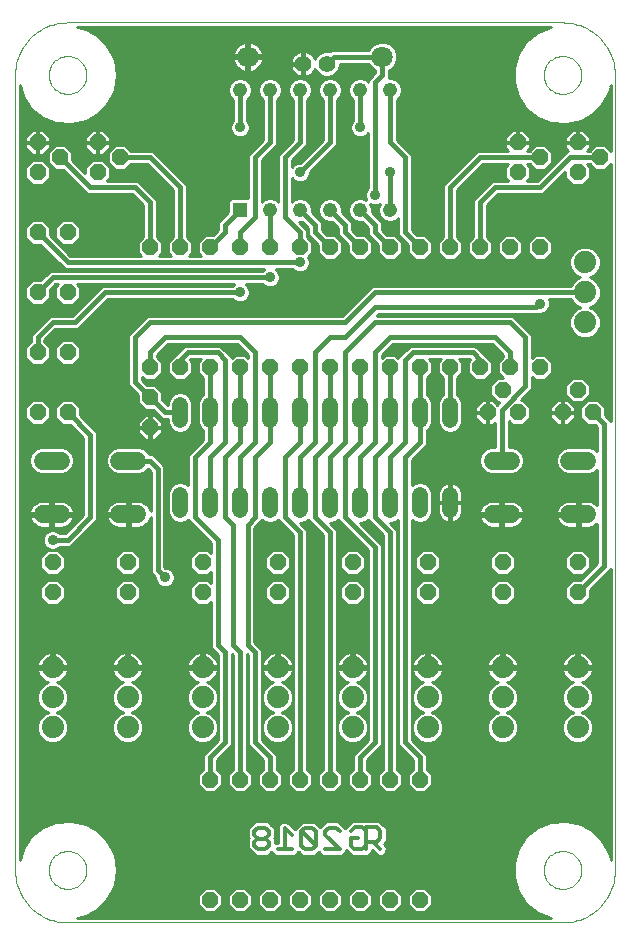
<source format=gbl>
G75*
G70*
%OFA0B0*%
%FSLAX24Y24*%
%IPPOS*%
%LPD*%
%AMOC8*
5,1,8,0,0,1.08239X$1,22.5*
%
%ADD10C,0.0000*%
%ADD11OC8,0.0520*%
%ADD12C,0.0520*%
%ADD13R,0.0476X0.0476*%
%ADD14C,0.0476*%
%ADD15C,0.0709*%
%ADD16C,0.0740*%
%ADD17C,0.0600*%
%ADD18C,0.0560*%
%ADD19C,0.0120*%
%ADD20C,0.0100*%
%ADD21C,0.0357*%
%ADD22C,0.0475*%
%ADD23C,0.0160*%
D10*
X000151Y001901D02*
X000151Y028401D01*
X001271Y028401D02*
X001273Y028451D01*
X001279Y028501D01*
X001289Y028550D01*
X001303Y028598D01*
X001320Y028645D01*
X001341Y028690D01*
X001366Y028734D01*
X001394Y028775D01*
X001426Y028814D01*
X001460Y028851D01*
X001497Y028885D01*
X001537Y028915D01*
X001579Y028942D01*
X001623Y028966D01*
X001669Y028987D01*
X001716Y029003D01*
X001764Y029016D01*
X001814Y029025D01*
X001863Y029030D01*
X001914Y029031D01*
X001964Y029028D01*
X002013Y029021D01*
X002062Y029010D01*
X002110Y028995D01*
X002156Y028977D01*
X002201Y028955D01*
X002244Y028929D01*
X002285Y028900D01*
X002324Y028868D01*
X002360Y028833D01*
X002392Y028795D01*
X002422Y028755D01*
X002449Y028712D01*
X002472Y028668D01*
X002491Y028622D01*
X002507Y028574D01*
X002519Y028525D01*
X002527Y028476D01*
X002531Y028426D01*
X002531Y028376D01*
X002527Y028326D01*
X002519Y028277D01*
X002507Y028228D01*
X002491Y028180D01*
X002472Y028134D01*
X002449Y028090D01*
X002422Y028047D01*
X002392Y028007D01*
X002360Y027969D01*
X002324Y027934D01*
X002285Y027902D01*
X002244Y027873D01*
X002201Y027847D01*
X002156Y027825D01*
X002110Y027807D01*
X002062Y027792D01*
X002013Y027781D01*
X001964Y027774D01*
X001914Y027771D01*
X001863Y027772D01*
X001814Y027777D01*
X001764Y027786D01*
X001716Y027799D01*
X001669Y027815D01*
X001623Y027836D01*
X001579Y027860D01*
X001537Y027887D01*
X001497Y027917D01*
X001460Y027951D01*
X001426Y027988D01*
X001394Y028027D01*
X001366Y028068D01*
X001341Y028112D01*
X001320Y028157D01*
X001303Y028204D01*
X001289Y028252D01*
X001279Y028301D01*
X001273Y028351D01*
X001271Y028401D01*
X000151Y028401D02*
X000153Y028484D01*
X000159Y028567D01*
X000169Y028650D01*
X000183Y028732D01*
X000200Y028814D01*
X000222Y028894D01*
X000247Y028973D01*
X000276Y029051D01*
X000309Y029128D01*
X000346Y029203D01*
X000385Y029276D01*
X000429Y029347D01*
X000475Y029416D01*
X000525Y029483D01*
X000578Y029547D01*
X000634Y029609D01*
X000693Y029668D01*
X000755Y029724D01*
X000819Y029777D01*
X000886Y029827D01*
X000955Y029873D01*
X001026Y029917D01*
X001099Y029956D01*
X001174Y029993D01*
X001251Y030026D01*
X001329Y030055D01*
X001408Y030080D01*
X001488Y030102D01*
X001570Y030119D01*
X001652Y030133D01*
X001735Y030143D01*
X001818Y030149D01*
X001901Y030151D01*
X018401Y030151D01*
X017771Y028401D02*
X017773Y028451D01*
X017779Y028501D01*
X017789Y028550D01*
X017803Y028598D01*
X017820Y028645D01*
X017841Y028690D01*
X017866Y028734D01*
X017894Y028775D01*
X017926Y028814D01*
X017960Y028851D01*
X017997Y028885D01*
X018037Y028915D01*
X018079Y028942D01*
X018123Y028966D01*
X018169Y028987D01*
X018216Y029003D01*
X018264Y029016D01*
X018314Y029025D01*
X018363Y029030D01*
X018414Y029031D01*
X018464Y029028D01*
X018513Y029021D01*
X018562Y029010D01*
X018610Y028995D01*
X018656Y028977D01*
X018701Y028955D01*
X018744Y028929D01*
X018785Y028900D01*
X018824Y028868D01*
X018860Y028833D01*
X018892Y028795D01*
X018922Y028755D01*
X018949Y028712D01*
X018972Y028668D01*
X018991Y028622D01*
X019007Y028574D01*
X019019Y028525D01*
X019027Y028476D01*
X019031Y028426D01*
X019031Y028376D01*
X019027Y028326D01*
X019019Y028277D01*
X019007Y028228D01*
X018991Y028180D01*
X018972Y028134D01*
X018949Y028090D01*
X018922Y028047D01*
X018892Y028007D01*
X018860Y027969D01*
X018824Y027934D01*
X018785Y027902D01*
X018744Y027873D01*
X018701Y027847D01*
X018656Y027825D01*
X018610Y027807D01*
X018562Y027792D01*
X018513Y027781D01*
X018464Y027774D01*
X018414Y027771D01*
X018363Y027772D01*
X018314Y027777D01*
X018264Y027786D01*
X018216Y027799D01*
X018169Y027815D01*
X018123Y027836D01*
X018079Y027860D01*
X018037Y027887D01*
X017997Y027917D01*
X017960Y027951D01*
X017926Y027988D01*
X017894Y028027D01*
X017866Y028068D01*
X017841Y028112D01*
X017820Y028157D01*
X017803Y028204D01*
X017789Y028252D01*
X017779Y028301D01*
X017773Y028351D01*
X017771Y028401D01*
X018401Y030151D02*
X018484Y030149D01*
X018567Y030143D01*
X018650Y030133D01*
X018732Y030119D01*
X018814Y030102D01*
X018894Y030080D01*
X018973Y030055D01*
X019051Y030026D01*
X019128Y029993D01*
X019203Y029956D01*
X019276Y029917D01*
X019347Y029873D01*
X019416Y029827D01*
X019483Y029777D01*
X019547Y029724D01*
X019609Y029668D01*
X019668Y029609D01*
X019724Y029547D01*
X019777Y029483D01*
X019827Y029416D01*
X019873Y029347D01*
X019917Y029276D01*
X019956Y029203D01*
X019993Y029128D01*
X020026Y029051D01*
X020055Y028973D01*
X020080Y028894D01*
X020102Y028814D01*
X020119Y028732D01*
X020133Y028650D01*
X020143Y028567D01*
X020149Y028484D01*
X020151Y028401D01*
X020151Y001901D01*
X017771Y001901D02*
X017773Y001951D01*
X017779Y002001D01*
X017789Y002050D01*
X017803Y002098D01*
X017820Y002145D01*
X017841Y002190D01*
X017866Y002234D01*
X017894Y002275D01*
X017926Y002314D01*
X017960Y002351D01*
X017997Y002385D01*
X018037Y002415D01*
X018079Y002442D01*
X018123Y002466D01*
X018169Y002487D01*
X018216Y002503D01*
X018264Y002516D01*
X018314Y002525D01*
X018363Y002530D01*
X018414Y002531D01*
X018464Y002528D01*
X018513Y002521D01*
X018562Y002510D01*
X018610Y002495D01*
X018656Y002477D01*
X018701Y002455D01*
X018744Y002429D01*
X018785Y002400D01*
X018824Y002368D01*
X018860Y002333D01*
X018892Y002295D01*
X018922Y002255D01*
X018949Y002212D01*
X018972Y002168D01*
X018991Y002122D01*
X019007Y002074D01*
X019019Y002025D01*
X019027Y001976D01*
X019031Y001926D01*
X019031Y001876D01*
X019027Y001826D01*
X019019Y001777D01*
X019007Y001728D01*
X018991Y001680D01*
X018972Y001634D01*
X018949Y001590D01*
X018922Y001547D01*
X018892Y001507D01*
X018860Y001469D01*
X018824Y001434D01*
X018785Y001402D01*
X018744Y001373D01*
X018701Y001347D01*
X018656Y001325D01*
X018610Y001307D01*
X018562Y001292D01*
X018513Y001281D01*
X018464Y001274D01*
X018414Y001271D01*
X018363Y001272D01*
X018314Y001277D01*
X018264Y001286D01*
X018216Y001299D01*
X018169Y001315D01*
X018123Y001336D01*
X018079Y001360D01*
X018037Y001387D01*
X017997Y001417D01*
X017960Y001451D01*
X017926Y001488D01*
X017894Y001527D01*
X017866Y001568D01*
X017841Y001612D01*
X017820Y001657D01*
X017803Y001704D01*
X017789Y001752D01*
X017779Y001801D01*
X017773Y001851D01*
X017771Y001901D01*
X018401Y000151D02*
X018484Y000153D01*
X018567Y000159D01*
X018650Y000169D01*
X018732Y000183D01*
X018814Y000200D01*
X018894Y000222D01*
X018973Y000247D01*
X019051Y000276D01*
X019128Y000309D01*
X019203Y000346D01*
X019276Y000385D01*
X019347Y000429D01*
X019416Y000475D01*
X019483Y000525D01*
X019547Y000578D01*
X019609Y000634D01*
X019668Y000693D01*
X019724Y000755D01*
X019777Y000819D01*
X019827Y000886D01*
X019873Y000955D01*
X019917Y001026D01*
X019956Y001099D01*
X019993Y001174D01*
X020026Y001251D01*
X020055Y001329D01*
X020080Y001408D01*
X020102Y001488D01*
X020119Y001570D01*
X020133Y001652D01*
X020143Y001735D01*
X020149Y001818D01*
X020151Y001901D01*
X018401Y000151D02*
X001901Y000151D01*
X001271Y001901D02*
X001273Y001951D01*
X001279Y002001D01*
X001289Y002050D01*
X001303Y002098D01*
X001320Y002145D01*
X001341Y002190D01*
X001366Y002234D01*
X001394Y002275D01*
X001426Y002314D01*
X001460Y002351D01*
X001497Y002385D01*
X001537Y002415D01*
X001579Y002442D01*
X001623Y002466D01*
X001669Y002487D01*
X001716Y002503D01*
X001764Y002516D01*
X001814Y002525D01*
X001863Y002530D01*
X001914Y002531D01*
X001964Y002528D01*
X002013Y002521D01*
X002062Y002510D01*
X002110Y002495D01*
X002156Y002477D01*
X002201Y002455D01*
X002244Y002429D01*
X002285Y002400D01*
X002324Y002368D01*
X002360Y002333D01*
X002392Y002295D01*
X002422Y002255D01*
X002449Y002212D01*
X002472Y002168D01*
X002491Y002122D01*
X002507Y002074D01*
X002519Y002025D01*
X002527Y001976D01*
X002531Y001926D01*
X002531Y001876D01*
X002527Y001826D01*
X002519Y001777D01*
X002507Y001728D01*
X002491Y001680D01*
X002472Y001634D01*
X002449Y001590D01*
X002422Y001547D01*
X002392Y001507D01*
X002360Y001469D01*
X002324Y001434D01*
X002285Y001402D01*
X002244Y001373D01*
X002201Y001347D01*
X002156Y001325D01*
X002110Y001307D01*
X002062Y001292D01*
X002013Y001281D01*
X001964Y001274D01*
X001914Y001271D01*
X001863Y001272D01*
X001814Y001277D01*
X001764Y001286D01*
X001716Y001299D01*
X001669Y001315D01*
X001623Y001336D01*
X001579Y001360D01*
X001537Y001387D01*
X001497Y001417D01*
X001460Y001451D01*
X001426Y001488D01*
X001394Y001527D01*
X001366Y001568D01*
X001341Y001612D01*
X001320Y001657D01*
X001303Y001704D01*
X001289Y001752D01*
X001279Y001801D01*
X001273Y001851D01*
X001271Y001901D01*
X000151Y001901D02*
X000153Y001818D01*
X000159Y001735D01*
X000169Y001652D01*
X000183Y001570D01*
X000200Y001488D01*
X000222Y001408D01*
X000247Y001329D01*
X000276Y001251D01*
X000309Y001174D01*
X000346Y001099D01*
X000385Y001026D01*
X000429Y000955D01*
X000475Y000886D01*
X000525Y000819D01*
X000578Y000755D01*
X000634Y000693D01*
X000693Y000634D01*
X000755Y000578D01*
X000819Y000525D01*
X000886Y000475D01*
X000955Y000429D01*
X001026Y000385D01*
X001099Y000346D01*
X001174Y000309D01*
X001251Y000276D01*
X001329Y000247D01*
X001408Y000222D01*
X001488Y000200D01*
X001570Y000183D01*
X001652Y000169D01*
X001735Y000159D01*
X001818Y000153D01*
X001901Y000151D01*
D11*
X006651Y000901D03*
X007651Y000901D03*
X008651Y000901D03*
X009651Y000901D03*
X010651Y000901D03*
X011651Y000901D03*
X012651Y000901D03*
X013651Y000901D03*
X013651Y004901D03*
X012651Y004901D03*
X011651Y004901D03*
X010651Y004901D03*
X009651Y004901D03*
X008651Y004901D03*
X007651Y004901D03*
X006651Y004901D03*
X006401Y011151D03*
X006401Y012151D03*
X003901Y012151D03*
X003901Y011151D03*
X001401Y011151D03*
X001401Y012151D03*
X000901Y017151D03*
X001901Y017151D03*
X001901Y019151D03*
X000901Y019151D03*
X000901Y021151D03*
X001901Y021151D03*
X001901Y023151D03*
X000901Y023151D03*
X000901Y025151D03*
X001651Y025651D03*
X000901Y026151D03*
X002901Y026151D03*
X003651Y025651D03*
X002901Y025151D03*
X004651Y022651D03*
X005651Y022651D03*
X006651Y022651D03*
X007651Y022651D03*
X008651Y022651D03*
X009651Y022651D03*
X010651Y022651D03*
X011651Y022651D03*
X012651Y022651D03*
X013651Y022651D03*
X014651Y022651D03*
X015651Y022651D03*
X016651Y022651D03*
X017651Y022651D03*
X016901Y025151D03*
X017651Y025651D03*
X016901Y026151D03*
X018901Y026151D03*
X019651Y025651D03*
X018901Y025151D03*
X017651Y018651D03*
X016651Y018651D03*
X016401Y017901D03*
X015901Y017151D03*
X016901Y017151D03*
X015651Y018651D03*
X014651Y018651D03*
X013651Y018651D03*
X012651Y018651D03*
X011651Y018651D03*
X010651Y018651D03*
X009651Y018651D03*
X008651Y018651D03*
X007651Y018651D03*
X006651Y018651D03*
X005651Y018651D03*
X004651Y018651D03*
X004651Y017651D03*
X004651Y016651D03*
X008901Y012151D03*
X008901Y011151D03*
X011401Y011151D03*
X011401Y012151D03*
X013901Y012151D03*
X013901Y011151D03*
X016401Y011151D03*
X016401Y012151D03*
X018901Y012151D03*
X018901Y011151D03*
X018401Y017151D03*
X018901Y017901D03*
X019401Y017151D03*
D12*
X014651Y016891D02*
X014651Y017411D01*
X013651Y017411D02*
X013651Y016891D01*
X012651Y016891D02*
X012651Y017411D01*
X011651Y017411D02*
X011651Y016891D01*
X010651Y016891D02*
X010651Y017411D01*
X009651Y017411D02*
X009651Y016891D01*
X008651Y016891D02*
X008651Y017411D01*
X007651Y017411D02*
X007651Y016891D01*
X006651Y016891D02*
X006651Y017411D01*
X005651Y017411D02*
X005651Y016891D01*
X005651Y014411D02*
X005651Y013891D01*
X006651Y013891D02*
X006651Y014411D01*
X007651Y014411D02*
X007651Y013891D01*
X008651Y013891D02*
X008651Y014411D01*
X009651Y014411D02*
X009651Y013891D01*
X010651Y013891D02*
X010651Y014411D01*
X011651Y014411D02*
X011651Y013891D01*
X012651Y013891D02*
X012651Y014411D01*
X013651Y014411D02*
X013651Y013891D01*
X014651Y013891D02*
X014651Y014411D01*
D13*
X007651Y023901D03*
D14*
X008651Y023901D03*
X009651Y023901D03*
X010651Y023901D03*
X011651Y023901D03*
X012651Y023901D03*
X012651Y027901D03*
X011651Y027901D03*
X010651Y027901D03*
X009651Y027901D03*
X008651Y027901D03*
X007651Y027901D03*
D15*
X007911Y029006D03*
X012391Y029006D03*
D16*
X019151Y022151D03*
X019151Y021151D03*
X019151Y020151D03*
X018901Y008651D03*
X018901Y007651D03*
X018901Y006651D03*
X016401Y006651D03*
X016401Y007651D03*
X016401Y008651D03*
X013901Y008651D03*
X013901Y007651D03*
X013901Y006651D03*
X011401Y006651D03*
X011401Y007651D03*
X011401Y008651D03*
X008901Y008651D03*
X008901Y007651D03*
X008901Y006651D03*
X006401Y006651D03*
X006401Y007651D03*
X006401Y008651D03*
X003901Y008651D03*
X003901Y007651D03*
X003901Y006651D03*
X001401Y006651D03*
X001401Y007651D03*
X001401Y008651D03*
D17*
X001671Y013761D02*
X001071Y013761D01*
X001071Y015541D02*
X001671Y015541D01*
X003631Y015541D02*
X004231Y015541D01*
X004231Y013761D02*
X003631Y013761D01*
X016071Y013761D02*
X016671Y013761D01*
X016671Y015541D02*
X016071Y015541D01*
X018631Y015541D02*
X019231Y015541D01*
X019231Y013761D02*
X018631Y013761D01*
D18*
X010545Y028776D03*
X009757Y028776D03*
D19*
X009816Y003306D02*
X009696Y003186D01*
X009696Y002706D01*
X009816Y002586D01*
X010056Y002586D01*
X010176Y002706D01*
X009706Y003186D01*
X009816Y003306D02*
X010056Y003306D01*
X010176Y003186D01*
X010176Y002706D01*
X010486Y002586D02*
X010976Y002586D01*
X010486Y003066D01*
X010486Y003186D01*
X010486Y003196D02*
X010606Y003316D01*
X010846Y003316D01*
X010976Y003186D01*
X011356Y003206D02*
X011476Y003326D01*
X011716Y003326D01*
X011836Y003206D01*
X011836Y003326D01*
X012206Y003326D01*
X012326Y003206D01*
X012326Y002956D01*
X012206Y002836D01*
X012086Y002836D01*
X012326Y002586D01*
X012086Y002836D02*
X011836Y002836D01*
X011836Y003206D01*
X011596Y002956D02*
X011346Y002956D01*
X011346Y002716D01*
X011466Y002586D01*
X011716Y002586D01*
X011836Y002706D01*
X011836Y002586D01*
X011836Y002706D02*
X011836Y002836D01*
X009389Y002586D02*
X008904Y002586D01*
X009144Y002594D02*
X009144Y003299D01*
X009144Y003306D02*
X009386Y003064D01*
X008616Y003066D02*
X008496Y002946D01*
X008256Y002946D01*
X008246Y002946D02*
X008126Y003066D01*
X008126Y003186D01*
X008126Y003196D02*
X008246Y003316D01*
X008486Y003316D01*
X008616Y003186D01*
X008616Y003066D01*
X008496Y002956D02*
X008616Y002836D01*
X008616Y002716D01*
X008616Y002706D02*
X008496Y002586D01*
X008256Y002586D01*
X008126Y002716D01*
X008126Y002836D01*
X008246Y002956D01*
D20*
X007916Y002629D02*
X008039Y002506D01*
X008046Y002499D01*
X008169Y002376D01*
X008409Y002376D01*
X008583Y002376D01*
X008700Y002493D01*
X008817Y002376D01*
X009476Y002376D01*
X009599Y002499D01*
X009599Y002507D01*
X009609Y002496D01*
X009729Y002376D01*
X009903Y002376D01*
X009969Y002376D01*
X010143Y002376D01*
X010276Y002509D01*
X010276Y002499D01*
X010399Y002376D01*
X010890Y002376D01*
X010891Y002375D01*
X010976Y002376D01*
X011063Y002376D01*
X011064Y002377D01*
X011065Y002377D01*
X011125Y002438D01*
X011186Y002499D01*
X011186Y002500D01*
X011187Y002501D01*
X011186Y002579D01*
X011195Y002571D01*
X011256Y002504D01*
X011256Y002499D01*
X011315Y002440D01*
X011371Y002380D01*
X011376Y002380D01*
X011379Y002376D01*
X011462Y002376D01*
X011545Y002373D01*
X011548Y002376D01*
X011629Y002376D01*
X011749Y002376D01*
X011923Y002376D01*
X012046Y002499D01*
X012046Y002575D01*
X012235Y002378D01*
X012409Y002374D01*
X012534Y002495D01*
X012538Y002669D01*
X012439Y002772D01*
X012536Y002869D01*
X012536Y003043D01*
X012536Y003293D01*
X012413Y003416D01*
X012293Y003536D01*
X012119Y003536D01*
X011749Y003536D01*
X011563Y003536D01*
X011389Y003536D01*
X011156Y003303D01*
X011056Y003403D01*
X011256Y003403D01*
X011158Y003305D02*
X011155Y003305D01*
X011056Y003403D02*
X011056Y003403D01*
X010933Y003526D01*
X010693Y003526D01*
X010519Y003526D01*
X010326Y003333D01*
X010263Y003396D01*
X010143Y003516D01*
X009969Y003516D01*
X009729Y003516D01*
X009606Y003393D01*
X009486Y003273D01*
X009486Y003261D01*
X009231Y003516D01*
X009057Y003516D01*
X008934Y003393D01*
X008934Y003386D01*
X008934Y003386D01*
X008934Y002796D01*
X008826Y002796D01*
X008826Y002923D01*
X008798Y002951D01*
X008826Y002979D01*
X008826Y003153D01*
X008826Y003273D01*
X008703Y003396D01*
X008696Y003403D01*
X008944Y003403D01*
X008934Y003305D02*
X008795Y003305D01*
X008826Y003206D02*
X008934Y003206D01*
X008934Y003107D02*
X008826Y003107D01*
X008826Y003009D02*
X008934Y003009D01*
X008934Y002910D02*
X008826Y002910D01*
X008826Y002812D02*
X008934Y002812D01*
X008775Y002418D02*
X008625Y002418D01*
X008128Y002418D02*
X003463Y002418D01*
X003478Y002388D02*
X003264Y002831D01*
X002930Y003191D01*
X002504Y003437D01*
X002024Y003546D01*
X002024Y003547D01*
X001534Y003510D01*
X001076Y003330D01*
X000692Y003023D01*
X000415Y002617D01*
X000301Y002249D01*
X000301Y028053D01*
X000415Y027685D01*
X000692Y027279D01*
X001076Y026972D01*
X001534Y026793D01*
X002024Y026756D01*
X002024Y026756D01*
X002504Y026865D01*
X002930Y027111D01*
X002930Y027111D01*
X002930Y027111D01*
X003264Y027472D01*
X003478Y027915D01*
X003551Y028401D01*
X003478Y028887D01*
X003478Y028888D01*
X003264Y029331D01*
X002930Y029691D01*
X002504Y029937D01*
X002223Y030001D01*
X018012Y030001D01*
X017576Y029830D01*
X017192Y029523D01*
X016915Y029117D01*
X016770Y028647D01*
X016770Y028155D01*
X016915Y027685D01*
X017192Y027279D01*
X017576Y026972D01*
X018034Y026793D01*
X018524Y026756D01*
X018524Y026756D01*
X019004Y026865D01*
X019430Y027111D01*
X019764Y027472D01*
X019978Y027915D01*
X020001Y028070D01*
X020001Y025881D01*
X019821Y026061D01*
X019481Y026061D01*
X019301Y025881D01*
X019211Y025881D01*
X019311Y025981D01*
X019311Y026121D01*
X018931Y026121D01*
X018931Y026181D01*
X018871Y026181D01*
X018871Y026121D01*
X018491Y026121D01*
X018491Y025981D01*
X018591Y025881D01*
X018556Y025881D01*
X018421Y025746D01*
X017556Y024881D01*
X017211Y024881D01*
X017311Y024981D01*
X017311Y025321D01*
X017211Y025421D01*
X017301Y025421D01*
X017481Y025241D01*
X017821Y025241D01*
X018061Y025481D01*
X018061Y025821D01*
X017821Y026061D01*
X017481Y026061D01*
X017301Y025881D01*
X017211Y025881D01*
X017311Y025981D01*
X017311Y026121D01*
X016931Y026121D01*
X016931Y026181D01*
X016871Y026181D01*
X016871Y026121D01*
X016491Y026121D01*
X016491Y025981D01*
X016591Y025881D01*
X015556Y025881D01*
X015421Y025746D01*
X014421Y024746D01*
X014421Y024556D01*
X014421Y023001D01*
X014241Y022821D01*
X014241Y022481D01*
X014481Y022241D01*
X014821Y022241D01*
X015061Y022481D01*
X015061Y022821D01*
X014881Y023001D01*
X014881Y024556D01*
X015746Y025421D01*
X016591Y025421D01*
X016491Y025321D01*
X016491Y024981D01*
X016591Y024881D01*
X016056Y024881D01*
X015921Y024746D01*
X015421Y024246D01*
X015421Y024056D01*
X015421Y023001D01*
X015241Y022821D01*
X015241Y022481D01*
X015481Y022241D01*
X015821Y022241D01*
X016061Y022481D01*
X016061Y022821D01*
X015881Y023001D01*
X015881Y024056D01*
X016246Y024421D01*
X017556Y024421D01*
X017746Y024421D01*
X018491Y025166D01*
X018491Y024981D01*
X018731Y024741D01*
X019071Y024741D01*
X019311Y024981D01*
X019311Y025321D01*
X019211Y025421D01*
X019301Y025421D01*
X019481Y025241D01*
X019821Y025241D01*
X020001Y025421D01*
X020001Y016876D01*
X019811Y017066D01*
X019811Y017321D01*
X019571Y017561D01*
X019231Y017561D01*
X018991Y017321D01*
X018991Y016981D01*
X019231Y016741D01*
X019486Y016741D01*
X019546Y016681D01*
X019546Y015862D01*
X019486Y015923D01*
X019321Y015991D01*
X018542Y015991D01*
X018376Y015923D01*
X018250Y015796D01*
X018181Y015631D01*
X018181Y015452D01*
X018250Y015286D01*
X018376Y015160D01*
X018542Y015091D01*
X019321Y015091D01*
X019486Y015160D01*
X019546Y015220D01*
X019546Y014082D01*
X019524Y014104D01*
X019467Y014146D01*
X019404Y014178D01*
X019337Y014200D01*
X019267Y014211D01*
X018981Y014211D01*
X018981Y013811D01*
X018881Y013811D01*
X018881Y013711D01*
X018981Y013711D01*
X018981Y013311D01*
X019267Y013311D01*
X019337Y013322D01*
X019404Y013344D01*
X019467Y013376D01*
X019524Y013418D01*
X019546Y013440D01*
X019546Y012121D01*
X018986Y011561D01*
X018731Y011561D01*
X018491Y011321D01*
X018491Y010981D01*
X018731Y010741D01*
X019071Y010741D01*
X019311Y010981D01*
X019311Y011236D01*
X019871Y011796D01*
X020001Y011926D01*
X020001Y002232D01*
X019978Y002387D01*
X019978Y002388D01*
X019764Y002831D01*
X019430Y003191D01*
X019004Y003437D01*
X018524Y003547D01*
X018034Y003510D01*
X017576Y003330D01*
X017192Y003023D01*
X016915Y002617D01*
X016770Y002147D01*
X016770Y001655D01*
X016915Y001185D01*
X017192Y000779D01*
X017576Y000472D01*
X018012Y000301D01*
X002223Y000301D01*
X002504Y000365D01*
X002930Y000611D01*
X003264Y000972D01*
X003478Y001415D01*
X003551Y001901D01*
X003478Y002387D01*
X003478Y002388D01*
X003488Y002319D02*
X016823Y002319D01*
X016792Y002221D02*
X003503Y002221D01*
X003518Y002122D02*
X016770Y002122D01*
X016770Y002147D02*
X016770Y002147D01*
X016770Y002024D02*
X003533Y002024D01*
X003548Y001925D02*
X016770Y001925D01*
X016770Y001826D02*
X003540Y001826D01*
X003525Y001728D02*
X016770Y001728D01*
X016770Y001655D02*
X016770Y001655D01*
X016778Y001629D02*
X003510Y001629D01*
X003495Y001531D02*
X016808Y001531D01*
X016838Y001432D02*
X003480Y001432D01*
X003478Y001415D02*
X003478Y001415D01*
X003439Y001334D02*
X016869Y001334D01*
X016899Y001235D02*
X013897Y001235D01*
X013821Y001311D02*
X014061Y001071D01*
X014061Y000731D01*
X013821Y000491D01*
X013481Y000491D01*
X013241Y000731D01*
X013241Y001071D01*
X013481Y001311D01*
X013821Y001311D01*
X013996Y001137D02*
X016948Y001137D01*
X016915Y001185D02*
X016915Y001185D01*
X017015Y001038D02*
X014061Y001038D01*
X014061Y000940D02*
X017082Y000940D01*
X017149Y000841D02*
X014061Y000841D01*
X014061Y000742D02*
X017237Y000742D01*
X017192Y000779D02*
X017192Y000779D01*
X017192Y000779D01*
X017361Y000644D02*
X013974Y000644D01*
X013875Y000545D02*
X017484Y000545D01*
X017576Y000472D02*
X017576Y000472D01*
X017641Y000447D02*
X002645Y000447D01*
X002504Y000365D02*
X002504Y000365D01*
X002430Y000348D02*
X017892Y000348D01*
X016853Y002418D02*
X012454Y002418D01*
X012535Y002516D02*
X016884Y002516D01*
X016914Y002615D02*
X012537Y002615D01*
X012495Y002713D02*
X016980Y002713D01*
X016915Y002617D02*
X016915Y002617D01*
X017047Y002812D02*
X012479Y002812D01*
X012536Y002910D02*
X017115Y002910D01*
X017182Y003009D02*
X012536Y003009D01*
X012536Y003107D02*
X017297Y003107D01*
X017192Y003023D02*
X017192Y003023D01*
X017421Y003206D02*
X012536Y003206D01*
X012525Y003305D02*
X017544Y003305D01*
X017576Y003330D02*
X017576Y003330D01*
X017762Y003403D02*
X012426Y003403D01*
X012328Y003502D02*
X018013Y003502D01*
X018034Y003510D02*
X018034Y003510D01*
X018524Y003547D02*
X018524Y003547D01*
X018721Y003502D02*
X020001Y003502D01*
X020001Y003600D02*
X000301Y003600D01*
X000301Y003502D02*
X001513Y003502D01*
X001534Y003510D02*
X001534Y003510D01*
X001262Y003403D02*
X000301Y003403D01*
X000301Y003305D02*
X001044Y003305D01*
X001076Y003330D02*
X001076Y003330D01*
X000921Y003206D02*
X000301Y003206D01*
X000301Y003107D02*
X000797Y003107D01*
X000692Y003023D02*
X000692Y003023D01*
X000692Y003023D01*
X000682Y003009D02*
X000301Y003009D01*
X000301Y002910D02*
X000615Y002910D01*
X000547Y002812D02*
X000301Y002812D01*
X000301Y002713D02*
X000480Y002713D01*
X000415Y002617D02*
X000415Y002617D01*
X000414Y002615D02*
X000301Y002615D01*
X000301Y002516D02*
X000384Y002516D01*
X000353Y002418D02*
X000301Y002418D01*
X000301Y002319D02*
X000323Y002319D01*
X000301Y003699D02*
X020001Y003699D01*
X020001Y003797D02*
X000301Y003797D01*
X000301Y003896D02*
X020001Y003896D01*
X020001Y003994D02*
X000301Y003994D01*
X000301Y004093D02*
X020001Y004093D01*
X020001Y004191D02*
X000301Y004191D01*
X000301Y004290D02*
X020001Y004290D01*
X020001Y004389D02*
X000301Y004389D01*
X000301Y004487D02*
X020001Y004487D01*
X020001Y004586D02*
X013915Y004586D01*
X013821Y004491D02*
X014061Y004731D01*
X014061Y005071D01*
X013881Y005251D01*
X013881Y005746D01*
X013746Y005881D01*
X013381Y006246D01*
X013381Y013581D01*
X013419Y013544D01*
X013570Y013481D01*
X013733Y013481D01*
X013883Y013544D01*
X013999Y013659D01*
X014061Y013810D01*
X014061Y014493D01*
X013999Y014643D01*
X013883Y014759D01*
X013733Y014821D01*
X013570Y014821D01*
X013419Y014759D01*
X013381Y014721D01*
X013381Y015556D01*
X013881Y016056D01*
X013881Y016246D01*
X013881Y016543D01*
X013883Y016544D01*
X013999Y016659D01*
X014061Y016810D01*
X014061Y017493D01*
X013999Y017643D01*
X013883Y017759D01*
X013881Y017760D01*
X013881Y018301D01*
X014061Y018481D01*
X014061Y018821D01*
X013961Y018921D01*
X014341Y018921D01*
X014241Y018821D01*
X014241Y018481D01*
X014421Y018301D01*
X014421Y017760D01*
X014419Y017759D01*
X014304Y017643D01*
X014241Y017493D01*
X014241Y016810D01*
X014304Y016659D01*
X014419Y016544D01*
X014570Y016481D01*
X014733Y016481D01*
X014883Y016544D01*
X014999Y016659D01*
X015061Y016810D01*
X015061Y017493D01*
X014999Y017643D01*
X014883Y017759D01*
X014881Y017760D01*
X014881Y018301D01*
X015061Y018481D01*
X015061Y018821D01*
X014961Y018921D01*
X015306Y018921D01*
X015324Y018903D01*
X015241Y018821D01*
X015241Y018481D01*
X015481Y018241D01*
X015821Y018241D01*
X016061Y018481D01*
X016061Y018821D01*
X015821Y019061D01*
X015816Y019061D01*
X015746Y019131D01*
X015496Y019381D01*
X015306Y019381D01*
X013306Y019381D01*
X013171Y019246D01*
X012921Y018996D01*
X012921Y018961D01*
X012821Y019061D01*
X012481Y019061D01*
X012381Y018961D01*
X012381Y019056D01*
X012746Y019421D01*
X016056Y019421D01*
X016421Y019056D01*
X016421Y019001D01*
X016241Y018821D01*
X016241Y018481D01*
X016411Y018311D01*
X016231Y018311D01*
X015991Y018071D01*
X015991Y017731D01*
X016231Y017491D01*
X016291Y017491D01*
X016216Y017416D01*
X016071Y017561D01*
X015931Y017561D01*
X015931Y017181D01*
X015871Y017181D01*
X015871Y017121D01*
X015931Y017121D01*
X015931Y016741D01*
X016071Y016741D01*
X016141Y016811D01*
X016141Y015991D01*
X015982Y015991D01*
X015816Y015923D01*
X015690Y015796D01*
X015621Y015631D01*
X015621Y015452D01*
X015690Y015286D01*
X015816Y015160D01*
X015982Y015091D01*
X016761Y015091D01*
X016926Y015160D01*
X017053Y015286D01*
X017121Y015452D01*
X017121Y015631D01*
X017053Y015796D01*
X016926Y015923D01*
X016761Y015991D01*
X016601Y015991D01*
X016601Y016871D01*
X016731Y016741D01*
X017071Y016741D01*
X017311Y016981D01*
X017311Y017321D01*
X017071Y017561D01*
X017011Y017561D01*
X017246Y017796D01*
X017381Y017931D01*
X017381Y018341D01*
X017481Y018241D01*
X017821Y018241D01*
X018061Y018481D01*
X018061Y018821D01*
X017821Y019061D01*
X017481Y019061D01*
X017381Y018961D01*
X017381Y019746D01*
X017246Y019881D01*
X016746Y020381D01*
X016556Y020381D01*
X012206Y020381D01*
X012246Y020421D01*
X017431Y020421D01*
X017621Y020421D01*
X017648Y020448D01*
X017716Y020448D01*
X017837Y020498D01*
X017930Y020590D01*
X017980Y020711D01*
X017980Y020841D01*
X017947Y020921D01*
X018684Y020921D01*
X018710Y020857D01*
X018857Y020710D01*
X019000Y020651D01*
X018857Y020592D01*
X018710Y020446D01*
X018631Y020255D01*
X018631Y020048D01*
X018710Y019857D01*
X018857Y019710D01*
X019048Y019631D01*
X019255Y019631D01*
X019446Y019710D01*
X019592Y019857D01*
X019671Y020048D01*
X019671Y020255D01*
X019592Y020446D01*
X019446Y020592D01*
X019303Y020651D01*
X019446Y020710D01*
X019592Y020857D01*
X019671Y021048D01*
X019671Y021255D01*
X019592Y021446D01*
X019446Y021592D01*
X019303Y021651D01*
X019446Y021710D01*
X019592Y021857D01*
X019671Y022048D01*
X019671Y022255D01*
X019592Y022446D01*
X019446Y022592D01*
X019255Y022671D01*
X019048Y022671D01*
X018857Y022592D01*
X018710Y022446D01*
X018631Y022255D01*
X018631Y022048D01*
X018710Y021857D01*
X018857Y021710D01*
X019000Y021651D01*
X018857Y021592D01*
X018710Y021446D01*
X018684Y021381D01*
X012246Y021381D01*
X012056Y021381D01*
X011056Y020381D01*
X004746Y020381D01*
X004556Y020381D01*
X004056Y019881D01*
X003921Y019746D01*
X003921Y018246D01*
X003921Y018056D01*
X004241Y017736D01*
X004241Y017481D01*
X004481Y017241D01*
X004736Y017241D01*
X005056Y016921D01*
X005241Y016921D01*
X005241Y016810D01*
X005304Y016659D01*
X005419Y016544D01*
X005570Y016481D01*
X005733Y016481D01*
X005883Y016544D01*
X005999Y016659D01*
X006061Y016810D01*
X006061Y017493D01*
X005999Y017643D01*
X005883Y017759D01*
X005733Y017821D01*
X005570Y017821D01*
X005419Y017759D01*
X005304Y017643D01*
X005241Y017493D01*
X005241Y017386D01*
X005061Y017566D01*
X005061Y017821D01*
X004821Y018061D01*
X004566Y018061D01*
X004381Y018246D01*
X004381Y018341D01*
X004481Y018241D01*
X004821Y018241D01*
X005061Y018481D01*
X005061Y018821D01*
X004881Y019001D01*
X004881Y019056D01*
X005246Y019421D01*
X007556Y019421D01*
X007921Y019056D01*
X007921Y018961D01*
X007821Y019061D01*
X007481Y019061D01*
X007381Y018961D01*
X007381Y018996D01*
X007246Y019131D01*
X007131Y019246D01*
X007131Y019246D01*
X006996Y019381D01*
X005996Y019381D01*
X005806Y019381D01*
X005556Y019131D01*
X005486Y019061D01*
X005481Y019061D01*
X005241Y018821D01*
X005241Y018481D01*
X005481Y018241D01*
X005821Y018241D01*
X006061Y018481D01*
X006061Y018821D01*
X005979Y018903D01*
X005996Y018921D01*
X006341Y018921D01*
X006241Y018821D01*
X006241Y018481D01*
X006421Y018301D01*
X006421Y017760D01*
X006419Y017759D01*
X006304Y017643D01*
X006241Y017493D01*
X006241Y016810D01*
X006304Y016659D01*
X006419Y016544D01*
X006421Y016543D01*
X006421Y016246D01*
X006056Y015881D01*
X005921Y015746D01*
X005921Y014721D01*
X005883Y014759D01*
X005733Y014821D01*
X005570Y014821D01*
X005419Y014759D01*
X005304Y014643D01*
X005241Y014493D01*
X005241Y013810D01*
X005304Y013659D01*
X005419Y013544D01*
X005570Y013481D01*
X005733Y013481D01*
X005883Y013544D01*
X005921Y013581D01*
X005921Y013556D01*
X006671Y012806D01*
X006671Y012461D01*
X006571Y012561D01*
X006231Y012561D01*
X005991Y012321D01*
X005991Y011981D01*
X006231Y011741D01*
X006571Y011741D01*
X006671Y011841D01*
X006671Y011461D01*
X006571Y011561D01*
X006231Y011561D01*
X005991Y011321D01*
X005991Y010981D01*
X006231Y010741D01*
X006571Y010741D01*
X006671Y010841D01*
X006671Y009306D01*
X006806Y009171D01*
X006921Y009056D01*
X006921Y006246D01*
X006556Y005881D01*
X006421Y005746D01*
X006421Y005251D01*
X006241Y005071D01*
X006241Y004731D01*
X006481Y004491D01*
X006821Y004491D01*
X007061Y004731D01*
X007061Y005071D01*
X006881Y005251D01*
X006881Y005556D01*
X007381Y006056D01*
X007381Y006246D01*
X007381Y009056D01*
X007381Y009096D01*
X007421Y009056D01*
X007421Y005251D01*
X007241Y005071D01*
X007241Y004731D01*
X007481Y004491D01*
X007821Y004491D01*
X008061Y004731D01*
X008061Y005071D01*
X007881Y005251D01*
X007881Y009096D01*
X007921Y009056D01*
X007921Y006246D01*
X007921Y006056D01*
X008421Y005556D01*
X008421Y005251D01*
X008241Y005071D01*
X008241Y004731D01*
X008481Y004491D01*
X008821Y004491D01*
X009061Y004731D01*
X009061Y005071D01*
X008881Y005251D01*
X008881Y005746D01*
X008746Y005881D01*
X008381Y006246D01*
X008381Y009056D01*
X008381Y009246D01*
X008131Y009496D01*
X008131Y013306D01*
X008246Y013421D01*
X008381Y013556D01*
X008381Y013581D01*
X008419Y013544D01*
X008570Y013481D01*
X008733Y013481D01*
X008883Y013544D01*
X008921Y013581D01*
X008921Y013556D01*
X009056Y013421D01*
X009421Y013056D01*
X009421Y005251D01*
X009241Y005071D01*
X009241Y004731D01*
X009481Y004491D01*
X009821Y004491D01*
X010061Y004731D01*
X010061Y005071D01*
X009881Y005251D01*
X009881Y013246D01*
X009746Y013381D01*
X009646Y013481D01*
X009733Y013481D01*
X009883Y013544D01*
X009921Y013581D01*
X009921Y013556D01*
X010421Y013056D01*
X010421Y005251D01*
X010241Y005071D01*
X010241Y004731D01*
X010481Y004491D01*
X010821Y004491D01*
X011061Y004731D01*
X011061Y005071D01*
X010881Y005251D01*
X010881Y013246D01*
X010746Y013381D01*
X010646Y013481D01*
X010733Y013481D01*
X010883Y013544D01*
X010921Y013581D01*
X010921Y013556D01*
X011921Y012556D01*
X011921Y006246D01*
X011556Y005881D01*
X011421Y005746D01*
X011421Y005251D01*
X011241Y005071D01*
X011241Y004731D01*
X011481Y004491D01*
X011821Y004491D01*
X012061Y004731D01*
X012061Y005071D01*
X011881Y005251D01*
X011881Y005556D01*
X012381Y006056D01*
X012381Y006246D01*
X012381Y012746D01*
X012246Y012881D01*
X011646Y013481D01*
X011733Y013481D01*
X011883Y013544D01*
X011921Y013581D01*
X011921Y013556D01*
X012421Y013056D01*
X012421Y005251D01*
X012241Y005071D01*
X012241Y004731D01*
X012481Y004491D01*
X012821Y004491D01*
X013061Y004731D01*
X013061Y005071D01*
X012881Y005251D01*
X012881Y013246D01*
X012746Y013381D01*
X012646Y013481D01*
X012733Y013481D01*
X012883Y013544D01*
X012921Y013581D01*
X012921Y006246D01*
X012921Y006056D01*
X013421Y005556D01*
X013421Y005251D01*
X013241Y005071D01*
X013241Y004731D01*
X013481Y004491D01*
X013821Y004491D01*
X014014Y004684D02*
X020001Y004684D01*
X020001Y004783D02*
X014061Y004783D01*
X014061Y004881D02*
X020001Y004881D01*
X020001Y004980D02*
X014061Y004980D01*
X014054Y005078D02*
X020001Y005078D01*
X020001Y005177D02*
X013955Y005177D01*
X013881Y005275D02*
X020001Y005275D01*
X020001Y005374D02*
X013881Y005374D01*
X013881Y005473D02*
X020001Y005473D01*
X020001Y005571D02*
X013881Y005571D01*
X013881Y005670D02*
X020001Y005670D01*
X020001Y005768D02*
X013859Y005768D01*
X013761Y005867D02*
X020001Y005867D01*
X020001Y005965D02*
X013662Y005965D01*
X013564Y006064D02*
X020001Y006064D01*
X020001Y006162D02*
X019080Y006162D01*
X019005Y006131D02*
X019196Y006210D01*
X019342Y006357D01*
X019421Y006548D01*
X019421Y006755D01*
X019342Y006946D01*
X019196Y007092D01*
X019053Y007151D01*
X019196Y007210D01*
X019342Y007357D01*
X019421Y007548D01*
X019421Y007755D01*
X019342Y007946D01*
X019196Y008092D01*
X019049Y008153D01*
X019101Y008169D01*
X019174Y008206D01*
X019240Y008255D01*
X019298Y008312D01*
X019346Y008379D01*
X019383Y008452D01*
X019408Y008529D01*
X019420Y008601D01*
X018951Y008601D01*
X018951Y008701D01*
X019420Y008701D01*
X019408Y008773D01*
X019383Y008851D01*
X019346Y008924D01*
X019298Y008990D01*
X019240Y009048D01*
X019174Y009096D01*
X019101Y009133D01*
X019023Y009158D01*
X018951Y009170D01*
X018951Y008701D01*
X018851Y008701D01*
X018851Y008601D01*
X018383Y008601D01*
X018394Y008529D01*
X018419Y008452D01*
X018456Y008379D01*
X018505Y008312D01*
X018562Y008255D01*
X018629Y008206D01*
X018702Y008169D01*
X018753Y008153D01*
X018607Y008092D01*
X018460Y007946D01*
X018381Y007755D01*
X018381Y007548D01*
X018460Y007357D01*
X018607Y007210D01*
X018750Y007151D01*
X018607Y007092D01*
X018460Y006946D01*
X018381Y006755D01*
X018381Y006548D01*
X018460Y006357D01*
X018607Y006210D01*
X018798Y006131D01*
X019005Y006131D01*
X019246Y006261D02*
X020001Y006261D01*
X020001Y006359D02*
X019343Y006359D01*
X019384Y006458D02*
X020001Y006458D01*
X020001Y006556D02*
X019421Y006556D01*
X019421Y006655D02*
X020001Y006655D01*
X020001Y006754D02*
X019421Y006754D01*
X019381Y006852D02*
X020001Y006852D01*
X020001Y006951D02*
X019337Y006951D01*
X019238Y007049D02*
X020001Y007049D01*
X020001Y007148D02*
X019061Y007148D01*
X019232Y007246D02*
X020001Y007246D01*
X020001Y007345D02*
X019330Y007345D01*
X019378Y007443D02*
X020001Y007443D01*
X020001Y007542D02*
X019419Y007542D01*
X019421Y007640D02*
X020001Y007640D01*
X020001Y007739D02*
X019421Y007739D01*
X019387Y007838D02*
X020001Y007838D01*
X020001Y007936D02*
X019346Y007936D01*
X019253Y008035D02*
X020001Y008035D01*
X020001Y008133D02*
X019096Y008133D01*
X019209Y008232D02*
X020001Y008232D01*
X020001Y008330D02*
X019311Y008330D01*
X019371Y008429D02*
X020001Y008429D01*
X020001Y008527D02*
X019408Y008527D01*
X019416Y008724D02*
X020001Y008724D01*
X020001Y008626D02*
X018951Y008626D01*
X018951Y008724D02*
X018851Y008724D01*
X018851Y008701D02*
X018851Y009170D01*
X018779Y009158D01*
X018702Y009133D01*
X018629Y009096D01*
X018562Y009048D01*
X018505Y008990D01*
X018456Y008924D01*
X018419Y008851D01*
X018394Y008773D01*
X018383Y008701D01*
X018851Y008701D01*
X018851Y008626D02*
X016451Y008626D01*
X016451Y008601D02*
X016451Y008701D01*
X016920Y008701D01*
X016908Y008773D01*
X016883Y008851D01*
X016846Y008924D01*
X016798Y008990D01*
X016740Y009048D01*
X016674Y009096D01*
X016601Y009133D01*
X016523Y009158D01*
X016451Y009170D01*
X016451Y008701D01*
X016351Y008701D01*
X016351Y008601D01*
X015883Y008601D01*
X015894Y008529D01*
X015919Y008452D01*
X015956Y008379D01*
X016005Y008312D01*
X016062Y008255D01*
X016129Y008206D01*
X016202Y008169D01*
X016253Y008153D01*
X016107Y008092D01*
X015960Y007946D01*
X015881Y007755D01*
X015881Y007548D01*
X015960Y007357D01*
X016107Y007210D01*
X016250Y007151D01*
X016107Y007092D01*
X015960Y006946D01*
X015881Y006755D01*
X015881Y006548D01*
X015960Y006357D01*
X016107Y006210D01*
X016298Y006131D01*
X016505Y006131D01*
X016696Y006210D01*
X016842Y006357D01*
X016921Y006548D01*
X016921Y006755D01*
X016842Y006946D01*
X016696Y007092D01*
X016553Y007151D01*
X016696Y007210D01*
X016842Y007357D01*
X016921Y007548D01*
X016921Y007755D01*
X016842Y007946D01*
X016696Y008092D01*
X016549Y008153D01*
X016601Y008169D01*
X016674Y008206D01*
X016740Y008255D01*
X016798Y008312D01*
X016846Y008379D01*
X016883Y008452D01*
X016908Y008529D01*
X016920Y008601D01*
X016451Y008601D01*
X016351Y008626D02*
X013951Y008626D01*
X013951Y008601D02*
X013951Y008701D01*
X014420Y008701D01*
X014408Y008773D01*
X014383Y008851D01*
X014346Y008924D01*
X014298Y008990D01*
X014240Y009048D01*
X014174Y009096D01*
X014101Y009133D01*
X014023Y009158D01*
X013951Y009170D01*
X013951Y008701D01*
X013851Y008701D01*
X013851Y008601D01*
X013383Y008601D01*
X013394Y008529D01*
X013419Y008452D01*
X013456Y008379D01*
X013505Y008312D01*
X013562Y008255D01*
X013629Y008206D01*
X013702Y008169D01*
X013753Y008153D01*
X013607Y008092D01*
X013460Y007946D01*
X013381Y007755D01*
X013381Y007548D01*
X013460Y007357D01*
X013607Y007210D01*
X013750Y007151D01*
X013607Y007092D01*
X013460Y006946D01*
X013381Y006755D01*
X013381Y006548D01*
X013460Y006357D01*
X013607Y006210D01*
X013798Y006131D01*
X014005Y006131D01*
X014196Y006210D01*
X014342Y006357D01*
X014421Y006548D01*
X014421Y006755D01*
X014342Y006946D01*
X014196Y007092D01*
X014053Y007151D01*
X014196Y007210D01*
X014342Y007357D01*
X014421Y007548D01*
X014421Y007755D01*
X014342Y007946D01*
X014196Y008092D01*
X014049Y008153D01*
X014101Y008169D01*
X014174Y008206D01*
X014240Y008255D01*
X014298Y008312D01*
X014346Y008379D01*
X014383Y008452D01*
X014408Y008529D01*
X014420Y008601D01*
X013951Y008601D01*
X013851Y008626D02*
X013381Y008626D01*
X013383Y008701D02*
X013851Y008701D01*
X013851Y009170D01*
X013779Y009158D01*
X013702Y009133D01*
X013629Y009096D01*
X013562Y009048D01*
X013505Y008990D01*
X013456Y008924D01*
X013419Y008851D01*
X013394Y008773D01*
X013383Y008701D01*
X013381Y008724D02*
X013386Y008724D01*
X013381Y008823D02*
X013410Y008823D01*
X013381Y008922D02*
X013455Y008922D01*
X013381Y009020D02*
X013535Y009020D01*
X013673Y009119D02*
X013381Y009119D01*
X013381Y009217D02*
X020001Y009217D01*
X020001Y009119D02*
X019129Y009119D01*
X019268Y009020D02*
X020001Y009020D01*
X020001Y008922D02*
X019347Y008922D01*
X019392Y008823D02*
X020001Y008823D01*
X020001Y009316D02*
X013381Y009316D01*
X013381Y009414D02*
X020001Y009414D01*
X020001Y009513D02*
X013381Y009513D01*
X013381Y009611D02*
X020001Y009611D01*
X020001Y009710D02*
X013381Y009710D01*
X013381Y009808D02*
X020001Y009808D01*
X020001Y009907D02*
X013381Y009907D01*
X013381Y010006D02*
X020001Y010006D01*
X020001Y010104D02*
X013381Y010104D01*
X013381Y010203D02*
X020001Y010203D01*
X020001Y010301D02*
X013381Y010301D01*
X013381Y010400D02*
X020001Y010400D01*
X020001Y010498D02*
X013381Y010498D01*
X013381Y010597D02*
X020001Y010597D01*
X020001Y010695D02*
X013381Y010695D01*
X013381Y010794D02*
X013679Y010794D01*
X013731Y010741D02*
X013491Y010981D01*
X013491Y011321D01*
X013731Y011561D01*
X014071Y011561D01*
X014311Y011321D01*
X014311Y010981D01*
X014071Y010741D01*
X013731Y010741D01*
X013580Y010892D02*
X013381Y010892D01*
X013381Y010991D02*
X013491Y010991D01*
X013491Y011089D02*
X013381Y011089D01*
X013381Y011188D02*
X013491Y011188D01*
X013491Y011287D02*
X013381Y011287D01*
X013381Y011385D02*
X013555Y011385D01*
X013654Y011484D02*
X013381Y011484D01*
X013381Y011582D02*
X019007Y011582D01*
X019106Y011681D02*
X013381Y011681D01*
X013381Y011779D02*
X013693Y011779D01*
X013731Y011741D02*
X014071Y011741D01*
X014311Y011981D01*
X014311Y012321D01*
X014071Y012561D01*
X013731Y012561D01*
X013491Y012321D01*
X013491Y011981D01*
X013731Y011741D01*
X013595Y011878D02*
X013381Y011878D01*
X013381Y011976D02*
X013496Y011976D01*
X013491Y012075D02*
X013381Y012075D01*
X013381Y012173D02*
X013491Y012173D01*
X013491Y012272D02*
X013381Y012272D01*
X013381Y012371D02*
X013541Y012371D01*
X013639Y012469D02*
X013381Y012469D01*
X013381Y012568D02*
X019546Y012568D01*
X019546Y012666D02*
X013381Y012666D01*
X013381Y012765D02*
X019546Y012765D01*
X019546Y012863D02*
X013381Y012863D01*
X013381Y012962D02*
X019546Y012962D01*
X019546Y013060D02*
X013381Y013060D01*
X013381Y013159D02*
X019546Y013159D01*
X019546Y013257D02*
X013381Y013257D01*
X013381Y013356D02*
X015875Y013356D01*
X015898Y013344D02*
X015835Y013376D01*
X015778Y013418D01*
X015728Y013468D01*
X015686Y013525D01*
X015654Y013588D01*
X015632Y013656D01*
X015623Y013711D01*
X016321Y013711D01*
X016421Y013711D01*
X016421Y013311D01*
X016707Y013311D01*
X016777Y013322D01*
X016844Y013344D01*
X016907Y013376D01*
X016964Y013418D01*
X017014Y013468D01*
X017056Y013525D01*
X017088Y013588D01*
X017110Y013656D01*
X017119Y013711D01*
X016421Y013711D01*
X016421Y013811D01*
X016321Y013811D01*
X016321Y013711D01*
X016321Y013311D01*
X016036Y013311D01*
X015966Y013322D01*
X015898Y013344D01*
X015741Y013455D02*
X013381Y013455D01*
X013381Y013553D02*
X013409Y013553D01*
X012921Y013553D02*
X012893Y013553D01*
X012921Y013455D02*
X012673Y013455D01*
X012772Y013356D02*
X012921Y013356D01*
X012921Y013257D02*
X012870Y013257D01*
X012881Y013159D02*
X012921Y013159D01*
X012921Y013060D02*
X012881Y013060D01*
X012881Y012962D02*
X012921Y012962D01*
X012921Y012863D02*
X012881Y012863D01*
X012881Y012765D02*
X012921Y012765D01*
X012921Y012666D02*
X012881Y012666D01*
X012881Y012568D02*
X012921Y012568D01*
X012921Y012469D02*
X012881Y012469D01*
X012881Y012371D02*
X012921Y012371D01*
X012921Y012272D02*
X012881Y012272D01*
X012881Y012173D02*
X012921Y012173D01*
X012921Y012075D02*
X012881Y012075D01*
X012881Y011976D02*
X012921Y011976D01*
X012921Y011878D02*
X012881Y011878D01*
X012881Y011779D02*
X012921Y011779D01*
X012921Y011681D02*
X012881Y011681D01*
X012881Y011582D02*
X012921Y011582D01*
X012921Y011484D02*
X012881Y011484D01*
X012881Y011385D02*
X012921Y011385D01*
X012921Y011287D02*
X012881Y011287D01*
X012881Y011188D02*
X012921Y011188D01*
X012921Y011089D02*
X012881Y011089D01*
X012881Y010991D02*
X012921Y010991D01*
X012921Y010892D02*
X012881Y010892D01*
X012881Y010794D02*
X012921Y010794D01*
X012921Y010695D02*
X012881Y010695D01*
X012881Y010597D02*
X012921Y010597D01*
X012921Y010498D02*
X012881Y010498D01*
X012881Y010400D02*
X012921Y010400D01*
X012921Y010301D02*
X012881Y010301D01*
X012881Y010203D02*
X012921Y010203D01*
X012921Y010104D02*
X012881Y010104D01*
X012881Y010006D02*
X012921Y010006D01*
X012921Y009907D02*
X012881Y009907D01*
X012881Y009808D02*
X012921Y009808D01*
X012921Y009710D02*
X012881Y009710D01*
X012881Y009611D02*
X012921Y009611D01*
X012921Y009513D02*
X012881Y009513D01*
X012881Y009414D02*
X012921Y009414D01*
X012921Y009316D02*
X012881Y009316D01*
X012881Y009217D02*
X012921Y009217D01*
X012921Y009119D02*
X012881Y009119D01*
X012881Y009020D02*
X012921Y009020D01*
X012921Y008922D02*
X012881Y008922D01*
X012881Y008823D02*
X012921Y008823D01*
X012921Y008724D02*
X012881Y008724D01*
X012881Y008626D02*
X012921Y008626D01*
X012921Y008527D02*
X012881Y008527D01*
X012881Y008429D02*
X012921Y008429D01*
X012921Y008330D02*
X012881Y008330D01*
X012881Y008232D02*
X012921Y008232D01*
X012921Y008133D02*
X012881Y008133D01*
X012881Y008035D02*
X012921Y008035D01*
X012921Y007936D02*
X012881Y007936D01*
X012881Y007838D02*
X012921Y007838D01*
X012921Y007739D02*
X012881Y007739D01*
X012881Y007640D02*
X012921Y007640D01*
X012921Y007542D02*
X012881Y007542D01*
X012881Y007443D02*
X012921Y007443D01*
X012921Y007345D02*
X012881Y007345D01*
X012881Y007246D02*
X012921Y007246D01*
X012921Y007148D02*
X012881Y007148D01*
X012881Y007049D02*
X012921Y007049D01*
X012921Y006951D02*
X012881Y006951D01*
X012881Y006852D02*
X012921Y006852D01*
X012921Y006754D02*
X012881Y006754D01*
X012881Y006655D02*
X012921Y006655D01*
X012921Y006556D02*
X012881Y006556D01*
X012881Y006458D02*
X012921Y006458D01*
X012921Y006359D02*
X012881Y006359D01*
X012881Y006261D02*
X012921Y006261D01*
X012921Y006162D02*
X012881Y006162D01*
X012881Y006064D02*
X012921Y006064D01*
X012881Y005965D02*
X013012Y005965D01*
X013110Y005867D02*
X012881Y005867D01*
X012881Y005768D02*
X013209Y005768D01*
X013307Y005670D02*
X012881Y005670D01*
X012881Y005571D02*
X013406Y005571D01*
X013421Y005473D02*
X012881Y005473D01*
X012881Y005374D02*
X013421Y005374D01*
X013421Y005275D02*
X012881Y005275D01*
X012955Y005177D02*
X013347Y005177D01*
X013249Y005078D02*
X013054Y005078D01*
X013061Y004980D02*
X013241Y004980D01*
X013241Y004881D02*
X013061Y004881D01*
X013061Y004783D02*
X013241Y004783D01*
X013288Y004684D02*
X013014Y004684D01*
X012915Y004586D02*
X013387Y004586D01*
X012387Y004586D02*
X011915Y004586D01*
X012014Y004684D02*
X012288Y004684D01*
X012241Y004783D02*
X012061Y004783D01*
X012061Y004881D02*
X012241Y004881D01*
X012241Y004980D02*
X012061Y004980D01*
X012054Y005078D02*
X012249Y005078D01*
X012347Y005177D02*
X011955Y005177D01*
X011881Y005275D02*
X012421Y005275D01*
X012421Y005374D02*
X011881Y005374D01*
X011881Y005473D02*
X012421Y005473D01*
X012421Y005571D02*
X011896Y005571D01*
X011995Y005670D02*
X012421Y005670D01*
X012421Y005768D02*
X012093Y005768D01*
X012192Y005867D02*
X012421Y005867D01*
X012421Y005965D02*
X012290Y005965D01*
X012381Y006064D02*
X012421Y006064D01*
X012421Y006162D02*
X012381Y006162D01*
X012381Y006261D02*
X012421Y006261D01*
X012421Y006359D02*
X012381Y006359D01*
X012381Y006458D02*
X012421Y006458D01*
X012421Y006556D02*
X012381Y006556D01*
X012381Y006655D02*
X012421Y006655D01*
X012421Y006754D02*
X012381Y006754D01*
X012381Y006852D02*
X012421Y006852D01*
X012421Y006951D02*
X012381Y006951D01*
X012381Y007049D02*
X012421Y007049D01*
X012421Y007148D02*
X012381Y007148D01*
X012381Y007246D02*
X012421Y007246D01*
X012421Y007345D02*
X012381Y007345D01*
X012381Y007443D02*
X012421Y007443D01*
X012421Y007542D02*
X012381Y007542D01*
X012381Y007640D02*
X012421Y007640D01*
X012421Y007739D02*
X012381Y007739D01*
X012381Y007838D02*
X012421Y007838D01*
X012421Y007936D02*
X012381Y007936D01*
X012381Y008035D02*
X012421Y008035D01*
X012421Y008133D02*
X012381Y008133D01*
X012381Y008232D02*
X012421Y008232D01*
X012421Y008330D02*
X012381Y008330D01*
X012381Y008429D02*
X012421Y008429D01*
X012421Y008527D02*
X012381Y008527D01*
X012381Y008626D02*
X012421Y008626D01*
X012421Y008724D02*
X012381Y008724D01*
X012381Y008823D02*
X012421Y008823D01*
X012421Y008922D02*
X012381Y008922D01*
X012381Y009020D02*
X012421Y009020D01*
X012421Y009119D02*
X012381Y009119D01*
X012381Y009217D02*
X012421Y009217D01*
X012421Y009316D02*
X012381Y009316D01*
X012381Y009414D02*
X012421Y009414D01*
X012421Y009513D02*
X012381Y009513D01*
X012381Y009611D02*
X012421Y009611D01*
X012421Y009710D02*
X012381Y009710D01*
X012381Y009808D02*
X012421Y009808D01*
X012421Y009907D02*
X012381Y009907D01*
X012381Y010006D02*
X012421Y010006D01*
X012421Y010104D02*
X012381Y010104D01*
X012381Y010203D02*
X012421Y010203D01*
X012421Y010301D02*
X012381Y010301D01*
X012381Y010400D02*
X012421Y010400D01*
X012421Y010498D02*
X012381Y010498D01*
X012381Y010597D02*
X012421Y010597D01*
X012421Y010695D02*
X012381Y010695D01*
X012381Y010794D02*
X012421Y010794D01*
X012421Y010892D02*
X012381Y010892D01*
X012381Y010991D02*
X012421Y010991D01*
X012421Y011089D02*
X012381Y011089D01*
X012381Y011188D02*
X012421Y011188D01*
X012421Y011287D02*
X012381Y011287D01*
X012381Y011385D02*
X012421Y011385D01*
X012421Y011484D02*
X012381Y011484D01*
X012381Y011582D02*
X012421Y011582D01*
X012421Y011681D02*
X012381Y011681D01*
X012381Y011779D02*
X012421Y011779D01*
X012421Y011878D02*
X012381Y011878D01*
X012381Y011976D02*
X012421Y011976D01*
X012421Y012075D02*
X012381Y012075D01*
X012381Y012173D02*
X012421Y012173D01*
X012421Y012272D02*
X012381Y012272D01*
X012381Y012371D02*
X012421Y012371D01*
X012421Y012469D02*
X012381Y012469D01*
X012381Y012568D02*
X012421Y012568D01*
X012421Y012666D02*
X012381Y012666D01*
X012363Y012765D02*
X012421Y012765D01*
X012421Y012863D02*
X012264Y012863D01*
X012166Y012962D02*
X012421Y012962D01*
X012417Y013060D02*
X012067Y013060D01*
X011969Y013159D02*
X012318Y013159D01*
X012220Y013257D02*
X011870Y013257D01*
X011772Y013356D02*
X012121Y013356D01*
X012023Y013455D02*
X011673Y013455D01*
X011893Y013553D02*
X011924Y013553D01*
X011515Y012962D02*
X010881Y012962D01*
X010881Y013060D02*
X011417Y013060D01*
X011318Y013159D02*
X010881Y013159D01*
X010870Y013257D02*
X011220Y013257D01*
X011121Y013356D02*
X010772Y013356D01*
X010673Y013455D02*
X011023Y013455D01*
X010924Y013553D02*
X010893Y013553D01*
X010417Y013060D02*
X009881Y013060D01*
X009881Y012962D02*
X010421Y012962D01*
X010421Y012863D02*
X009881Y012863D01*
X009881Y012765D02*
X010421Y012765D01*
X010421Y012666D02*
X009881Y012666D01*
X009881Y012568D02*
X010421Y012568D01*
X010421Y012469D02*
X009881Y012469D01*
X009881Y012371D02*
X010421Y012371D01*
X010421Y012272D02*
X009881Y012272D01*
X009881Y012173D02*
X010421Y012173D01*
X010421Y012075D02*
X009881Y012075D01*
X009881Y011976D02*
X010421Y011976D01*
X010421Y011878D02*
X009881Y011878D01*
X009881Y011779D02*
X010421Y011779D01*
X010421Y011681D02*
X009881Y011681D01*
X009881Y011582D02*
X010421Y011582D01*
X010421Y011484D02*
X009881Y011484D01*
X009881Y011385D02*
X010421Y011385D01*
X010421Y011287D02*
X009881Y011287D01*
X009881Y011188D02*
X010421Y011188D01*
X010421Y011089D02*
X009881Y011089D01*
X009881Y010991D02*
X010421Y010991D01*
X010421Y010892D02*
X009881Y010892D01*
X009881Y010794D02*
X010421Y010794D01*
X010421Y010695D02*
X009881Y010695D01*
X009881Y010597D02*
X010421Y010597D01*
X010421Y010498D02*
X009881Y010498D01*
X009881Y010400D02*
X010421Y010400D01*
X010421Y010301D02*
X009881Y010301D01*
X009881Y010203D02*
X010421Y010203D01*
X010421Y010104D02*
X009881Y010104D01*
X009881Y010006D02*
X010421Y010006D01*
X010421Y009907D02*
X009881Y009907D01*
X009881Y009808D02*
X010421Y009808D01*
X010421Y009710D02*
X009881Y009710D01*
X009881Y009611D02*
X010421Y009611D01*
X010421Y009513D02*
X009881Y009513D01*
X009881Y009414D02*
X010421Y009414D01*
X010421Y009316D02*
X009881Y009316D01*
X009881Y009217D02*
X010421Y009217D01*
X010421Y009119D02*
X009881Y009119D01*
X009881Y009020D02*
X010421Y009020D01*
X010421Y008922D02*
X009881Y008922D01*
X009881Y008823D02*
X010421Y008823D01*
X010421Y008724D02*
X009881Y008724D01*
X009881Y008626D02*
X010421Y008626D01*
X010421Y008527D02*
X009881Y008527D01*
X009881Y008429D02*
X010421Y008429D01*
X010421Y008330D02*
X009881Y008330D01*
X009881Y008232D02*
X010421Y008232D01*
X010421Y008133D02*
X009881Y008133D01*
X009881Y008035D02*
X010421Y008035D01*
X010421Y007936D02*
X009881Y007936D01*
X009881Y007838D02*
X010421Y007838D01*
X010421Y007739D02*
X009881Y007739D01*
X009881Y007640D02*
X010421Y007640D01*
X010421Y007542D02*
X009881Y007542D01*
X009881Y007443D02*
X010421Y007443D01*
X010421Y007345D02*
X009881Y007345D01*
X009881Y007246D02*
X010421Y007246D01*
X010421Y007148D02*
X009881Y007148D01*
X009881Y007049D02*
X010421Y007049D01*
X010421Y006951D02*
X009881Y006951D01*
X009881Y006852D02*
X010421Y006852D01*
X010421Y006754D02*
X009881Y006754D01*
X009881Y006655D02*
X010421Y006655D01*
X010421Y006556D02*
X009881Y006556D01*
X009881Y006458D02*
X010421Y006458D01*
X010421Y006359D02*
X009881Y006359D01*
X009881Y006261D02*
X010421Y006261D01*
X010421Y006162D02*
X009881Y006162D01*
X009881Y006064D02*
X010421Y006064D01*
X010421Y005965D02*
X009881Y005965D01*
X009881Y005867D02*
X010421Y005867D01*
X010421Y005768D02*
X009881Y005768D01*
X009881Y005670D02*
X010421Y005670D01*
X010421Y005571D02*
X009881Y005571D01*
X009881Y005473D02*
X010421Y005473D01*
X010421Y005374D02*
X009881Y005374D01*
X009881Y005275D02*
X010421Y005275D01*
X010347Y005177D02*
X009955Y005177D01*
X010054Y005078D02*
X010249Y005078D01*
X010241Y004980D02*
X010061Y004980D01*
X010061Y004881D02*
X010241Y004881D01*
X010241Y004783D02*
X010061Y004783D01*
X010014Y004684D02*
X010288Y004684D01*
X010387Y004586D02*
X009915Y004586D01*
X009421Y005275D02*
X008881Y005275D01*
X008881Y005374D02*
X009421Y005374D01*
X009421Y005473D02*
X008881Y005473D01*
X008881Y005571D02*
X009421Y005571D01*
X009421Y005670D02*
X008881Y005670D01*
X008859Y005768D02*
X009421Y005768D01*
X009421Y005867D02*
X008761Y005867D01*
X008662Y005965D02*
X009421Y005965D01*
X009421Y006064D02*
X008564Y006064D01*
X008465Y006162D02*
X008723Y006162D01*
X008798Y006131D02*
X008607Y006210D01*
X008460Y006357D01*
X008381Y006548D01*
X008381Y006755D01*
X008460Y006946D01*
X008607Y007092D01*
X008750Y007151D01*
X008607Y007210D01*
X008460Y007357D01*
X008381Y007548D01*
X008381Y007755D01*
X008460Y007946D01*
X008607Y008092D01*
X008753Y008153D01*
X008702Y008169D01*
X008629Y008206D01*
X008562Y008255D01*
X008505Y008312D01*
X008456Y008379D01*
X008419Y008452D01*
X008394Y008529D01*
X008383Y008601D01*
X008851Y008601D01*
X008851Y008701D01*
X008383Y008701D01*
X008394Y008773D01*
X008419Y008851D01*
X008456Y008924D01*
X008505Y008990D01*
X008562Y009048D01*
X008629Y009096D01*
X008702Y009133D01*
X008779Y009158D01*
X008851Y009170D01*
X008851Y008701D01*
X008951Y008701D01*
X009420Y008701D01*
X009408Y008773D01*
X009383Y008851D01*
X009346Y008924D01*
X009298Y008990D01*
X009240Y009048D01*
X009174Y009096D01*
X009101Y009133D01*
X009023Y009158D01*
X008951Y009170D01*
X008951Y008701D01*
X008951Y008601D01*
X009420Y008601D01*
X009408Y008529D01*
X009383Y008452D01*
X009346Y008379D01*
X009298Y008312D01*
X009240Y008255D01*
X009174Y008206D01*
X009101Y008169D01*
X009049Y008153D01*
X009196Y008092D01*
X009342Y007946D01*
X009421Y007755D01*
X009421Y007548D01*
X009342Y007357D01*
X009196Y007210D01*
X009053Y007151D01*
X009196Y007092D01*
X009342Y006946D01*
X009421Y006755D01*
X009421Y006548D01*
X009342Y006357D01*
X009196Y006210D01*
X009005Y006131D01*
X008798Y006131D01*
X009080Y006162D02*
X009421Y006162D01*
X009421Y006261D02*
X009246Y006261D01*
X009343Y006359D02*
X009421Y006359D01*
X009421Y006458D02*
X009384Y006458D01*
X009421Y006556D02*
X009421Y006556D01*
X009421Y006655D02*
X009421Y006655D01*
X009421Y006754D02*
X009421Y006754D01*
X009421Y006852D02*
X009381Y006852D01*
X009421Y006951D02*
X009337Y006951D01*
X009421Y007049D02*
X009238Y007049D01*
X009232Y007246D02*
X009421Y007246D01*
X009421Y007148D02*
X009061Y007148D01*
X009330Y007345D02*
X009421Y007345D01*
X009421Y007443D02*
X009378Y007443D01*
X009419Y007542D02*
X009421Y007542D01*
X009421Y007640D02*
X009421Y007640D01*
X009421Y007739D02*
X009421Y007739D01*
X009421Y007838D02*
X009387Y007838D01*
X009421Y007936D02*
X009346Y007936D01*
X009421Y008035D02*
X009253Y008035D01*
X009096Y008133D02*
X009421Y008133D01*
X009421Y008232D02*
X009209Y008232D01*
X009311Y008330D02*
X009421Y008330D01*
X009421Y008429D02*
X009371Y008429D01*
X009408Y008527D02*
X009421Y008527D01*
X009421Y008626D02*
X008951Y008626D01*
X008951Y008724D02*
X008851Y008724D01*
X008851Y008626D02*
X008381Y008626D01*
X008381Y008724D02*
X008386Y008724D01*
X008381Y008823D02*
X008410Y008823D01*
X008381Y008922D02*
X008455Y008922D01*
X008381Y009020D02*
X008535Y009020D01*
X008673Y009119D02*
X008381Y009119D01*
X008381Y009217D02*
X009421Y009217D01*
X009421Y009119D02*
X009129Y009119D01*
X009268Y009020D02*
X009421Y009020D01*
X009421Y008922D02*
X009347Y008922D01*
X009392Y008823D02*
X009421Y008823D01*
X009416Y008724D02*
X009421Y008724D01*
X009421Y009316D02*
X008312Y009316D01*
X008213Y009414D02*
X009421Y009414D01*
X009421Y009513D02*
X008131Y009513D01*
X008131Y009611D02*
X009421Y009611D01*
X009421Y009710D02*
X008131Y009710D01*
X008131Y009808D02*
X009421Y009808D01*
X009421Y009907D02*
X008131Y009907D01*
X008131Y010006D02*
X009421Y010006D01*
X009421Y010104D02*
X008131Y010104D01*
X008131Y010203D02*
X009421Y010203D01*
X009421Y010301D02*
X008131Y010301D01*
X008131Y010400D02*
X009421Y010400D01*
X009421Y010498D02*
X008131Y010498D01*
X008131Y010597D02*
X009421Y010597D01*
X009421Y010695D02*
X008131Y010695D01*
X008131Y010794D02*
X008679Y010794D01*
X008731Y010741D02*
X009071Y010741D01*
X009311Y010981D01*
X009311Y011321D01*
X009071Y011561D01*
X008731Y011561D01*
X008491Y011321D01*
X008491Y010981D01*
X008731Y010741D01*
X008580Y010892D02*
X008131Y010892D01*
X008131Y010991D02*
X008491Y010991D01*
X008491Y011089D02*
X008131Y011089D01*
X008131Y011188D02*
X008491Y011188D01*
X008491Y011287D02*
X008131Y011287D01*
X008131Y011385D02*
X008555Y011385D01*
X008654Y011484D02*
X008131Y011484D01*
X008131Y011582D02*
X009421Y011582D01*
X009421Y011484D02*
X009148Y011484D01*
X009247Y011385D02*
X009421Y011385D01*
X009421Y011287D02*
X009311Y011287D01*
X009311Y011188D02*
X009421Y011188D01*
X009421Y011089D02*
X009311Y011089D01*
X009311Y010991D02*
X009421Y010991D01*
X009421Y010892D02*
X009222Y010892D01*
X009124Y010794D02*
X009421Y010794D01*
X009421Y011681D02*
X008131Y011681D01*
X008131Y011779D02*
X008693Y011779D01*
X008731Y011741D02*
X009071Y011741D01*
X009311Y011981D01*
X009311Y012321D01*
X009071Y012561D01*
X008731Y012561D01*
X008491Y012321D01*
X008491Y011981D01*
X008731Y011741D01*
X008595Y011878D02*
X008131Y011878D01*
X008131Y011976D02*
X008496Y011976D01*
X008491Y012075D02*
X008131Y012075D01*
X008131Y012173D02*
X008491Y012173D01*
X008491Y012272D02*
X008131Y012272D01*
X008131Y012371D02*
X008541Y012371D01*
X008639Y012469D02*
X008131Y012469D01*
X008131Y012568D02*
X009421Y012568D01*
X009421Y012666D02*
X008131Y012666D01*
X008131Y012765D02*
X009421Y012765D01*
X009421Y012863D02*
X008131Y012863D01*
X008131Y012962D02*
X009421Y012962D01*
X009417Y013060D02*
X008131Y013060D01*
X008131Y013159D02*
X009318Y013159D01*
X009220Y013257D02*
X008131Y013257D01*
X008181Y013356D02*
X009121Y013356D01*
X009056Y013421D02*
X009056Y013421D01*
X009023Y013455D02*
X008280Y013455D01*
X008378Y013553D02*
X008409Y013553D01*
X008893Y013553D02*
X008924Y013553D01*
X009163Y012469D02*
X009421Y012469D01*
X009421Y012371D02*
X009262Y012371D01*
X009311Y012272D02*
X009421Y012272D01*
X009421Y012173D02*
X009311Y012173D01*
X009311Y012075D02*
X009421Y012075D01*
X009421Y011976D02*
X009306Y011976D01*
X009208Y011878D02*
X009421Y011878D01*
X009421Y011779D02*
X009109Y011779D01*
X009881Y013159D02*
X010318Y013159D01*
X010220Y013257D02*
X009870Y013257D01*
X009772Y013356D02*
X010121Y013356D01*
X010023Y013455D02*
X009673Y013455D01*
X009746Y013381D02*
X009746Y013381D01*
X009893Y013553D02*
X009924Y013553D01*
X010881Y012863D02*
X011614Y012863D01*
X011712Y012765D02*
X010881Y012765D01*
X010881Y012666D02*
X011811Y012666D01*
X011909Y012568D02*
X010881Y012568D01*
X010881Y012469D02*
X011139Y012469D01*
X011231Y012561D02*
X010991Y012321D01*
X010991Y011981D01*
X011231Y011741D01*
X011571Y011741D01*
X011811Y011981D01*
X011811Y012321D01*
X011571Y012561D01*
X011231Y012561D01*
X011041Y012371D02*
X010881Y012371D01*
X010881Y012272D02*
X010991Y012272D01*
X010991Y012173D02*
X010881Y012173D01*
X010881Y012075D02*
X010991Y012075D01*
X010996Y011976D02*
X010881Y011976D01*
X010881Y011878D02*
X011095Y011878D01*
X011193Y011779D02*
X010881Y011779D01*
X010881Y011681D02*
X011921Y011681D01*
X011921Y011779D02*
X011609Y011779D01*
X011708Y011878D02*
X011921Y011878D01*
X011921Y011976D02*
X011806Y011976D01*
X011811Y012075D02*
X011921Y012075D01*
X011921Y012173D02*
X011811Y012173D01*
X011811Y012272D02*
X011921Y012272D01*
X011921Y012371D02*
X011762Y012371D01*
X011663Y012469D02*
X011921Y012469D01*
X011921Y011582D02*
X010881Y011582D01*
X010881Y011484D02*
X011154Y011484D01*
X011231Y011561D02*
X010991Y011321D01*
X010991Y010981D01*
X011231Y010741D01*
X011571Y010741D01*
X011811Y010981D01*
X011811Y011321D01*
X011571Y011561D01*
X011231Y011561D01*
X011055Y011385D02*
X010881Y011385D01*
X010881Y011287D02*
X010991Y011287D01*
X010991Y011188D02*
X010881Y011188D01*
X010881Y011089D02*
X010991Y011089D01*
X010991Y010991D02*
X010881Y010991D01*
X010881Y010892D02*
X011080Y010892D01*
X011179Y010794D02*
X010881Y010794D01*
X010881Y010695D02*
X011921Y010695D01*
X011921Y010597D02*
X010881Y010597D01*
X010881Y010498D02*
X011921Y010498D01*
X011921Y010400D02*
X010881Y010400D01*
X010881Y010301D02*
X011921Y010301D01*
X011921Y010203D02*
X010881Y010203D01*
X010881Y010104D02*
X011921Y010104D01*
X011921Y010006D02*
X010881Y010006D01*
X010881Y009907D02*
X011921Y009907D01*
X011921Y009808D02*
X010881Y009808D01*
X010881Y009710D02*
X011921Y009710D01*
X011921Y009611D02*
X010881Y009611D01*
X010881Y009513D02*
X011921Y009513D01*
X011921Y009414D02*
X010881Y009414D01*
X010881Y009316D02*
X011921Y009316D01*
X011921Y009217D02*
X010881Y009217D01*
X010881Y009119D02*
X011173Y009119D01*
X011202Y009133D02*
X011129Y009096D01*
X011062Y009048D01*
X011005Y008990D01*
X010956Y008924D01*
X010919Y008851D01*
X010894Y008773D01*
X010883Y008701D01*
X011351Y008701D01*
X011351Y008601D01*
X010883Y008601D01*
X010894Y008529D01*
X010919Y008452D01*
X010956Y008379D01*
X011005Y008312D01*
X011062Y008255D01*
X011129Y008206D01*
X011202Y008169D01*
X011253Y008153D01*
X011107Y008092D01*
X010960Y007946D01*
X010881Y007755D01*
X010881Y007548D01*
X010960Y007357D01*
X011107Y007210D01*
X011250Y007151D01*
X011107Y007092D01*
X010960Y006946D01*
X010881Y006755D01*
X010881Y006548D01*
X010960Y006357D01*
X011107Y006210D01*
X011298Y006131D01*
X011505Y006131D01*
X011696Y006210D01*
X011842Y006357D01*
X011921Y006548D01*
X011921Y006755D01*
X011842Y006946D01*
X011696Y007092D01*
X011553Y007151D01*
X011696Y007210D01*
X011842Y007357D01*
X011921Y007548D01*
X011921Y007755D01*
X011842Y007946D01*
X011696Y008092D01*
X011549Y008153D01*
X011601Y008169D01*
X011674Y008206D01*
X011740Y008255D01*
X011798Y008312D01*
X011846Y008379D01*
X011883Y008452D01*
X011908Y008529D01*
X011920Y008601D01*
X011451Y008601D01*
X011451Y008701D01*
X011920Y008701D01*
X011908Y008773D01*
X011883Y008851D01*
X011846Y008924D01*
X011798Y008990D01*
X011740Y009048D01*
X011674Y009096D01*
X011601Y009133D01*
X011523Y009158D01*
X011451Y009170D01*
X011451Y008701D01*
X011351Y008701D01*
X011351Y009170D01*
X011279Y009158D01*
X011202Y009133D01*
X011351Y009119D02*
X011451Y009119D01*
X011451Y009020D02*
X011351Y009020D01*
X011351Y008922D02*
X011451Y008922D01*
X011451Y008823D02*
X011351Y008823D01*
X011351Y008724D02*
X011451Y008724D01*
X011451Y008626D02*
X011921Y008626D01*
X011916Y008724D02*
X011921Y008724D01*
X011921Y008823D02*
X011892Y008823D01*
X011921Y008922D02*
X011847Y008922D01*
X011921Y009020D02*
X011768Y009020D01*
X011629Y009119D02*
X011921Y009119D01*
X011908Y008527D02*
X011921Y008527D01*
X011921Y008429D02*
X011871Y008429D01*
X011921Y008330D02*
X011811Y008330D01*
X011709Y008232D02*
X011921Y008232D01*
X011921Y008133D02*
X011596Y008133D01*
X011753Y008035D02*
X011921Y008035D01*
X011921Y007936D02*
X011846Y007936D01*
X011887Y007838D02*
X011921Y007838D01*
X011921Y007739D02*
X011921Y007739D01*
X011921Y007640D02*
X011921Y007640D01*
X011919Y007542D02*
X011921Y007542D01*
X011921Y007443D02*
X011878Y007443D01*
X011921Y007345D02*
X011830Y007345D01*
X011921Y007246D02*
X011732Y007246D01*
X011738Y007049D02*
X011921Y007049D01*
X011921Y006951D02*
X011837Y006951D01*
X011881Y006852D02*
X011921Y006852D01*
X011921Y006754D02*
X011921Y006754D01*
X011921Y006655D02*
X011921Y006655D01*
X011921Y006556D02*
X011921Y006556D01*
X011921Y006458D02*
X011884Y006458D01*
X011921Y006359D02*
X011843Y006359D01*
X011921Y006261D02*
X011746Y006261D01*
X011837Y006162D02*
X011580Y006162D01*
X011739Y006064D02*
X010881Y006064D01*
X010881Y006162D02*
X011223Y006162D01*
X011056Y006261D02*
X010881Y006261D01*
X010881Y006359D02*
X010959Y006359D01*
X010918Y006458D02*
X010881Y006458D01*
X010881Y006556D02*
X010881Y006556D01*
X010881Y006655D02*
X010881Y006655D01*
X010881Y006754D02*
X010881Y006754D01*
X010881Y006852D02*
X010922Y006852D01*
X010881Y006951D02*
X010965Y006951D01*
X010881Y007049D02*
X011064Y007049D01*
X011071Y007246D02*
X010881Y007246D01*
X010881Y007148D02*
X011241Y007148D01*
X011561Y007148D02*
X011921Y007148D01*
X011640Y005965D02*
X010881Y005965D01*
X010881Y005867D02*
X011541Y005867D01*
X011443Y005768D02*
X010881Y005768D01*
X010881Y005670D02*
X011421Y005670D01*
X011421Y005571D02*
X010881Y005571D01*
X010881Y005473D02*
X011421Y005473D01*
X011421Y005374D02*
X010881Y005374D01*
X010881Y005275D02*
X011421Y005275D01*
X011347Y005177D02*
X010955Y005177D01*
X011054Y005078D02*
X011249Y005078D01*
X011241Y004980D02*
X011061Y004980D01*
X011061Y004881D02*
X011241Y004881D01*
X011241Y004783D02*
X011061Y004783D01*
X011014Y004684D02*
X011288Y004684D01*
X011387Y004586D02*
X010915Y004586D01*
X010958Y003502D02*
X011355Y003502D01*
X011245Y002516D02*
X011187Y002516D01*
X011105Y002418D02*
X011336Y002418D01*
X011965Y002418D02*
X012197Y002418D01*
X012102Y002516D02*
X012046Y002516D01*
X011821Y001311D02*
X011481Y001311D01*
X011241Y001071D01*
X011241Y000731D01*
X011481Y000491D01*
X011821Y000491D01*
X012061Y000731D01*
X012061Y001071D01*
X011821Y001311D01*
X011897Y001235D02*
X012405Y001235D01*
X012481Y001311D02*
X012241Y001071D01*
X012241Y000731D01*
X012481Y000491D01*
X012821Y000491D01*
X013061Y000731D01*
X013061Y001071D01*
X012821Y001311D01*
X012481Y001311D01*
X012307Y001137D02*
X011996Y001137D01*
X012061Y001038D02*
X012241Y001038D01*
X012241Y000940D02*
X012061Y000940D01*
X012061Y000841D02*
X012241Y000841D01*
X012241Y000742D02*
X012061Y000742D01*
X011974Y000644D02*
X012329Y000644D01*
X012427Y000545D02*
X011875Y000545D01*
X011427Y000545D02*
X010875Y000545D01*
X010821Y000491D02*
X011061Y000731D01*
X011061Y001071D01*
X010821Y001311D01*
X010481Y001311D01*
X010241Y001071D01*
X010241Y000731D01*
X010481Y000491D01*
X010821Y000491D01*
X010974Y000644D02*
X011329Y000644D01*
X011241Y000742D02*
X011061Y000742D01*
X011061Y000841D02*
X011241Y000841D01*
X011241Y000940D02*
X011061Y000940D01*
X011061Y001038D02*
X011241Y001038D01*
X011307Y001137D02*
X010996Y001137D01*
X010897Y001235D02*
X011405Y001235D01*
X010427Y000545D02*
X009875Y000545D01*
X009821Y000491D02*
X010061Y000731D01*
X010061Y001071D01*
X009821Y001311D01*
X009481Y001311D01*
X009241Y001071D01*
X009241Y000731D01*
X009481Y000491D01*
X009821Y000491D01*
X009974Y000644D02*
X010329Y000644D01*
X010241Y000742D02*
X010061Y000742D01*
X010061Y000841D02*
X010241Y000841D01*
X010241Y000940D02*
X010061Y000940D01*
X010061Y001038D02*
X010241Y001038D01*
X010307Y001137D02*
X009996Y001137D01*
X009897Y001235D02*
X010405Y001235D01*
X010358Y002418D02*
X010185Y002418D01*
X009688Y002418D02*
X009517Y002418D01*
X009518Y003305D02*
X009442Y003305D01*
X009344Y003403D02*
X009616Y003403D01*
X009715Y003502D02*
X009245Y003502D01*
X009042Y003502D02*
X008598Y003502D01*
X008573Y003526D02*
X008696Y003403D01*
X008703Y003396D02*
X008703Y003396D01*
X008573Y003526D02*
X008333Y003526D01*
X008159Y003526D01*
X007916Y003283D01*
X007916Y003153D01*
X007916Y002979D01*
X007944Y002951D01*
X007916Y002923D01*
X007916Y002749D01*
X007916Y002629D01*
X007931Y002615D02*
X003368Y002615D01*
X003321Y002713D02*
X007916Y002713D01*
X007916Y002812D02*
X003274Y002812D01*
X003264Y002831D02*
X003264Y002831D01*
X003190Y002910D02*
X007916Y002910D01*
X007916Y003009D02*
X003099Y003009D01*
X003008Y003107D02*
X007916Y003107D01*
X007916Y003206D02*
X002904Y003206D01*
X002734Y003305D02*
X007938Y003305D01*
X008036Y003403D02*
X002563Y003403D01*
X002221Y003502D02*
X008135Y003502D01*
X008029Y002516D02*
X003416Y002516D01*
X003391Y001235D02*
X006405Y001235D01*
X006481Y001311D02*
X006241Y001071D01*
X006241Y000731D01*
X006481Y000491D01*
X006821Y000491D01*
X007061Y000731D01*
X007061Y001071D01*
X006821Y001311D01*
X006481Y001311D01*
X006307Y001137D02*
X003344Y001137D01*
X003296Y001038D02*
X006241Y001038D01*
X006241Y000940D02*
X003235Y000940D01*
X003264Y000972D02*
X003264Y000972D01*
X003143Y000841D02*
X006241Y000841D01*
X006241Y000742D02*
X003052Y000742D01*
X002960Y000644D02*
X006329Y000644D01*
X006427Y000545D02*
X002816Y000545D01*
X002930Y000611D02*
X002930Y000611D01*
X000301Y004586D02*
X006387Y004586D01*
X006288Y004684D02*
X000301Y004684D01*
X000301Y004783D02*
X006241Y004783D01*
X006241Y004881D02*
X000301Y004881D01*
X000301Y004980D02*
X006241Y004980D01*
X006249Y005078D02*
X000301Y005078D01*
X000301Y005177D02*
X006347Y005177D01*
X006421Y005275D02*
X000301Y005275D01*
X000301Y005374D02*
X006421Y005374D01*
X006421Y005473D02*
X000301Y005473D01*
X000301Y005571D02*
X006421Y005571D01*
X006421Y005670D02*
X000301Y005670D01*
X000301Y005768D02*
X006443Y005768D01*
X006541Y005867D02*
X000301Y005867D01*
X000301Y005965D02*
X006640Y005965D01*
X006739Y006064D02*
X000301Y006064D01*
X000301Y006162D02*
X001223Y006162D01*
X001298Y006131D02*
X001107Y006210D01*
X000960Y006357D01*
X000881Y006548D01*
X000881Y006755D01*
X000960Y006946D01*
X001107Y007092D01*
X001250Y007151D01*
X001107Y007210D01*
X000960Y007357D01*
X000881Y007548D01*
X000881Y007755D01*
X000960Y007946D01*
X001107Y008092D01*
X001253Y008153D01*
X001202Y008169D01*
X001129Y008206D01*
X001062Y008255D01*
X001005Y008312D01*
X000956Y008379D01*
X000919Y008452D01*
X000894Y008529D01*
X000883Y008601D01*
X001351Y008601D01*
X001351Y008701D01*
X000883Y008701D01*
X000894Y008773D01*
X000919Y008851D01*
X000956Y008924D01*
X001005Y008990D01*
X001062Y009048D01*
X001129Y009096D01*
X001202Y009133D01*
X001279Y009158D01*
X001351Y009170D01*
X001351Y008701D01*
X001451Y008701D01*
X001920Y008701D01*
X001908Y008773D01*
X001883Y008851D01*
X001846Y008924D01*
X001798Y008990D01*
X001740Y009048D01*
X001674Y009096D01*
X001601Y009133D01*
X001523Y009158D01*
X001451Y009170D01*
X001451Y008701D01*
X001451Y008601D01*
X001920Y008601D01*
X001908Y008529D01*
X001883Y008452D01*
X001846Y008379D01*
X001798Y008312D01*
X001740Y008255D01*
X001674Y008206D01*
X001601Y008169D01*
X001549Y008153D01*
X001696Y008092D01*
X001842Y007946D01*
X001921Y007755D01*
X001921Y007548D01*
X001842Y007357D01*
X001696Y007210D01*
X001553Y007151D01*
X001696Y007092D01*
X001842Y006946D01*
X001921Y006755D01*
X001921Y006548D01*
X001842Y006357D01*
X001696Y006210D01*
X001505Y006131D01*
X001298Y006131D01*
X001056Y006261D02*
X000301Y006261D01*
X000301Y006359D02*
X000959Y006359D01*
X000918Y006458D02*
X000301Y006458D01*
X000301Y006556D02*
X000881Y006556D01*
X000881Y006655D02*
X000301Y006655D01*
X000301Y006754D02*
X000881Y006754D01*
X000922Y006852D02*
X000301Y006852D01*
X000301Y006951D02*
X000965Y006951D01*
X001064Y007049D02*
X000301Y007049D01*
X000301Y007148D02*
X001241Y007148D01*
X001071Y007246D02*
X000301Y007246D01*
X000301Y007345D02*
X000972Y007345D01*
X000924Y007443D02*
X000301Y007443D01*
X000301Y007542D02*
X000884Y007542D01*
X000881Y007640D02*
X000301Y007640D01*
X000301Y007739D02*
X000881Y007739D01*
X000916Y007838D02*
X000301Y007838D01*
X000301Y007936D02*
X000956Y007936D01*
X001049Y008035D02*
X000301Y008035D01*
X000301Y008133D02*
X001206Y008133D01*
X001094Y008232D02*
X000301Y008232D01*
X000301Y008330D02*
X000992Y008330D01*
X000931Y008429D02*
X000301Y008429D01*
X000301Y008527D02*
X000895Y008527D01*
X000886Y008724D02*
X000301Y008724D01*
X000301Y008626D02*
X001351Y008626D01*
X001351Y008724D02*
X001451Y008724D01*
X001451Y008626D02*
X003851Y008626D01*
X003851Y008601D02*
X003383Y008601D01*
X003394Y008529D01*
X003419Y008452D01*
X003456Y008379D01*
X003505Y008312D01*
X003562Y008255D01*
X003629Y008206D01*
X003702Y008169D01*
X003753Y008153D01*
X003607Y008092D01*
X003460Y007946D01*
X003381Y007755D01*
X003381Y007548D01*
X003460Y007357D01*
X003607Y007210D01*
X003750Y007151D01*
X003607Y007092D01*
X003460Y006946D01*
X003381Y006755D01*
X003381Y006548D01*
X003460Y006357D01*
X003607Y006210D01*
X003798Y006131D01*
X004005Y006131D01*
X004196Y006210D01*
X004342Y006357D01*
X004421Y006548D01*
X004421Y006755D01*
X004342Y006946D01*
X004196Y007092D01*
X004053Y007151D01*
X004196Y007210D01*
X004342Y007357D01*
X004421Y007548D01*
X004421Y007755D01*
X004342Y007946D01*
X004196Y008092D01*
X004049Y008153D01*
X004101Y008169D01*
X004174Y008206D01*
X004240Y008255D01*
X004298Y008312D01*
X004346Y008379D01*
X004383Y008452D01*
X004408Y008529D01*
X004420Y008601D01*
X003951Y008601D01*
X003951Y008701D01*
X004420Y008701D01*
X004408Y008773D01*
X004383Y008851D01*
X004346Y008924D01*
X004298Y008990D01*
X004240Y009048D01*
X004174Y009096D01*
X004101Y009133D01*
X004023Y009158D01*
X003951Y009170D01*
X003951Y008701D01*
X003851Y008701D01*
X003851Y008601D01*
X003851Y008701D02*
X003383Y008701D01*
X003394Y008773D01*
X003419Y008851D01*
X003456Y008924D01*
X003505Y008990D01*
X003562Y009048D01*
X003629Y009096D01*
X003702Y009133D01*
X003779Y009158D01*
X003851Y009170D01*
X003851Y008701D01*
X003851Y008724D02*
X003951Y008724D01*
X003951Y008626D02*
X006351Y008626D01*
X006351Y008601D02*
X005883Y008601D01*
X005894Y008529D01*
X005919Y008452D01*
X005956Y008379D01*
X006005Y008312D01*
X006062Y008255D01*
X006129Y008206D01*
X006202Y008169D01*
X006253Y008153D01*
X006107Y008092D01*
X005960Y007946D01*
X005881Y007755D01*
X005881Y007548D01*
X005960Y007357D01*
X006107Y007210D01*
X006250Y007151D01*
X006107Y007092D01*
X005960Y006946D01*
X005881Y006755D01*
X005881Y006548D01*
X005960Y006357D01*
X006107Y006210D01*
X006298Y006131D01*
X006505Y006131D01*
X006696Y006210D01*
X006842Y006357D01*
X006921Y006548D01*
X006921Y006755D01*
X006842Y006946D01*
X006696Y007092D01*
X006553Y007151D01*
X006696Y007210D01*
X006842Y007357D01*
X006921Y007548D01*
X006921Y007755D01*
X006842Y007946D01*
X006696Y008092D01*
X006549Y008153D01*
X006601Y008169D01*
X006674Y008206D01*
X006740Y008255D01*
X006798Y008312D01*
X006846Y008379D01*
X006883Y008452D01*
X006908Y008529D01*
X006920Y008601D01*
X006451Y008601D01*
X006451Y008701D01*
X006920Y008701D01*
X006908Y008773D01*
X006883Y008851D01*
X006846Y008924D01*
X006798Y008990D01*
X006740Y009048D01*
X006674Y009096D01*
X006601Y009133D01*
X006523Y009158D01*
X006451Y009170D01*
X006451Y008701D01*
X006351Y008701D01*
X006351Y008601D01*
X006351Y008701D02*
X005883Y008701D01*
X005894Y008773D01*
X005919Y008851D01*
X005956Y008924D01*
X006005Y008990D01*
X006062Y009048D01*
X006129Y009096D01*
X006202Y009133D01*
X006279Y009158D01*
X006351Y009170D01*
X006351Y008701D01*
X006351Y008724D02*
X006451Y008724D01*
X006451Y008626D02*
X006921Y008626D01*
X006916Y008724D02*
X006921Y008724D01*
X006921Y008823D02*
X006892Y008823D01*
X006921Y008922D02*
X006847Y008922D01*
X006921Y009020D02*
X006768Y009020D01*
X006858Y009119D02*
X006629Y009119D01*
X006760Y009217D02*
X000301Y009217D01*
X000301Y009119D02*
X001173Y009119D01*
X001035Y009020D02*
X000301Y009020D01*
X000301Y008922D02*
X000955Y008922D01*
X000910Y008823D02*
X000301Y008823D01*
X000301Y009316D02*
X006671Y009316D01*
X006671Y009414D02*
X000301Y009414D01*
X000301Y009513D02*
X006671Y009513D01*
X006671Y009611D02*
X000301Y009611D01*
X000301Y009710D02*
X006671Y009710D01*
X006671Y009808D02*
X000301Y009808D01*
X000301Y009907D02*
X006671Y009907D01*
X006671Y010006D02*
X000301Y010006D01*
X000301Y010104D02*
X006671Y010104D01*
X006671Y010203D02*
X000301Y010203D01*
X000301Y010301D02*
X006671Y010301D01*
X006671Y010400D02*
X000301Y010400D01*
X000301Y010498D02*
X006671Y010498D01*
X006671Y010597D02*
X000301Y010597D01*
X000301Y010695D02*
X006671Y010695D01*
X006671Y010794D02*
X006624Y010794D01*
X006179Y010794D02*
X004124Y010794D01*
X004071Y010741D02*
X004311Y010981D01*
X004311Y011321D01*
X004071Y011561D01*
X003731Y011561D01*
X003491Y011321D01*
X003491Y010981D01*
X003731Y010741D01*
X004071Y010741D01*
X004222Y010892D02*
X006080Y010892D01*
X005991Y010991D02*
X004311Y010991D01*
X004311Y011089D02*
X005991Y011089D01*
X005991Y011188D02*
X004311Y011188D01*
X004311Y011287D02*
X005991Y011287D01*
X006055Y011385D02*
X005350Y011385D01*
X005337Y011373D02*
X005430Y011465D01*
X005480Y011586D01*
X005480Y011716D01*
X005430Y011837D01*
X005337Y011930D01*
X005216Y011980D01*
X005148Y011980D01*
X005131Y011996D01*
X005131Y015181D01*
X005131Y015371D01*
X004881Y015621D01*
X004746Y015756D01*
X004629Y015756D01*
X004613Y015796D01*
X004486Y015923D01*
X004321Y015991D01*
X003542Y015991D01*
X003376Y015923D01*
X003250Y015796D01*
X003181Y015631D01*
X003181Y015452D01*
X003250Y015286D01*
X003376Y015160D01*
X003542Y015091D01*
X004321Y015091D01*
X004486Y015160D01*
X004589Y015263D01*
X004671Y015181D01*
X004671Y013859D01*
X004670Y013867D01*
X004648Y013934D01*
X004616Y013997D01*
X004574Y014054D01*
X004524Y014104D01*
X004467Y014146D01*
X004404Y014178D01*
X004337Y014200D01*
X004267Y014211D01*
X003981Y014211D01*
X003981Y013811D01*
X003881Y013811D01*
X003881Y013711D01*
X003981Y013711D01*
X003981Y013311D01*
X004267Y013311D01*
X004337Y013322D01*
X004404Y013344D01*
X004467Y013376D01*
X004524Y013418D01*
X004574Y013468D01*
X004616Y013525D01*
X004648Y013588D01*
X004670Y013656D01*
X004671Y013663D01*
X004671Y011806D01*
X004806Y011671D01*
X004823Y011654D01*
X004823Y011586D01*
X004873Y011465D01*
X004965Y011373D01*
X005086Y011323D01*
X005216Y011323D01*
X005337Y011373D01*
X005437Y011484D02*
X006154Y011484D01*
X006193Y011779D02*
X005454Y011779D01*
X005480Y011681D02*
X006671Y011681D01*
X006671Y011779D02*
X006609Y011779D01*
X006671Y011582D02*
X005478Y011582D01*
X005389Y011878D02*
X006095Y011878D01*
X005996Y011976D02*
X005224Y011976D01*
X005131Y012075D02*
X005991Y012075D01*
X005991Y012173D02*
X005131Y012173D01*
X005131Y012272D02*
X005991Y012272D01*
X006041Y012371D02*
X005131Y012371D01*
X005131Y012469D02*
X006139Y012469D01*
X006515Y012962D02*
X005131Y012962D01*
X005131Y013060D02*
X006417Y013060D01*
X006318Y013159D02*
X005131Y013159D01*
X005131Y013257D02*
X006220Y013257D01*
X006121Y013356D02*
X005131Y013356D01*
X005131Y013455D02*
X006023Y013455D01*
X005924Y013553D02*
X005893Y013553D01*
X005409Y013553D02*
X005131Y013553D01*
X005131Y013652D02*
X005311Y013652D01*
X005266Y013750D02*
X005131Y013750D01*
X005131Y013849D02*
X005241Y013849D01*
X005241Y013947D02*
X005131Y013947D01*
X005131Y014046D02*
X005241Y014046D01*
X005241Y014144D02*
X005131Y014144D01*
X005131Y014243D02*
X005241Y014243D01*
X005241Y014341D02*
X005131Y014341D01*
X005131Y014440D02*
X005241Y014440D01*
X005260Y014539D02*
X005131Y014539D01*
X005131Y014637D02*
X005301Y014637D01*
X005396Y014736D02*
X005131Y014736D01*
X005131Y014834D02*
X005921Y014834D01*
X005907Y014736D02*
X005921Y014736D01*
X005921Y014933D02*
X005131Y014933D01*
X005131Y015031D02*
X005921Y015031D01*
X005921Y015130D02*
X005131Y015130D01*
X005131Y015228D02*
X005921Y015228D01*
X005921Y015327D02*
X005131Y015327D01*
X005077Y015425D02*
X005921Y015425D01*
X005921Y015524D02*
X004979Y015524D01*
X004880Y015622D02*
X005921Y015622D01*
X005921Y015721D02*
X004782Y015721D01*
X004589Y015820D02*
X005994Y015820D01*
X006093Y015918D02*
X004491Y015918D01*
X004481Y016241D02*
X004241Y016481D01*
X004241Y016621D01*
X004621Y016621D01*
X004621Y016681D01*
X004241Y016681D01*
X004241Y016821D01*
X004481Y017061D01*
X004621Y017061D01*
X004621Y016681D01*
X004681Y016681D01*
X004681Y017061D01*
X004821Y017061D01*
X005061Y016821D01*
X005061Y016681D01*
X004681Y016681D01*
X004681Y016621D01*
X004681Y016241D01*
X004821Y016241D01*
X005061Y016481D01*
X005061Y016621D01*
X004681Y016621D01*
X004621Y016621D01*
X004621Y016241D01*
X004481Y016241D01*
X004410Y016312D02*
X002881Y016312D01*
X002881Y016306D02*
X002881Y013746D01*
X002881Y013556D01*
X002131Y012806D01*
X001996Y012671D01*
X001636Y012671D01*
X001587Y012623D01*
X001466Y012573D01*
X001336Y012573D01*
X001215Y012623D01*
X001123Y012715D01*
X001073Y012836D01*
X001073Y012966D01*
X001123Y013087D01*
X001215Y013180D01*
X001336Y013230D01*
X001466Y013230D01*
X001587Y013180D01*
X001636Y013131D01*
X001806Y013131D01*
X002421Y013746D01*
X002421Y016306D01*
X001986Y016741D01*
X001731Y016741D01*
X001491Y016981D01*
X001491Y017321D01*
X001731Y017561D01*
X002071Y017561D01*
X002311Y017321D01*
X002311Y017066D01*
X002881Y016496D01*
X002881Y016306D01*
X002881Y016214D02*
X006389Y016214D01*
X006421Y016312D02*
X004892Y016312D01*
X004991Y016411D02*
X006421Y016411D01*
X006421Y016509D02*
X005801Y016509D01*
X005948Y016608D02*
X006355Y016608D01*
X006284Y016706D02*
X006018Y016706D01*
X006059Y016805D02*
X006243Y016805D01*
X006241Y016904D02*
X006061Y016904D01*
X006061Y017002D02*
X006241Y017002D01*
X006241Y017101D02*
X006061Y017101D01*
X006061Y017199D02*
X006241Y017199D01*
X006241Y017298D02*
X006061Y017298D01*
X006061Y017396D02*
X006241Y017396D01*
X006242Y017495D02*
X006060Y017495D01*
X006019Y017593D02*
X006283Y017593D01*
X006352Y017692D02*
X005950Y017692D01*
X005807Y017790D02*
X006421Y017790D01*
X006421Y017889D02*
X004993Y017889D01*
X005061Y017790D02*
X005495Y017790D01*
X005352Y017692D02*
X005061Y017692D01*
X005061Y017593D02*
X005283Y017593D01*
X005242Y017495D02*
X005133Y017495D01*
X005231Y017396D02*
X005241Y017396D01*
X004975Y017002D02*
X004880Y017002D01*
X004876Y017101D02*
X002311Y017101D01*
X002311Y017199D02*
X004778Y017199D01*
X004681Y017002D02*
X004621Y017002D01*
X004621Y016904D02*
X004681Y016904D01*
X004681Y016805D02*
X004621Y016805D01*
X004621Y016706D02*
X004681Y016706D01*
X004681Y016608D02*
X004621Y016608D01*
X004621Y016509D02*
X004681Y016509D01*
X004681Y016411D02*
X004621Y016411D01*
X004621Y016312D02*
X004681Y016312D01*
X004312Y016411D02*
X002881Y016411D01*
X002868Y016509D02*
X004241Y016509D01*
X004241Y016608D02*
X002770Y016608D01*
X002671Y016706D02*
X004241Y016706D01*
X004241Y016805D02*
X002573Y016805D01*
X002474Y016904D02*
X004324Y016904D01*
X004422Y017002D02*
X002375Y017002D01*
X002311Y017298D02*
X004425Y017298D01*
X004326Y017396D02*
X002236Y017396D01*
X002137Y017495D02*
X004241Y017495D01*
X004241Y017593D02*
X000301Y017593D01*
X000301Y017495D02*
X000665Y017495D01*
X000731Y017561D02*
X000491Y017321D01*
X000491Y016981D01*
X000731Y016741D01*
X001071Y016741D01*
X001311Y016981D01*
X001311Y017321D01*
X001071Y017561D01*
X000731Y017561D01*
X000566Y017396D02*
X000301Y017396D01*
X000301Y017298D02*
X000491Y017298D01*
X000491Y017199D02*
X000301Y017199D01*
X000301Y017101D02*
X000491Y017101D01*
X000491Y017002D02*
X000301Y017002D01*
X000301Y016904D02*
X000569Y016904D01*
X000668Y016805D02*
X000301Y016805D01*
X000301Y016706D02*
X002021Y016706D01*
X002119Y016608D02*
X000301Y016608D01*
X000301Y016509D02*
X002218Y016509D01*
X002316Y016411D02*
X000301Y016411D01*
X000301Y016312D02*
X002415Y016312D01*
X002421Y016214D02*
X000301Y016214D01*
X000301Y016115D02*
X002421Y016115D01*
X002421Y016017D02*
X000301Y016017D01*
X000301Y015918D02*
X000812Y015918D01*
X000816Y015923D02*
X000690Y015796D01*
X000621Y015631D01*
X000621Y015452D01*
X000690Y015286D01*
X000816Y015160D01*
X000982Y015091D01*
X001761Y015091D01*
X001926Y015160D01*
X002053Y015286D01*
X002121Y015452D01*
X002121Y015631D01*
X002053Y015796D01*
X001926Y015923D01*
X001761Y015991D01*
X000982Y015991D01*
X000816Y015923D01*
X000713Y015820D02*
X000301Y015820D01*
X000301Y015721D02*
X000659Y015721D01*
X000621Y015622D02*
X000301Y015622D01*
X000301Y015524D02*
X000621Y015524D01*
X000632Y015425D02*
X000301Y015425D01*
X000301Y015327D02*
X000673Y015327D01*
X000748Y015228D02*
X000301Y015228D01*
X000301Y015130D02*
X000888Y015130D01*
X000301Y015031D02*
X002421Y015031D01*
X002421Y014933D02*
X000301Y014933D01*
X000301Y014834D02*
X002421Y014834D01*
X002421Y014736D02*
X000301Y014736D01*
X000301Y014637D02*
X002421Y014637D01*
X002421Y014539D02*
X000301Y014539D01*
X000301Y014440D02*
X002421Y014440D01*
X002421Y014341D02*
X000301Y014341D01*
X000301Y014243D02*
X002421Y014243D01*
X002421Y014144D02*
X001909Y014144D01*
X001907Y014146D02*
X001844Y014178D01*
X001777Y014200D01*
X001707Y014211D01*
X001421Y014211D01*
X001421Y013811D01*
X001321Y013811D01*
X001321Y013711D01*
X001421Y013711D01*
X001421Y013311D01*
X001707Y013311D01*
X001777Y013322D01*
X001844Y013344D01*
X001907Y013376D01*
X001964Y013418D01*
X002014Y013468D01*
X002056Y013525D01*
X002088Y013588D01*
X002110Y013656D01*
X002119Y013711D01*
X001421Y013711D01*
X001421Y013811D01*
X002119Y013811D01*
X002110Y013867D01*
X002088Y013934D01*
X002056Y013997D01*
X002014Y014054D01*
X001964Y014104D01*
X001907Y014146D01*
X002021Y014046D02*
X002421Y014046D01*
X002421Y013947D02*
X002081Y013947D01*
X002113Y013849D02*
X002421Y013849D01*
X002421Y013750D02*
X001421Y013750D01*
X001421Y013652D02*
X001321Y013652D01*
X001321Y013711D02*
X001321Y013311D01*
X001036Y013311D01*
X000966Y013322D01*
X000898Y013344D01*
X000835Y013376D01*
X000778Y013418D01*
X000728Y013468D01*
X000686Y013525D01*
X000654Y013588D01*
X000632Y013656D01*
X000623Y013711D01*
X001321Y013711D01*
X001321Y013750D02*
X000301Y013750D01*
X000301Y013652D02*
X000634Y013652D01*
X000672Y013553D02*
X000301Y013553D01*
X000301Y013455D02*
X000741Y013455D01*
X000875Y013356D02*
X000301Y013356D01*
X000301Y013257D02*
X001932Y013257D01*
X001867Y013356D02*
X002031Y013356D01*
X002001Y013455D02*
X002129Y013455D01*
X002070Y013553D02*
X002228Y013553D01*
X002326Y013652D02*
X002109Y013652D01*
X001834Y013159D02*
X001608Y013159D01*
X001421Y013356D02*
X001321Y013356D01*
X001321Y013455D02*
X001421Y013455D01*
X001421Y013553D02*
X001321Y013553D01*
X001321Y013811D02*
X000623Y013811D01*
X000632Y013867D01*
X000654Y013934D01*
X000686Y013997D01*
X000728Y014054D01*
X000778Y014104D01*
X000835Y014146D01*
X000898Y014178D01*
X000966Y014200D01*
X001036Y014211D01*
X001321Y014211D01*
X001321Y013811D01*
X001321Y013849D02*
X001421Y013849D01*
X001421Y013947D02*
X001321Y013947D01*
X001321Y014046D02*
X001421Y014046D01*
X001421Y014144D02*
X001321Y014144D01*
X000833Y014144D02*
X000301Y014144D01*
X000301Y014046D02*
X000722Y014046D01*
X000661Y013947D02*
X000301Y013947D01*
X000301Y013849D02*
X000629Y013849D01*
X000301Y013159D02*
X001194Y013159D01*
X001112Y013060D02*
X000301Y013060D01*
X000301Y012962D02*
X001073Y012962D01*
X001073Y012863D02*
X000301Y012863D01*
X000301Y012765D02*
X001102Y012765D01*
X001172Y012666D02*
X000301Y012666D01*
X000301Y012568D02*
X004671Y012568D01*
X004671Y012666D02*
X001631Y012666D01*
X001571Y012561D02*
X001231Y012561D01*
X000991Y012321D01*
X000991Y011981D01*
X001231Y011741D01*
X001571Y011741D01*
X001811Y011981D01*
X001811Y012321D01*
X001571Y012561D01*
X001663Y012469D02*
X003639Y012469D01*
X003731Y012561D02*
X003491Y012321D01*
X003491Y011981D01*
X003731Y011741D01*
X004071Y011741D01*
X004311Y011981D01*
X004311Y012321D01*
X004071Y012561D01*
X003731Y012561D01*
X003541Y012371D02*
X001762Y012371D01*
X001811Y012272D02*
X003491Y012272D01*
X003491Y012173D02*
X001811Y012173D01*
X001811Y012075D02*
X003491Y012075D01*
X003496Y011976D02*
X001806Y011976D01*
X001708Y011878D02*
X003595Y011878D01*
X003693Y011779D02*
X001609Y011779D01*
X001571Y011561D02*
X001231Y011561D01*
X000991Y011321D01*
X000991Y010981D01*
X001231Y010741D01*
X001571Y010741D01*
X001811Y010981D01*
X001811Y011321D01*
X001571Y011561D01*
X001648Y011484D02*
X003654Y011484D01*
X003555Y011385D02*
X001747Y011385D01*
X001811Y011287D02*
X003491Y011287D01*
X003491Y011188D02*
X001811Y011188D01*
X001811Y011089D02*
X003491Y011089D01*
X003491Y010991D02*
X001811Y010991D01*
X001722Y010892D02*
X003580Y010892D01*
X003679Y010794D02*
X001624Y010794D01*
X001179Y010794D02*
X000301Y010794D01*
X000301Y010892D02*
X001080Y010892D01*
X000991Y010991D02*
X000301Y010991D01*
X000301Y011089D02*
X000991Y011089D01*
X000991Y011188D02*
X000301Y011188D01*
X000301Y011287D02*
X000991Y011287D01*
X001055Y011385D02*
X000301Y011385D01*
X000301Y011484D02*
X001154Y011484D01*
X001193Y011779D02*
X000301Y011779D01*
X000301Y011681D02*
X004796Y011681D01*
X004806Y011671D02*
X004806Y011671D01*
X004824Y011582D02*
X000301Y011582D01*
X000301Y011878D02*
X001095Y011878D01*
X000996Y011976D02*
X000301Y011976D01*
X000301Y012075D02*
X000991Y012075D01*
X000991Y012173D02*
X000301Y012173D01*
X000301Y012272D02*
X000991Y012272D01*
X001041Y012371D02*
X000301Y012371D01*
X000301Y012469D02*
X001139Y012469D01*
X002090Y012765D02*
X004671Y012765D01*
X004671Y012863D02*
X002189Y012863D01*
X002287Y012962D02*
X004671Y012962D01*
X004671Y013060D02*
X002386Y013060D01*
X002484Y013159D02*
X004671Y013159D01*
X004671Y013257D02*
X002583Y013257D01*
X002681Y013356D02*
X003435Y013356D01*
X003458Y013344D02*
X003395Y013376D01*
X003338Y013418D01*
X003288Y013468D01*
X003246Y013525D01*
X003214Y013588D01*
X003192Y013656D01*
X003183Y013711D01*
X003881Y013711D01*
X003881Y013311D01*
X003596Y013311D01*
X003526Y013322D01*
X003458Y013344D01*
X003301Y013455D02*
X002780Y013455D01*
X002878Y013553D02*
X003232Y013553D01*
X003194Y013652D02*
X002881Y013652D01*
X002881Y013750D02*
X003881Y013750D01*
X003881Y013811D02*
X003183Y013811D01*
X003192Y013867D01*
X003214Y013934D01*
X003246Y013997D01*
X003288Y014054D01*
X003338Y014104D01*
X003395Y014146D01*
X003458Y014178D01*
X003526Y014200D01*
X003596Y014211D01*
X003881Y014211D01*
X003881Y013811D01*
X003881Y013849D02*
X003981Y013849D01*
X003981Y013947D02*
X003881Y013947D01*
X003881Y014046D02*
X003981Y014046D01*
X003981Y014144D02*
X003881Y014144D01*
X003881Y013652D02*
X003981Y013652D01*
X003981Y013553D02*
X003881Y013553D01*
X003881Y013455D02*
X003981Y013455D01*
X003981Y013356D02*
X003881Y013356D01*
X004427Y013356D02*
X004671Y013356D01*
X004671Y013455D02*
X004561Y013455D01*
X004630Y013553D02*
X004671Y013553D01*
X004669Y013652D02*
X004671Y013652D01*
X004671Y013947D02*
X004641Y013947D01*
X004671Y014046D02*
X004581Y014046D01*
X004671Y014144D02*
X004469Y014144D01*
X004671Y014243D02*
X002881Y014243D01*
X002881Y014341D02*
X004671Y014341D01*
X004671Y014440D02*
X002881Y014440D01*
X002881Y014539D02*
X004671Y014539D01*
X004671Y014637D02*
X002881Y014637D01*
X002881Y014736D02*
X004671Y014736D01*
X004671Y014834D02*
X002881Y014834D01*
X002881Y014933D02*
X004671Y014933D01*
X004671Y015031D02*
X002881Y015031D01*
X002881Y015130D02*
X003448Y015130D01*
X003308Y015228D02*
X002881Y015228D01*
X002881Y015327D02*
X003233Y015327D01*
X003192Y015425D02*
X002881Y015425D01*
X002881Y015524D02*
X003181Y015524D01*
X003181Y015622D02*
X002881Y015622D01*
X002881Y015721D02*
X003219Y015721D01*
X003273Y015820D02*
X002881Y015820D01*
X002881Y015918D02*
X003372Y015918D01*
X002881Y016017D02*
X006191Y016017D01*
X006290Y016115D02*
X002881Y016115D01*
X002421Y015918D02*
X001931Y015918D01*
X002029Y015820D02*
X002421Y015820D01*
X002421Y015721D02*
X002084Y015721D01*
X002121Y015622D02*
X002421Y015622D01*
X002421Y015524D02*
X002121Y015524D01*
X002110Y015425D02*
X002421Y015425D01*
X002421Y015327D02*
X002069Y015327D01*
X001995Y015228D02*
X002421Y015228D01*
X002421Y015130D02*
X001854Y015130D01*
X002881Y014144D02*
X003393Y014144D01*
X003282Y014046D02*
X002881Y014046D01*
X002881Y013947D02*
X003221Y013947D01*
X003189Y013849D02*
X002881Y013849D01*
X004163Y012469D02*
X004671Y012469D01*
X004671Y012371D02*
X004262Y012371D01*
X004311Y012272D02*
X004671Y012272D01*
X004671Y012173D02*
X004311Y012173D01*
X004311Y012075D02*
X004671Y012075D01*
X004671Y011976D02*
X004306Y011976D01*
X004208Y011878D02*
X004671Y011878D01*
X004698Y011779D02*
X004109Y011779D01*
X004148Y011484D02*
X004865Y011484D01*
X004953Y011385D02*
X004247Y011385D01*
X005131Y012568D02*
X006671Y012568D01*
X006671Y012666D02*
X005131Y012666D01*
X005131Y012765D02*
X006671Y012765D01*
X006614Y012863D02*
X005131Y012863D01*
X006663Y012469D02*
X006671Y012469D01*
X006648Y011484D02*
X006671Y011484D01*
X006451Y009119D02*
X006351Y009119D01*
X006351Y009020D02*
X006451Y009020D01*
X006451Y008922D02*
X006351Y008922D01*
X006351Y008823D02*
X006451Y008823D01*
X006173Y009119D02*
X004129Y009119D01*
X004268Y009020D02*
X006035Y009020D01*
X005955Y008922D02*
X004347Y008922D01*
X004392Y008823D02*
X005910Y008823D01*
X005886Y008724D02*
X004416Y008724D01*
X004408Y008527D02*
X005895Y008527D01*
X005931Y008429D02*
X004371Y008429D01*
X004311Y008330D02*
X005992Y008330D01*
X006094Y008232D02*
X004209Y008232D01*
X004096Y008133D02*
X006206Y008133D01*
X006049Y008035D02*
X004253Y008035D01*
X004346Y007936D02*
X005956Y007936D01*
X005916Y007838D02*
X004387Y007838D01*
X004421Y007739D02*
X005881Y007739D01*
X005881Y007640D02*
X004421Y007640D01*
X004419Y007542D02*
X005884Y007542D01*
X005924Y007443D02*
X004378Y007443D01*
X004330Y007345D02*
X005972Y007345D01*
X006071Y007246D02*
X004232Y007246D01*
X004238Y007049D02*
X006064Y007049D01*
X005965Y006951D02*
X004337Y006951D01*
X004381Y006852D02*
X005922Y006852D01*
X005881Y006754D02*
X004421Y006754D01*
X004421Y006655D02*
X005881Y006655D01*
X005881Y006556D02*
X004421Y006556D01*
X004384Y006458D02*
X005918Y006458D01*
X005959Y006359D02*
X004343Y006359D01*
X004246Y006261D02*
X006056Y006261D01*
X006223Y006162D02*
X004080Y006162D01*
X003723Y006162D02*
X001580Y006162D01*
X001746Y006261D02*
X003556Y006261D01*
X003459Y006359D02*
X001843Y006359D01*
X001884Y006458D02*
X003418Y006458D01*
X003381Y006556D02*
X001921Y006556D01*
X001921Y006655D02*
X003381Y006655D01*
X003381Y006754D02*
X001921Y006754D01*
X001881Y006852D02*
X003422Y006852D01*
X003465Y006951D02*
X001837Y006951D01*
X001738Y007049D02*
X003564Y007049D01*
X003571Y007246D02*
X001732Y007246D01*
X001830Y007345D02*
X003472Y007345D01*
X003424Y007443D02*
X001878Y007443D01*
X001919Y007542D02*
X003384Y007542D01*
X003381Y007640D02*
X001921Y007640D01*
X001921Y007739D02*
X003381Y007739D01*
X003416Y007838D02*
X001887Y007838D01*
X001846Y007936D02*
X003456Y007936D01*
X003549Y008035D02*
X001753Y008035D01*
X001596Y008133D02*
X003706Y008133D01*
X003594Y008232D02*
X001709Y008232D01*
X001811Y008330D02*
X003492Y008330D01*
X003431Y008429D02*
X001871Y008429D01*
X001908Y008527D02*
X003395Y008527D01*
X003386Y008724D02*
X001916Y008724D01*
X001892Y008823D02*
X003410Y008823D01*
X003455Y008922D02*
X001847Y008922D01*
X001768Y009020D02*
X003535Y009020D01*
X003673Y009119D02*
X001629Y009119D01*
X001451Y009119D02*
X001351Y009119D01*
X001351Y009020D02*
X001451Y009020D01*
X001451Y008922D02*
X001351Y008922D01*
X001351Y008823D02*
X001451Y008823D01*
X001561Y007148D02*
X003741Y007148D01*
X004061Y007148D02*
X006241Y007148D01*
X006561Y007148D02*
X006921Y007148D01*
X006921Y007246D02*
X006732Y007246D01*
X006830Y007345D02*
X006921Y007345D01*
X006921Y007443D02*
X006878Y007443D01*
X006919Y007542D02*
X006921Y007542D01*
X006921Y007640D02*
X006921Y007640D01*
X006921Y007739D02*
X006921Y007739D01*
X006921Y007838D02*
X006887Y007838D01*
X006921Y007936D02*
X006846Y007936D01*
X006921Y008035D02*
X006753Y008035D01*
X006596Y008133D02*
X006921Y008133D01*
X006921Y008232D02*
X006709Y008232D01*
X006811Y008330D02*
X006921Y008330D01*
X006921Y008429D02*
X006871Y008429D01*
X006908Y008527D02*
X006921Y008527D01*
X007381Y008527D02*
X007421Y008527D01*
X007421Y008429D02*
X007381Y008429D01*
X007381Y008330D02*
X007421Y008330D01*
X007421Y008232D02*
X007381Y008232D01*
X007381Y008133D02*
X007421Y008133D01*
X007421Y008035D02*
X007381Y008035D01*
X007381Y007936D02*
X007421Y007936D01*
X007421Y007838D02*
X007381Y007838D01*
X007381Y007739D02*
X007421Y007739D01*
X007421Y007640D02*
X007381Y007640D01*
X007381Y007542D02*
X007421Y007542D01*
X007421Y007443D02*
X007381Y007443D01*
X007381Y007345D02*
X007421Y007345D01*
X007421Y007246D02*
X007381Y007246D01*
X007381Y007148D02*
X007421Y007148D01*
X007421Y007049D02*
X007381Y007049D01*
X007381Y006951D02*
X007421Y006951D01*
X007421Y006852D02*
X007381Y006852D01*
X007381Y006754D02*
X007421Y006754D01*
X007421Y006655D02*
X007381Y006655D01*
X007381Y006556D02*
X007421Y006556D01*
X007421Y006458D02*
X007381Y006458D01*
X007381Y006359D02*
X007421Y006359D01*
X007421Y006261D02*
X007381Y006261D01*
X007381Y006162D02*
X007421Y006162D01*
X007421Y006064D02*
X007381Y006064D01*
X007421Y005965D02*
X007290Y005965D01*
X007192Y005867D02*
X007421Y005867D01*
X007421Y005768D02*
X007093Y005768D01*
X006995Y005670D02*
X007421Y005670D01*
X007421Y005571D02*
X006896Y005571D01*
X006881Y005473D02*
X007421Y005473D01*
X007421Y005374D02*
X006881Y005374D01*
X006881Y005275D02*
X007421Y005275D01*
X007347Y005177D02*
X006955Y005177D01*
X007054Y005078D02*
X007249Y005078D01*
X007241Y004980D02*
X007061Y004980D01*
X007061Y004881D02*
X007241Y004881D01*
X007241Y004783D02*
X007061Y004783D01*
X007014Y004684D02*
X007288Y004684D01*
X007387Y004586D02*
X006915Y004586D01*
X007915Y004586D02*
X008387Y004586D01*
X008288Y004684D02*
X008014Y004684D01*
X008061Y004783D02*
X008241Y004783D01*
X008241Y004881D02*
X008061Y004881D01*
X008061Y004980D02*
X008241Y004980D01*
X008249Y005078D02*
X008054Y005078D01*
X007955Y005177D02*
X008347Y005177D01*
X008421Y005275D02*
X007881Y005275D01*
X007881Y005374D02*
X008421Y005374D01*
X008421Y005473D02*
X007881Y005473D01*
X007881Y005571D02*
X008406Y005571D01*
X008307Y005670D02*
X007881Y005670D01*
X007881Y005768D02*
X008209Y005768D01*
X008110Y005867D02*
X007881Y005867D01*
X007881Y005965D02*
X008012Y005965D01*
X007921Y006064D02*
X007881Y006064D01*
X007881Y006162D02*
X007921Y006162D01*
X007921Y006261D02*
X007881Y006261D01*
X007881Y006359D02*
X007921Y006359D01*
X007921Y006458D02*
X007881Y006458D01*
X007881Y006556D02*
X007921Y006556D01*
X007921Y006655D02*
X007881Y006655D01*
X007881Y006754D02*
X007921Y006754D01*
X007921Y006852D02*
X007881Y006852D01*
X007881Y006951D02*
X007921Y006951D01*
X007921Y007049D02*
X007881Y007049D01*
X007881Y007148D02*
X007921Y007148D01*
X007921Y007246D02*
X007881Y007246D01*
X007881Y007345D02*
X007921Y007345D01*
X007921Y007443D02*
X007881Y007443D01*
X007881Y007542D02*
X007921Y007542D01*
X007921Y007640D02*
X007881Y007640D01*
X007881Y007739D02*
X007921Y007739D01*
X007921Y007838D02*
X007881Y007838D01*
X007881Y007936D02*
X007921Y007936D01*
X007921Y008035D02*
X007881Y008035D01*
X007881Y008133D02*
X007921Y008133D01*
X007921Y008232D02*
X007881Y008232D01*
X007881Y008330D02*
X007921Y008330D01*
X007921Y008429D02*
X007881Y008429D01*
X007881Y008527D02*
X007921Y008527D01*
X007921Y008626D02*
X007881Y008626D01*
X007881Y008724D02*
X007921Y008724D01*
X007921Y008823D02*
X007881Y008823D01*
X007881Y008922D02*
X007921Y008922D01*
X007921Y009020D02*
X007881Y009020D01*
X007421Y009020D02*
X007381Y009020D01*
X007381Y008922D02*
X007421Y008922D01*
X007421Y008823D02*
X007381Y008823D01*
X007381Y008724D02*
X007421Y008724D01*
X007421Y008626D02*
X007381Y008626D01*
X008381Y008527D02*
X008395Y008527D01*
X008381Y008429D02*
X008431Y008429D01*
X008381Y008330D02*
X008492Y008330D01*
X008594Y008232D02*
X008381Y008232D01*
X008381Y008133D02*
X008706Y008133D01*
X008549Y008035D02*
X008381Y008035D01*
X008381Y007936D02*
X008456Y007936D01*
X008416Y007838D02*
X008381Y007838D01*
X008381Y007739D02*
X008381Y007739D01*
X008381Y007640D02*
X008381Y007640D01*
X008381Y007542D02*
X008384Y007542D01*
X008381Y007443D02*
X008424Y007443D01*
X008381Y007345D02*
X008472Y007345D01*
X008381Y007246D02*
X008571Y007246D01*
X008741Y007148D02*
X008381Y007148D01*
X008381Y007049D02*
X008564Y007049D01*
X008465Y006951D02*
X008381Y006951D01*
X008381Y006852D02*
X008422Y006852D01*
X008381Y006754D02*
X008381Y006754D01*
X008381Y006655D02*
X008381Y006655D01*
X008381Y006556D02*
X008381Y006556D01*
X008381Y006458D02*
X008418Y006458D01*
X008381Y006359D02*
X008459Y006359D01*
X008381Y006261D02*
X008556Y006261D01*
X008955Y005177D02*
X009347Y005177D01*
X009249Y005078D02*
X009054Y005078D01*
X009061Y004980D02*
X009241Y004980D01*
X009241Y004881D02*
X009061Y004881D01*
X009061Y004783D02*
X009241Y004783D01*
X009288Y004684D02*
X009014Y004684D01*
X008915Y004586D02*
X009387Y004586D01*
X010158Y003502D02*
X010495Y003502D01*
X010396Y003403D02*
X010256Y003403D01*
X009405Y001235D02*
X008897Y001235D01*
X008821Y001311D02*
X008481Y001311D01*
X008241Y001071D01*
X008241Y000731D01*
X008481Y000491D01*
X008821Y000491D01*
X009061Y000731D01*
X009061Y001071D01*
X008821Y001311D01*
X008996Y001137D02*
X009307Y001137D01*
X009241Y001038D02*
X009061Y001038D01*
X009061Y000940D02*
X009241Y000940D01*
X009241Y000841D02*
X009061Y000841D01*
X009061Y000742D02*
X009241Y000742D01*
X009329Y000644D02*
X008974Y000644D01*
X008875Y000545D02*
X009427Y000545D01*
X008427Y000545D02*
X007875Y000545D01*
X007821Y000491D02*
X008061Y000731D01*
X008061Y001071D01*
X007821Y001311D01*
X007481Y001311D01*
X007241Y001071D01*
X007241Y000731D01*
X007481Y000491D01*
X007821Y000491D01*
X007974Y000644D02*
X008329Y000644D01*
X008241Y000742D02*
X008061Y000742D01*
X008061Y000841D02*
X008241Y000841D01*
X008241Y000940D02*
X008061Y000940D01*
X008061Y001038D02*
X008241Y001038D01*
X008307Y001137D02*
X007996Y001137D01*
X007897Y001235D02*
X008405Y001235D01*
X007405Y001235D02*
X006897Y001235D01*
X006996Y001137D02*
X007307Y001137D01*
X007241Y001038D02*
X007061Y001038D01*
X007061Y000940D02*
X007241Y000940D01*
X007241Y000841D02*
X007061Y000841D01*
X007061Y000742D02*
X007241Y000742D01*
X007329Y000644D02*
X006974Y000644D01*
X006875Y000545D02*
X007427Y000545D01*
X006837Y006162D02*
X006580Y006162D01*
X006746Y006261D02*
X006921Y006261D01*
X006921Y006359D02*
X006843Y006359D01*
X006884Y006458D02*
X006921Y006458D01*
X006921Y006556D02*
X006921Y006556D01*
X006921Y006655D02*
X006921Y006655D01*
X006921Y006754D02*
X006921Y006754D01*
X006921Y006852D02*
X006881Y006852D01*
X006921Y006951D02*
X006837Y006951D01*
X006921Y007049D02*
X006738Y007049D01*
X008851Y008823D02*
X008951Y008823D01*
X008951Y008922D02*
X008851Y008922D01*
X008851Y009020D02*
X008951Y009020D01*
X008951Y009119D02*
X008851Y009119D01*
X010881Y009020D02*
X011035Y009020D01*
X010955Y008922D02*
X010881Y008922D01*
X010881Y008823D02*
X010910Y008823D01*
X010886Y008724D02*
X010881Y008724D01*
X010881Y008626D02*
X011351Y008626D01*
X011094Y008232D02*
X010881Y008232D01*
X010881Y008330D02*
X010992Y008330D01*
X010931Y008429D02*
X010881Y008429D01*
X010881Y008527D02*
X010895Y008527D01*
X010881Y008133D02*
X011206Y008133D01*
X011049Y008035D02*
X010881Y008035D01*
X010881Y007936D02*
X010956Y007936D01*
X010916Y007838D02*
X010881Y007838D01*
X010881Y007739D02*
X010881Y007739D01*
X010881Y007640D02*
X010881Y007640D01*
X010881Y007542D02*
X010884Y007542D01*
X010881Y007443D02*
X010924Y007443D01*
X010881Y007345D02*
X010972Y007345D01*
X011624Y010794D02*
X011921Y010794D01*
X011921Y010892D02*
X011722Y010892D01*
X011811Y010991D02*
X011921Y010991D01*
X011921Y011089D02*
X011811Y011089D01*
X011811Y011188D02*
X011921Y011188D01*
X011921Y011287D02*
X011811Y011287D01*
X011747Y011385D02*
X011921Y011385D01*
X011921Y011484D02*
X011648Y011484D01*
X013381Y008527D02*
X013395Y008527D01*
X013381Y008429D02*
X013431Y008429D01*
X013381Y008330D02*
X013492Y008330D01*
X013594Y008232D02*
X013381Y008232D01*
X013381Y008133D02*
X013706Y008133D01*
X013549Y008035D02*
X013381Y008035D01*
X013381Y007936D02*
X013456Y007936D01*
X013416Y007838D02*
X013381Y007838D01*
X013381Y007739D02*
X013381Y007739D01*
X013381Y007640D02*
X013381Y007640D01*
X013381Y007542D02*
X013384Y007542D01*
X013381Y007443D02*
X013424Y007443D01*
X013381Y007345D02*
X013472Y007345D01*
X013381Y007246D02*
X013571Y007246D01*
X013741Y007148D02*
X013381Y007148D01*
X013381Y007049D02*
X013564Y007049D01*
X013465Y006951D02*
X013381Y006951D01*
X013381Y006852D02*
X013422Y006852D01*
X013381Y006754D02*
X013381Y006754D01*
X013381Y006655D02*
X013381Y006655D01*
X013381Y006556D02*
X013381Y006556D01*
X013381Y006458D02*
X013418Y006458D01*
X013381Y006359D02*
X013459Y006359D01*
X013381Y006261D02*
X013556Y006261D01*
X013465Y006162D02*
X013723Y006162D01*
X014080Y006162D02*
X016223Y006162D01*
X016056Y006261D02*
X014246Y006261D01*
X014343Y006359D02*
X015959Y006359D01*
X015918Y006458D02*
X014384Y006458D01*
X014421Y006556D02*
X015881Y006556D01*
X015881Y006655D02*
X014421Y006655D01*
X014421Y006754D02*
X015881Y006754D01*
X015922Y006852D02*
X014381Y006852D01*
X014337Y006951D02*
X015965Y006951D01*
X016064Y007049D02*
X014238Y007049D01*
X014232Y007246D02*
X016071Y007246D01*
X015972Y007345D02*
X014330Y007345D01*
X014378Y007443D02*
X015924Y007443D01*
X015884Y007542D02*
X014419Y007542D01*
X014421Y007640D02*
X015881Y007640D01*
X015881Y007739D02*
X014421Y007739D01*
X014387Y007838D02*
X015916Y007838D01*
X015956Y007936D02*
X014346Y007936D01*
X014253Y008035D02*
X016049Y008035D01*
X016206Y008133D02*
X014096Y008133D01*
X014209Y008232D02*
X016094Y008232D01*
X015992Y008330D02*
X014311Y008330D01*
X014371Y008429D02*
X015931Y008429D01*
X015895Y008527D02*
X014408Y008527D01*
X014416Y008724D02*
X015886Y008724D01*
X015883Y008701D02*
X016351Y008701D01*
X016351Y009170D01*
X016279Y009158D01*
X016202Y009133D01*
X016129Y009096D01*
X016062Y009048D01*
X016005Y008990D01*
X015956Y008924D01*
X015919Y008851D01*
X015894Y008773D01*
X015883Y008701D01*
X015910Y008823D02*
X014392Y008823D01*
X014347Y008922D02*
X015955Y008922D01*
X016035Y009020D02*
X014268Y009020D01*
X014129Y009119D02*
X016173Y009119D01*
X016351Y009119D02*
X016451Y009119D01*
X016451Y009020D02*
X016351Y009020D01*
X016351Y008922D02*
X016451Y008922D01*
X016451Y008823D02*
X016351Y008823D01*
X016351Y008724D02*
X016451Y008724D01*
X016709Y008232D02*
X018594Y008232D01*
X018492Y008330D02*
X016811Y008330D01*
X016871Y008429D02*
X018431Y008429D01*
X018395Y008527D02*
X016908Y008527D01*
X016916Y008724D02*
X018386Y008724D01*
X018410Y008823D02*
X016892Y008823D01*
X016847Y008922D02*
X018455Y008922D01*
X018535Y009020D02*
X016768Y009020D01*
X016629Y009119D02*
X018673Y009119D01*
X018851Y009119D02*
X018951Y009119D01*
X018951Y009020D02*
X018851Y009020D01*
X018851Y008922D02*
X018951Y008922D01*
X018951Y008823D02*
X018851Y008823D01*
X018706Y008133D02*
X016596Y008133D01*
X016753Y008035D02*
X018549Y008035D01*
X018456Y007936D02*
X016846Y007936D01*
X016887Y007838D02*
X018416Y007838D01*
X018381Y007739D02*
X016921Y007739D01*
X016921Y007640D02*
X018381Y007640D01*
X018384Y007542D02*
X016919Y007542D01*
X016878Y007443D02*
X018424Y007443D01*
X018472Y007345D02*
X016830Y007345D01*
X016732Y007246D02*
X018571Y007246D01*
X018741Y007148D02*
X016561Y007148D01*
X016738Y007049D02*
X018564Y007049D01*
X018465Y006951D02*
X016837Y006951D01*
X016881Y006852D02*
X018422Y006852D01*
X018381Y006754D02*
X016921Y006754D01*
X016921Y006655D02*
X018381Y006655D01*
X018381Y006556D02*
X016921Y006556D01*
X016884Y006458D02*
X018418Y006458D01*
X018459Y006359D02*
X016843Y006359D01*
X016746Y006261D02*
X018556Y006261D01*
X018723Y006162D02*
X016580Y006162D01*
X016241Y007148D02*
X014061Y007148D01*
X013951Y008724D02*
X013851Y008724D01*
X013851Y008823D02*
X013951Y008823D01*
X013951Y008922D02*
X013851Y008922D01*
X013851Y009020D02*
X013951Y009020D01*
X013951Y009119D02*
X013851Y009119D01*
X014124Y010794D02*
X016179Y010794D01*
X016231Y010741D02*
X016571Y010741D01*
X016811Y010981D01*
X016811Y011321D01*
X016571Y011561D01*
X016231Y011561D01*
X015991Y011321D01*
X015991Y010981D01*
X016231Y010741D01*
X016080Y010892D02*
X014222Y010892D01*
X014311Y010991D02*
X015991Y010991D01*
X015991Y011089D02*
X014311Y011089D01*
X014311Y011188D02*
X015991Y011188D01*
X015991Y011287D02*
X014311Y011287D01*
X014247Y011385D02*
X016055Y011385D01*
X016154Y011484D02*
X014148Y011484D01*
X014109Y011779D02*
X016193Y011779D01*
X016231Y011741D02*
X016571Y011741D01*
X016811Y011981D01*
X016811Y012321D01*
X016571Y012561D01*
X016231Y012561D01*
X015991Y012321D01*
X015991Y011981D01*
X016231Y011741D01*
X016095Y011878D02*
X014208Y011878D01*
X014306Y011976D02*
X015996Y011976D01*
X015991Y012075D02*
X014311Y012075D01*
X014311Y012173D02*
X015991Y012173D01*
X015991Y012272D02*
X014311Y012272D01*
X014262Y012371D02*
X016041Y012371D01*
X016139Y012469D02*
X014163Y012469D01*
X014494Y013511D02*
X014555Y013491D01*
X014619Y013481D01*
X014621Y013481D01*
X014621Y014121D01*
X014681Y014121D01*
X014681Y013481D01*
X014683Y013481D01*
X014747Y013491D01*
X014809Y013511D01*
X014866Y013541D01*
X014918Y013578D01*
X014964Y013624D01*
X015002Y013676D01*
X015031Y013734D01*
X015051Y013795D01*
X015061Y013859D01*
X015061Y014121D01*
X014681Y014121D01*
X014681Y014181D01*
X015061Y014181D01*
X015061Y014443D01*
X015051Y014507D01*
X015031Y014569D01*
X015002Y014626D01*
X014964Y014678D01*
X014918Y014724D01*
X014866Y014762D01*
X014809Y014791D01*
X014747Y014811D01*
X014683Y014821D01*
X014681Y014821D01*
X014681Y014181D01*
X014621Y014181D01*
X014621Y014121D01*
X014241Y014121D01*
X014241Y013859D01*
X014251Y013795D01*
X014271Y013734D01*
X014301Y013676D01*
X014338Y013624D01*
X014384Y013578D01*
X014436Y013541D01*
X014494Y013511D01*
X014419Y013553D02*
X013893Y013553D01*
X013991Y013652D02*
X014318Y013652D01*
X014266Y013750D02*
X014036Y013750D01*
X014061Y013849D02*
X014243Y013849D01*
X014241Y013947D02*
X014061Y013947D01*
X014061Y014046D02*
X014241Y014046D01*
X014241Y014181D02*
X014621Y014181D01*
X014621Y014821D01*
X014619Y014821D01*
X014555Y014811D01*
X014494Y014791D01*
X014436Y014762D01*
X014384Y014724D01*
X014338Y014678D01*
X014301Y014626D01*
X014271Y014569D01*
X014251Y014507D01*
X014241Y014443D01*
X014241Y014181D01*
X014241Y014243D02*
X014061Y014243D01*
X014061Y014341D02*
X014241Y014341D01*
X014241Y014440D02*
X014061Y014440D01*
X014042Y014539D02*
X014261Y014539D01*
X014309Y014637D02*
X014001Y014637D01*
X013907Y014736D02*
X014400Y014736D01*
X014621Y014736D02*
X014681Y014736D01*
X014681Y014637D02*
X014621Y014637D01*
X014621Y014539D02*
X014681Y014539D01*
X014681Y014440D02*
X014621Y014440D01*
X014621Y014341D02*
X014681Y014341D01*
X014681Y014243D02*
X014621Y014243D01*
X014621Y014144D02*
X014061Y014144D01*
X014621Y014046D02*
X014681Y014046D01*
X014681Y014144D02*
X015833Y014144D01*
X015835Y014146D02*
X015778Y014104D01*
X015728Y014054D01*
X015686Y013997D01*
X015654Y013934D01*
X015632Y013867D01*
X015623Y013811D01*
X016321Y013811D01*
X016321Y014211D01*
X016036Y014211D01*
X015966Y014200D01*
X015898Y014178D01*
X015835Y014146D01*
X015722Y014046D02*
X015061Y014046D01*
X015061Y013947D02*
X015661Y013947D01*
X015629Y013849D02*
X015060Y013849D01*
X015036Y013750D02*
X016321Y013750D01*
X016321Y013652D02*
X016421Y013652D01*
X016421Y013750D02*
X018881Y013750D01*
X018881Y013711D02*
X018183Y013711D01*
X018192Y013656D01*
X018214Y013588D01*
X018246Y013525D01*
X018288Y013468D01*
X018338Y013418D01*
X018395Y013376D01*
X018458Y013344D01*
X018526Y013322D01*
X018596Y013311D01*
X018881Y013311D01*
X018881Y013711D01*
X018881Y013652D02*
X018981Y013652D01*
X018981Y013553D02*
X018881Y013553D01*
X018881Y013455D02*
X018981Y013455D01*
X018981Y013356D02*
X018881Y013356D01*
X018881Y013811D02*
X018183Y013811D01*
X018192Y013867D01*
X018214Y013934D01*
X018246Y013997D01*
X018288Y014054D01*
X018338Y014104D01*
X018395Y014146D01*
X018458Y014178D01*
X018526Y014200D01*
X018596Y014211D01*
X018881Y014211D01*
X018881Y013811D01*
X018881Y013849D02*
X018981Y013849D01*
X018981Y013947D02*
X018881Y013947D01*
X018881Y014046D02*
X018981Y014046D01*
X018981Y014144D02*
X018881Y014144D01*
X018393Y014144D02*
X016909Y014144D01*
X016907Y014146D02*
X016844Y014178D01*
X016777Y014200D01*
X016707Y014211D01*
X016421Y014211D01*
X016421Y013811D01*
X017119Y013811D01*
X017110Y013867D01*
X017088Y013934D01*
X017056Y013997D01*
X017014Y014054D01*
X016964Y014104D01*
X016907Y014146D01*
X017021Y014046D02*
X018282Y014046D01*
X018221Y013947D02*
X017081Y013947D01*
X017113Y013849D02*
X018189Y013849D01*
X018194Y013652D02*
X017109Y013652D01*
X017070Y013553D02*
X018232Y013553D01*
X018301Y013455D02*
X017001Y013455D01*
X016867Y013356D02*
X018435Y013356D01*
X018731Y012561D02*
X018491Y012321D01*
X018491Y011981D01*
X018731Y011741D01*
X019071Y011741D01*
X019311Y011981D01*
X019311Y012321D01*
X019071Y012561D01*
X018731Y012561D01*
X018639Y012469D02*
X016663Y012469D01*
X016762Y012371D02*
X018541Y012371D01*
X018491Y012272D02*
X016811Y012272D01*
X016811Y012173D02*
X018491Y012173D01*
X018491Y012075D02*
X016811Y012075D01*
X016806Y011976D02*
X018496Y011976D01*
X018595Y011878D02*
X016708Y011878D01*
X016609Y011779D02*
X018693Y011779D01*
X018654Y011484D02*
X016648Y011484D01*
X016747Y011385D02*
X018555Y011385D01*
X018491Y011287D02*
X016811Y011287D01*
X016811Y011188D02*
X018491Y011188D01*
X018491Y011089D02*
X016811Y011089D01*
X016811Y010991D02*
X018491Y010991D01*
X018580Y010892D02*
X016722Y010892D01*
X016624Y010794D02*
X018679Y010794D01*
X019124Y010794D02*
X020001Y010794D01*
X020001Y010892D02*
X019222Y010892D01*
X019311Y010991D02*
X020001Y010991D01*
X020001Y011089D02*
X019311Y011089D01*
X019311Y011188D02*
X020001Y011188D01*
X020001Y011287D02*
X019362Y011287D01*
X019460Y011385D02*
X020001Y011385D01*
X020001Y011484D02*
X019559Y011484D01*
X019657Y011582D02*
X020001Y011582D01*
X020001Y011681D02*
X019756Y011681D01*
X019855Y011779D02*
X020001Y011779D01*
X020001Y011878D02*
X019953Y011878D01*
X019500Y012075D02*
X019311Y012075D01*
X019311Y012173D02*
X019546Y012173D01*
X019546Y012272D02*
X019311Y012272D01*
X019262Y012371D02*
X019546Y012371D01*
X019546Y012469D02*
X019163Y012469D01*
X019306Y011976D02*
X019401Y011976D01*
X019303Y011878D02*
X019208Y011878D01*
X019204Y011779D02*
X019109Y011779D01*
X019427Y013356D02*
X019546Y013356D01*
X019546Y014144D02*
X019469Y014144D01*
X019546Y014243D02*
X015061Y014243D01*
X015061Y014341D02*
X019546Y014341D01*
X019546Y014440D02*
X015061Y014440D01*
X015041Y014539D02*
X019546Y014539D01*
X019546Y014637D02*
X014994Y014637D01*
X014902Y014736D02*
X019546Y014736D01*
X019546Y014834D02*
X013381Y014834D01*
X013381Y014736D02*
X013396Y014736D01*
X013381Y014933D02*
X019546Y014933D01*
X019546Y015031D02*
X013381Y015031D01*
X013381Y015130D02*
X015888Y015130D01*
X015748Y015228D02*
X013381Y015228D01*
X013381Y015327D02*
X015673Y015327D01*
X015632Y015425D02*
X013381Y015425D01*
X013381Y015524D02*
X015621Y015524D01*
X015621Y015622D02*
X013448Y015622D01*
X013546Y015721D02*
X015659Y015721D01*
X015713Y015820D02*
X013645Y015820D01*
X013743Y015918D02*
X015812Y015918D01*
X016141Y016017D02*
X013842Y016017D01*
X013881Y016115D02*
X016141Y016115D01*
X016141Y016214D02*
X013881Y016214D01*
X013881Y016312D02*
X016141Y016312D01*
X016141Y016411D02*
X013881Y016411D01*
X013881Y016509D02*
X014502Y016509D01*
X014355Y016608D02*
X013948Y016608D01*
X014018Y016706D02*
X014284Y016706D01*
X014243Y016805D02*
X014059Y016805D01*
X014061Y016904D02*
X014241Y016904D01*
X014241Y017002D02*
X014061Y017002D01*
X014061Y017101D02*
X014241Y017101D01*
X014241Y017199D02*
X014061Y017199D01*
X014061Y017298D02*
X014241Y017298D01*
X014241Y017396D02*
X014061Y017396D01*
X014060Y017495D02*
X014242Y017495D01*
X014283Y017593D02*
X014019Y017593D01*
X013950Y017692D02*
X014352Y017692D01*
X014421Y017790D02*
X013881Y017790D01*
X013881Y017889D02*
X014421Y017889D01*
X014421Y017988D02*
X013881Y017988D01*
X013881Y018086D02*
X014421Y018086D01*
X014421Y018185D02*
X013881Y018185D01*
X013881Y018283D02*
X014421Y018283D01*
X014341Y018382D02*
X013961Y018382D01*
X014060Y018480D02*
X014242Y018480D01*
X014241Y018579D02*
X014061Y018579D01*
X014061Y018677D02*
X014241Y018677D01*
X014241Y018776D02*
X014061Y018776D01*
X014008Y018874D02*
X014295Y018874D01*
X014881Y018283D02*
X015439Y018283D01*
X015341Y018382D02*
X014961Y018382D01*
X015060Y018480D02*
X015242Y018480D01*
X015241Y018579D02*
X015061Y018579D01*
X015061Y018677D02*
X015241Y018677D01*
X015241Y018776D02*
X015061Y018776D01*
X015008Y018874D02*
X015295Y018874D01*
X015510Y019367D02*
X016110Y019367D01*
X016209Y019269D02*
X015609Y019269D01*
X015708Y019170D02*
X016307Y019170D01*
X016406Y019071D02*
X015806Y019071D01*
X015909Y018973D02*
X016393Y018973D01*
X016295Y018874D02*
X016008Y018874D01*
X016061Y018776D02*
X016241Y018776D01*
X016241Y018677D02*
X016061Y018677D01*
X016061Y018579D02*
X016241Y018579D01*
X016242Y018480D02*
X016060Y018480D01*
X015961Y018382D02*
X016341Y018382D01*
X016203Y018283D02*
X015863Y018283D01*
X016006Y018086D02*
X014881Y018086D01*
X014881Y017988D02*
X015991Y017988D01*
X015991Y017889D02*
X014881Y017889D01*
X014881Y017790D02*
X015991Y017790D01*
X016031Y017692D02*
X014950Y017692D01*
X015019Y017593D02*
X016129Y017593D01*
X016137Y017495D02*
X016228Y017495D01*
X015931Y017495D02*
X015871Y017495D01*
X015871Y017561D02*
X015731Y017561D01*
X015491Y017321D01*
X015491Y017181D01*
X015871Y017181D01*
X015871Y017561D01*
X015871Y017396D02*
X015931Y017396D01*
X015931Y017298D02*
X015871Y017298D01*
X015871Y017199D02*
X015931Y017199D01*
X015931Y017101D02*
X015871Y017101D01*
X015871Y017121D02*
X015871Y016741D01*
X015731Y016741D01*
X015491Y016981D01*
X015491Y017121D01*
X015871Y017121D01*
X015871Y017002D02*
X015931Y017002D01*
X015931Y016904D02*
X015871Y016904D01*
X015871Y016805D02*
X015931Y016805D01*
X016135Y016805D02*
X016141Y016805D01*
X016141Y016706D02*
X015018Y016706D01*
X015059Y016805D02*
X015668Y016805D01*
X015569Y016904D02*
X015061Y016904D01*
X015061Y017002D02*
X015491Y017002D01*
X015491Y017101D02*
X015061Y017101D01*
X015061Y017199D02*
X015491Y017199D01*
X015491Y017298D02*
X015061Y017298D01*
X015061Y017396D02*
X015566Y017396D01*
X015665Y017495D02*
X015060Y017495D01*
X014881Y018185D02*
X016105Y018185D01*
X016601Y016805D02*
X016668Y016805D01*
X016601Y016706D02*
X019521Y016706D01*
X019546Y016608D02*
X016601Y016608D01*
X016601Y016509D02*
X019546Y016509D01*
X019546Y016411D02*
X016601Y016411D01*
X016601Y016312D02*
X019546Y016312D01*
X019546Y016214D02*
X016601Y016214D01*
X016601Y016115D02*
X019546Y016115D01*
X019546Y016017D02*
X016601Y016017D01*
X016931Y015918D02*
X018372Y015918D01*
X018273Y015820D02*
X017029Y015820D01*
X017084Y015721D02*
X018219Y015721D01*
X018181Y015622D02*
X017121Y015622D01*
X017121Y015524D02*
X018181Y015524D01*
X018192Y015425D02*
X017110Y015425D01*
X017069Y015327D02*
X018233Y015327D01*
X018308Y015228D02*
X016995Y015228D01*
X016854Y015130D02*
X018448Y015130D01*
X019414Y015130D02*
X019546Y015130D01*
X019546Y015918D02*
X019491Y015918D01*
X019168Y016805D02*
X018635Y016805D01*
X018571Y016741D02*
X018811Y016981D01*
X018811Y017121D01*
X018431Y017121D01*
X018431Y016741D01*
X018571Y016741D01*
X018431Y016805D02*
X018371Y016805D01*
X018371Y016741D02*
X018371Y017121D01*
X018431Y017121D01*
X018431Y017181D01*
X018811Y017181D01*
X018811Y017321D01*
X018571Y017561D01*
X018431Y017561D01*
X018431Y017181D01*
X018371Y017181D01*
X018371Y017121D01*
X017991Y017121D01*
X017991Y016981D01*
X018231Y016741D01*
X018371Y016741D01*
X018371Y016904D02*
X018431Y016904D01*
X018431Y017002D02*
X018371Y017002D01*
X018371Y017101D02*
X018431Y017101D01*
X018431Y017199D02*
X018371Y017199D01*
X018371Y017181D02*
X018371Y017561D01*
X018231Y017561D01*
X017991Y017321D01*
X017991Y017181D01*
X018371Y017181D01*
X018371Y017298D02*
X018431Y017298D01*
X018431Y017396D02*
X018371Y017396D01*
X018371Y017495D02*
X018431Y017495D01*
X018637Y017495D02*
X018728Y017495D01*
X018731Y017491D02*
X019071Y017491D01*
X019311Y017731D01*
X019311Y018071D01*
X019071Y018311D01*
X018731Y018311D01*
X018491Y018071D01*
X018491Y017731D01*
X018731Y017491D01*
X018736Y017396D02*
X019066Y017396D01*
X019075Y017495D02*
X019165Y017495D01*
X019173Y017593D02*
X020001Y017593D01*
X020001Y017495D02*
X019637Y017495D01*
X019736Y017396D02*
X020001Y017396D01*
X020001Y017298D02*
X019811Y017298D01*
X019811Y017199D02*
X020001Y017199D01*
X020001Y017101D02*
X019811Y017101D01*
X019875Y017002D02*
X020001Y017002D01*
X020001Y016904D02*
X019974Y016904D01*
X020001Y017692D02*
X019272Y017692D01*
X019311Y017790D02*
X020001Y017790D01*
X020001Y017889D02*
X019311Y017889D01*
X019311Y017988D02*
X020001Y017988D01*
X020001Y018086D02*
X019296Y018086D01*
X019198Y018185D02*
X020001Y018185D01*
X020001Y018283D02*
X019099Y018283D01*
X018703Y018283D02*
X017863Y018283D01*
X017961Y018382D02*
X020001Y018382D01*
X020001Y018480D02*
X018060Y018480D01*
X018061Y018579D02*
X020001Y018579D01*
X020001Y018677D02*
X018061Y018677D01*
X018061Y018776D02*
X020001Y018776D01*
X020001Y018874D02*
X018008Y018874D01*
X017909Y018973D02*
X020001Y018973D01*
X020001Y019071D02*
X017381Y019071D01*
X017381Y018973D02*
X017393Y018973D01*
X017381Y019170D02*
X020001Y019170D01*
X020001Y019269D02*
X017381Y019269D01*
X017381Y019367D02*
X020001Y019367D01*
X020001Y019466D02*
X017381Y019466D01*
X017381Y019564D02*
X020001Y019564D01*
X020001Y019663D02*
X019331Y019663D01*
X019497Y019761D02*
X020001Y019761D01*
X020001Y019860D02*
X019593Y019860D01*
X019634Y019958D02*
X020001Y019958D01*
X020001Y020057D02*
X019671Y020057D01*
X019671Y020155D02*
X020001Y020155D01*
X020001Y020254D02*
X019671Y020254D01*
X019631Y020353D02*
X020001Y020353D01*
X020001Y020451D02*
X019587Y020451D01*
X019488Y020550D02*
X020001Y020550D01*
X020001Y020648D02*
X019310Y020648D01*
X019482Y020747D02*
X020001Y020747D01*
X020001Y020845D02*
X019581Y020845D01*
X019628Y020944D02*
X020001Y020944D01*
X020001Y021042D02*
X019669Y021042D01*
X019671Y021141D02*
X020001Y021141D01*
X020001Y021239D02*
X019671Y021239D01*
X019637Y021338D02*
X020001Y021338D01*
X020001Y021437D02*
X019596Y021437D01*
X019503Y021535D02*
X020001Y021535D01*
X020001Y021634D02*
X019345Y021634D01*
X019468Y021732D02*
X020001Y021732D01*
X020001Y021831D02*
X019566Y021831D01*
X019622Y021929D02*
X020001Y021929D01*
X020001Y022028D02*
X019663Y022028D01*
X019671Y022126D02*
X020001Y022126D01*
X020001Y022225D02*
X019671Y022225D01*
X019643Y022323D02*
X020001Y022323D01*
X020001Y022422D02*
X019602Y022422D01*
X019517Y022521D02*
X020001Y022521D01*
X020001Y022619D02*
X019380Y022619D01*
X018922Y022619D02*
X018061Y022619D01*
X018061Y022521D02*
X018785Y022521D01*
X018701Y022422D02*
X018002Y022422D01*
X018061Y022481D02*
X017821Y022241D01*
X017481Y022241D01*
X017241Y022481D01*
X017241Y022821D01*
X017481Y023061D01*
X017821Y023061D01*
X018061Y022821D01*
X018061Y022481D01*
X017903Y022323D02*
X018660Y022323D01*
X018631Y022225D02*
X009976Y022225D01*
X009980Y022216D02*
X009930Y022337D01*
X009923Y022343D01*
X010061Y022481D01*
X010061Y022821D01*
X009881Y023001D01*
X009881Y023056D01*
X009881Y023246D01*
X009614Y023513D01*
X009714Y023513D01*
X009921Y023306D01*
X009921Y023056D01*
X010056Y022921D01*
X010241Y022736D01*
X010241Y022481D01*
X010481Y022241D01*
X010821Y022241D01*
X011061Y022481D01*
X011061Y022821D01*
X010821Y023061D01*
X010566Y023061D01*
X010381Y023246D01*
X010381Y023306D01*
X010381Y023496D01*
X010039Y023839D01*
X010039Y023978D01*
X009980Y024121D01*
X009871Y024230D01*
X009728Y024289D01*
X009574Y024289D01*
X009431Y024230D01*
X009381Y024180D01*
X009381Y024957D01*
X009465Y024873D01*
X009586Y024823D01*
X009716Y024823D01*
X009837Y024873D01*
X009930Y024965D01*
X009980Y025086D01*
X009980Y025154D01*
X010746Y025921D01*
X010746Y025921D01*
X010881Y026056D01*
X010881Y027583D01*
X010980Y027681D01*
X011039Y027824D01*
X011039Y027978D01*
X010980Y028121D01*
X010871Y028230D01*
X010728Y028289D01*
X010574Y028289D01*
X010431Y028230D01*
X010322Y028121D01*
X010263Y027978D01*
X010263Y027824D01*
X010322Y027681D01*
X010421Y027583D01*
X010421Y026246D01*
X009654Y025480D01*
X009586Y025480D01*
X009465Y025430D01*
X009381Y025346D01*
X009381Y025556D01*
X009746Y025921D01*
X009881Y026056D01*
X009881Y027583D01*
X009980Y027681D01*
X010039Y027824D01*
X010039Y027978D01*
X009980Y028121D01*
X009871Y028230D01*
X009728Y028289D01*
X009574Y028289D01*
X009431Y028230D01*
X009322Y028121D01*
X009263Y027978D01*
X009263Y027824D01*
X009322Y027681D01*
X009421Y027583D01*
X009421Y026246D01*
X008921Y025746D01*
X008921Y025556D01*
X008921Y024180D01*
X008871Y024230D01*
X008728Y024289D01*
X008574Y024289D01*
X008431Y024230D01*
X008381Y024180D01*
X008381Y025556D01*
X008746Y025921D01*
X008881Y026056D01*
X008881Y027583D01*
X008980Y027681D01*
X009039Y027824D01*
X009039Y027978D01*
X008980Y028121D01*
X008871Y028230D01*
X008728Y028289D01*
X008574Y028289D01*
X008431Y028230D01*
X008322Y028121D01*
X008263Y027978D01*
X008263Y027824D01*
X008322Y027681D01*
X008421Y027583D01*
X008421Y026246D01*
X007921Y025746D01*
X007921Y025556D01*
X007921Y024289D01*
X007351Y024289D01*
X007263Y024201D01*
X007263Y023839D01*
X006921Y023496D01*
X006921Y023306D01*
X006921Y023246D01*
X006736Y023061D01*
X006481Y023061D01*
X006241Y022821D01*
X006241Y022481D01*
X006341Y022381D01*
X005961Y022381D01*
X006061Y022481D01*
X006061Y022821D01*
X005881Y023001D01*
X005881Y024556D01*
X005881Y024746D01*
X004881Y025746D01*
X004746Y025881D01*
X004001Y025881D01*
X003821Y026061D01*
X003481Y026061D01*
X003241Y025821D01*
X003241Y025481D01*
X003481Y025241D01*
X003821Y025241D01*
X004001Y025421D01*
X004556Y025421D01*
X005421Y024556D01*
X005421Y023001D01*
X005241Y022821D01*
X005241Y022481D01*
X005341Y022381D01*
X004961Y022381D01*
X005061Y022481D01*
X005061Y022821D01*
X004881Y023001D01*
X004881Y024056D01*
X004881Y024246D01*
X004381Y024746D01*
X004246Y024881D01*
X003211Y024881D01*
X003311Y024981D01*
X003311Y025321D01*
X003071Y025561D01*
X002731Y025561D01*
X002491Y025321D01*
X002491Y025136D01*
X002061Y025566D01*
X002061Y025821D01*
X001821Y026061D01*
X001481Y026061D01*
X001241Y025821D01*
X001241Y025481D01*
X001481Y025241D01*
X001736Y025241D01*
X002556Y024421D01*
X002746Y024421D01*
X004056Y024421D01*
X004421Y024056D01*
X004421Y023001D01*
X004241Y022821D01*
X004241Y022481D01*
X004341Y022381D01*
X001996Y022381D01*
X001311Y023066D01*
X001311Y023321D01*
X001071Y023561D01*
X000731Y023561D01*
X000491Y023321D01*
X000491Y022981D01*
X000731Y022741D01*
X000986Y022741D01*
X001671Y022056D01*
X001806Y021921D01*
X008457Y021921D01*
X008417Y021881D01*
X001306Y021881D01*
X001171Y021746D01*
X000986Y021561D01*
X000731Y021561D01*
X000491Y021321D01*
X000491Y020981D01*
X000731Y020741D01*
X001071Y020741D01*
X001311Y020981D01*
X001311Y021236D01*
X001496Y021421D01*
X001591Y021421D01*
X001491Y021321D01*
X001491Y020981D01*
X001731Y020741D01*
X002071Y020741D01*
X002311Y020981D01*
X002311Y021321D01*
X002211Y021421D01*
X007457Y021421D01*
X007417Y021381D01*
X003056Y021381D01*
X002921Y021246D01*
X002056Y020381D01*
X001306Y020381D01*
X001171Y020246D01*
X000671Y019746D01*
X000671Y019556D01*
X000671Y019501D01*
X000491Y019321D01*
X000491Y018981D01*
X000731Y018741D01*
X001071Y018741D01*
X001311Y018981D01*
X001311Y019321D01*
X001131Y019501D01*
X001131Y019556D01*
X001496Y019921D01*
X002056Y019921D01*
X002246Y019921D01*
X003246Y020921D01*
X007417Y020921D01*
X007465Y020873D01*
X007586Y020823D01*
X007716Y020823D01*
X007837Y020873D01*
X007930Y020965D01*
X007980Y021086D01*
X007980Y021216D01*
X007930Y021337D01*
X007846Y021421D01*
X008417Y021421D01*
X008465Y021373D01*
X008586Y021323D01*
X008716Y021323D01*
X008837Y021373D01*
X008930Y021465D01*
X008980Y021586D01*
X008980Y021716D01*
X008930Y021837D01*
X008846Y021921D01*
X009417Y021921D01*
X009465Y021873D01*
X009586Y021823D01*
X009716Y021823D01*
X009837Y021873D01*
X009930Y021965D01*
X009980Y022086D01*
X009980Y022216D01*
X009980Y022126D02*
X018631Y022126D01*
X018639Y022028D02*
X009956Y022028D01*
X009894Y021929D02*
X018680Y021929D01*
X018736Y021831D02*
X009736Y021831D01*
X009567Y021831D02*
X008932Y021831D01*
X008973Y021732D02*
X018835Y021732D01*
X018957Y021634D02*
X008980Y021634D01*
X008959Y021535D02*
X018800Y021535D01*
X018707Y021437D02*
X008901Y021437D01*
X008753Y021338D02*
X012013Y021338D01*
X011914Y021239D02*
X007970Y021239D01*
X007980Y021141D02*
X011816Y021141D01*
X011717Y021042D02*
X007962Y021042D01*
X007908Y020944D02*
X011619Y020944D01*
X011520Y020845D02*
X007771Y020845D01*
X007531Y020845D02*
X003171Y020845D01*
X003072Y020747D02*
X011421Y020747D01*
X011323Y020648D02*
X002973Y020648D01*
X002875Y020550D02*
X011224Y020550D01*
X011126Y020451D02*
X002776Y020451D01*
X002678Y020353D02*
X004527Y020353D01*
X004429Y020254D02*
X002579Y020254D01*
X002481Y020155D02*
X004330Y020155D01*
X004232Y020057D02*
X002382Y020057D01*
X002284Y019958D02*
X004133Y019958D01*
X004035Y019860D02*
X001435Y019860D01*
X001337Y019761D02*
X003936Y019761D01*
X003921Y019663D02*
X001238Y019663D01*
X001139Y019564D02*
X003921Y019564D01*
X003921Y019466D02*
X002166Y019466D01*
X002071Y019561D02*
X001731Y019561D01*
X001491Y019321D01*
X001491Y018981D01*
X001731Y018741D01*
X002071Y018741D01*
X002311Y018981D01*
X002311Y019321D01*
X002071Y019561D01*
X002265Y019367D02*
X003921Y019367D01*
X003921Y019269D02*
X002311Y019269D01*
X002311Y019170D02*
X003921Y019170D01*
X003921Y019071D02*
X002311Y019071D01*
X002303Y018973D02*
X003921Y018973D01*
X003921Y018874D02*
X002204Y018874D01*
X002106Y018776D02*
X003921Y018776D01*
X003921Y018677D02*
X000301Y018677D01*
X000301Y018579D02*
X003921Y018579D01*
X003921Y018480D02*
X000301Y018480D01*
X000301Y018382D02*
X003921Y018382D01*
X003921Y018283D02*
X000301Y018283D01*
X000301Y018185D02*
X003921Y018185D01*
X003921Y018086D02*
X000301Y018086D01*
X000301Y017988D02*
X003990Y017988D01*
X004088Y017889D02*
X000301Y017889D01*
X000301Y017790D02*
X004187Y017790D01*
X004241Y017692D02*
X000301Y017692D01*
X000301Y018776D02*
X000697Y018776D01*
X000598Y018874D02*
X000301Y018874D01*
X000301Y018973D02*
X000500Y018973D01*
X000491Y019071D02*
X000301Y019071D01*
X000301Y019170D02*
X000491Y019170D01*
X000491Y019269D02*
X000301Y019269D01*
X000301Y019367D02*
X000537Y019367D01*
X000636Y019466D02*
X000301Y019466D01*
X000301Y019564D02*
X000671Y019564D01*
X000671Y019663D02*
X000301Y019663D01*
X000301Y019761D02*
X000686Y019761D01*
X000785Y019860D02*
X000301Y019860D01*
X000301Y019958D02*
X000883Y019958D01*
X000982Y020057D02*
X000301Y020057D01*
X000301Y020155D02*
X001080Y020155D01*
X001179Y020254D02*
X000301Y020254D01*
X000301Y020353D02*
X001277Y020353D01*
X001077Y020747D02*
X001726Y020747D01*
X001627Y020845D02*
X001175Y020845D01*
X001274Y020944D02*
X001529Y020944D01*
X001491Y021042D02*
X001311Y021042D01*
X001311Y021141D02*
X001491Y021141D01*
X001491Y021239D02*
X001315Y021239D01*
X001413Y021338D02*
X001508Y021338D01*
X001255Y021831D02*
X000301Y021831D01*
X000301Y021929D02*
X001798Y021929D01*
X001699Y022028D02*
X000301Y022028D01*
X000301Y022126D02*
X001601Y022126D01*
X001502Y022225D02*
X000301Y022225D01*
X000301Y022323D02*
X001404Y022323D01*
X001305Y022422D02*
X000301Y022422D01*
X000301Y022521D02*
X001207Y022521D01*
X001108Y022619D02*
X000301Y022619D01*
X000301Y022718D02*
X001009Y022718D01*
X000656Y022816D02*
X000301Y022816D01*
X000301Y022915D02*
X000558Y022915D01*
X000491Y023013D02*
X000301Y023013D01*
X000301Y023112D02*
X000491Y023112D01*
X000491Y023210D02*
X000301Y023210D01*
X000301Y023309D02*
X000491Y023309D01*
X000578Y023407D02*
X000301Y023407D01*
X000301Y023506D02*
X000676Y023506D01*
X000301Y023604D02*
X004421Y023604D01*
X004421Y023506D02*
X002126Y023506D01*
X002071Y023561D02*
X001731Y023561D01*
X001491Y023321D01*
X001491Y022981D01*
X001731Y022741D01*
X002071Y022741D01*
X002311Y022981D01*
X002311Y023321D01*
X002071Y023561D01*
X002225Y023407D02*
X004421Y023407D01*
X004421Y023309D02*
X002311Y023309D01*
X002311Y023210D02*
X004421Y023210D01*
X004421Y023112D02*
X002311Y023112D01*
X002311Y023013D02*
X004421Y023013D01*
X004335Y022915D02*
X002244Y022915D01*
X002146Y022816D02*
X004241Y022816D01*
X004241Y022718D02*
X001660Y022718D01*
X001656Y022816D02*
X001561Y022816D01*
X001558Y022915D02*
X001463Y022915D01*
X001491Y023013D02*
X001364Y023013D01*
X001311Y023112D02*
X001491Y023112D01*
X001491Y023210D02*
X001311Y023210D01*
X001311Y023309D02*
X001491Y023309D01*
X001578Y023407D02*
X001225Y023407D01*
X001126Y023506D02*
X001676Y023506D01*
X001759Y022619D02*
X004241Y022619D01*
X004241Y022521D02*
X001857Y022521D01*
X001956Y022422D02*
X004301Y022422D01*
X004881Y023013D02*
X005421Y023013D01*
X005421Y023112D02*
X004881Y023112D01*
X004881Y023210D02*
X005421Y023210D01*
X005421Y023309D02*
X004881Y023309D01*
X004881Y023407D02*
X005421Y023407D01*
X005421Y023506D02*
X004881Y023506D01*
X004881Y023604D02*
X005421Y023604D01*
X005421Y023703D02*
X004881Y023703D01*
X004881Y023802D02*
X005421Y023802D01*
X005421Y023900D02*
X004881Y023900D01*
X004881Y023999D02*
X005421Y023999D01*
X005421Y024097D02*
X004881Y024097D01*
X004881Y024196D02*
X005421Y024196D01*
X005421Y024294D02*
X004833Y024294D01*
X004735Y024393D02*
X005421Y024393D01*
X005421Y024491D02*
X004636Y024491D01*
X004538Y024590D02*
X005387Y024590D01*
X005289Y024688D02*
X004439Y024688D01*
X004341Y024787D02*
X005190Y024787D01*
X005092Y024886D02*
X003215Y024886D01*
X003311Y024984D02*
X004993Y024984D01*
X004894Y025083D02*
X003311Y025083D01*
X003311Y025181D02*
X004796Y025181D01*
X004697Y025280D02*
X003860Y025280D01*
X003958Y025378D02*
X004599Y025378D01*
X004855Y025772D02*
X007947Y025772D01*
X007921Y025674D02*
X004954Y025674D01*
X005052Y025575D02*
X007921Y025575D01*
X007921Y025477D02*
X005151Y025477D01*
X005249Y025378D02*
X007921Y025378D01*
X007921Y025280D02*
X005348Y025280D01*
X005446Y025181D02*
X007921Y025181D01*
X007921Y025083D02*
X005545Y025083D01*
X005643Y024984D02*
X007921Y024984D01*
X007921Y024886D02*
X005742Y024886D01*
X005841Y024787D02*
X007921Y024787D01*
X007921Y024688D02*
X005881Y024688D01*
X005881Y024590D02*
X007921Y024590D01*
X007921Y024491D02*
X005881Y024491D01*
X005881Y024393D02*
X007921Y024393D01*
X007921Y024294D02*
X005881Y024294D01*
X005881Y024196D02*
X007263Y024196D01*
X007263Y024097D02*
X005881Y024097D01*
X005881Y023999D02*
X007263Y023999D01*
X007263Y023900D02*
X005881Y023900D01*
X005881Y023802D02*
X007226Y023802D01*
X007128Y023703D02*
X005881Y023703D01*
X005881Y023604D02*
X007029Y023604D01*
X006931Y023506D02*
X005881Y023506D01*
X005881Y023407D02*
X006921Y023407D01*
X006921Y023309D02*
X005881Y023309D01*
X005881Y023210D02*
X006885Y023210D01*
X006787Y023112D02*
X005881Y023112D01*
X005881Y023013D02*
X006433Y023013D01*
X006335Y022915D02*
X005967Y022915D01*
X006061Y022816D02*
X006241Y022816D01*
X006241Y022718D02*
X006061Y022718D01*
X006061Y022619D02*
X006241Y022619D01*
X006241Y022521D02*
X006061Y022521D01*
X006002Y022422D02*
X006301Y022422D01*
X005335Y022915D02*
X004967Y022915D01*
X005061Y022816D02*
X005241Y022816D01*
X005241Y022718D02*
X005061Y022718D01*
X005061Y022619D02*
X005241Y022619D01*
X005241Y022521D02*
X005061Y022521D01*
X005002Y022422D02*
X005301Y022422D01*
X004421Y023703D02*
X000301Y023703D01*
X000301Y023802D02*
X004421Y023802D01*
X004421Y023900D02*
X000301Y023900D01*
X000301Y023999D02*
X004421Y023999D01*
X004380Y024097D02*
X000301Y024097D01*
X000301Y024196D02*
X004281Y024196D01*
X004183Y024294D02*
X000301Y024294D01*
X000301Y024393D02*
X004084Y024393D01*
X003443Y025280D02*
X003311Y025280D01*
X003344Y025378D02*
X003254Y025378D01*
X003246Y025477D02*
X003155Y025477D01*
X003241Y025575D02*
X002061Y025575D01*
X002061Y025674D02*
X003241Y025674D01*
X003241Y025772D02*
X003102Y025772D01*
X003071Y025741D02*
X003311Y025981D01*
X003311Y026121D01*
X002931Y026121D01*
X002931Y025741D01*
X003071Y025741D01*
X002931Y025772D02*
X002871Y025772D01*
X002871Y025741D02*
X002871Y026121D01*
X002491Y026121D01*
X002491Y025981D01*
X002731Y025741D01*
X002871Y025741D01*
X002871Y025871D02*
X002931Y025871D01*
X002931Y025970D02*
X002871Y025970D01*
X002871Y026068D02*
X002931Y026068D01*
X002931Y026121D02*
X002871Y026121D01*
X002871Y026181D01*
X002491Y026181D01*
X002491Y026321D01*
X002731Y026561D01*
X001071Y026561D01*
X000931Y026561D01*
X000931Y026181D01*
X000871Y026181D01*
X000871Y026121D01*
X000491Y026121D01*
X000491Y025981D01*
X000731Y025741D01*
X000871Y025741D01*
X000871Y026121D01*
X000931Y026121D01*
X000931Y025741D01*
X001071Y025741D01*
X001311Y025981D01*
X001311Y026121D01*
X000931Y026121D01*
X000931Y026181D01*
X001311Y026181D01*
X001311Y026321D01*
X001071Y026561D01*
X001170Y026462D02*
X002632Y026462D01*
X002534Y026364D02*
X001268Y026364D01*
X001311Y026265D02*
X002491Y026265D01*
X002491Y026068D02*
X001311Y026068D01*
X001299Y025970D02*
X001390Y025970D01*
X001291Y025871D02*
X001201Y025871D01*
X001241Y025772D02*
X001102Y025772D01*
X001241Y025674D02*
X000301Y025674D01*
X000301Y025772D02*
X000700Y025772D01*
X000602Y025871D02*
X000301Y025871D01*
X000301Y025970D02*
X000503Y025970D01*
X000491Y026068D02*
X000301Y026068D01*
X000301Y026167D02*
X000871Y026167D01*
X000871Y026181D02*
X000491Y026181D01*
X000491Y026321D01*
X000731Y026561D01*
X000301Y026561D01*
X000301Y026659D02*
X007323Y026659D01*
X007323Y026716D02*
X007323Y026586D01*
X007373Y026465D01*
X007465Y026373D01*
X007586Y026323D01*
X007716Y026323D01*
X007837Y026373D01*
X007930Y026465D01*
X007980Y026586D01*
X007980Y026716D01*
X007930Y026837D01*
X007881Y026886D01*
X007881Y027583D01*
X007980Y027681D01*
X008039Y027824D01*
X008039Y027978D01*
X007980Y028121D01*
X007871Y028230D01*
X007728Y028289D01*
X007574Y028289D01*
X007431Y028230D01*
X007322Y028121D01*
X007263Y027978D01*
X007263Y027824D01*
X007322Y027681D01*
X007421Y027583D01*
X007421Y026886D01*
X007373Y026837D01*
X007323Y026716D01*
X007340Y026758D02*
X002034Y026758D01*
X001997Y026758D02*
X000301Y026758D01*
X000301Y026856D02*
X001371Y026856D01*
X001534Y026793D02*
X001534Y026793D01*
X001120Y026955D02*
X000301Y026955D01*
X000301Y027054D02*
X000974Y027054D01*
X001076Y026972D02*
X001076Y026972D01*
X000851Y027152D02*
X000301Y027152D01*
X000301Y027251D02*
X000727Y027251D01*
X000692Y027279D02*
X000692Y027279D01*
X000692Y027279D01*
X000644Y027349D02*
X000301Y027349D01*
X000301Y027448D02*
X000577Y027448D01*
X000509Y027546D02*
X000301Y027546D01*
X000301Y027645D02*
X000442Y027645D01*
X000415Y027685D02*
X000415Y027685D01*
X000397Y027743D02*
X000301Y027743D01*
X000301Y027842D02*
X000366Y027842D01*
X000336Y027940D02*
X000301Y027940D01*
X000301Y028039D02*
X000306Y028039D01*
X000731Y026561D02*
X000871Y026561D01*
X000931Y026561D01*
X000871Y026561D02*
X000871Y026181D01*
X000931Y026167D02*
X002871Y026167D01*
X002871Y026181D02*
X002871Y026561D01*
X002931Y026561D01*
X002931Y026181D01*
X002871Y026181D01*
X002931Y026181D02*
X003311Y026181D01*
X003311Y026321D01*
X003071Y026561D01*
X002931Y026561D01*
X002871Y026561D02*
X002731Y026561D01*
X002871Y026462D02*
X002931Y026462D01*
X002931Y026364D02*
X002871Y026364D01*
X002871Y026265D02*
X002931Y026265D01*
X002931Y026181D02*
X002931Y026121D01*
X002931Y026167D02*
X008341Y026167D01*
X008421Y026265D02*
X003311Y026265D01*
X003268Y026364D02*
X007487Y026364D01*
X007376Y026462D02*
X003170Y026462D01*
X003071Y026561D02*
X007333Y026561D01*
X007392Y026856D02*
X002465Y026856D01*
X002504Y026865D02*
X002504Y026865D01*
X002659Y026955D02*
X007421Y026955D01*
X007421Y027054D02*
X002830Y027054D01*
X002968Y027152D02*
X007421Y027152D01*
X007421Y027251D02*
X003059Y027251D01*
X003151Y027349D02*
X007421Y027349D01*
X007421Y027448D02*
X003242Y027448D01*
X003264Y027472D02*
X003264Y027472D01*
X003300Y027546D02*
X007421Y027546D01*
X007359Y027645D02*
X003348Y027645D01*
X003395Y027743D02*
X007297Y027743D01*
X007263Y027842D02*
X003443Y027842D01*
X003478Y027915D02*
X003478Y027915D01*
X003482Y027940D02*
X007263Y027940D01*
X007289Y028039D02*
X003497Y028039D01*
X003511Y028137D02*
X007339Y028137D01*
X007446Y028236D02*
X003526Y028236D01*
X003541Y028335D02*
X012009Y028335D01*
X012056Y028381D02*
X011921Y028246D01*
X011921Y028180D01*
X011871Y028230D01*
X011728Y028289D01*
X011574Y028289D01*
X011431Y028230D01*
X011322Y028121D01*
X011263Y027978D01*
X011263Y027824D01*
X011322Y027681D01*
X011421Y027583D01*
X011421Y026886D01*
X011373Y026837D01*
X011323Y026716D01*
X011323Y026586D01*
X011373Y026465D01*
X011465Y026373D01*
X011586Y026323D01*
X011716Y026323D01*
X011837Y026373D01*
X011921Y026457D01*
X011921Y024636D01*
X011873Y024587D01*
X011823Y024466D01*
X011823Y024336D01*
X011866Y024232D01*
X011728Y024289D01*
X011574Y024289D01*
X011431Y024230D01*
X011322Y024121D01*
X011263Y023978D01*
X011263Y023824D01*
X011322Y023681D01*
X011431Y023572D01*
X011574Y023513D01*
X011714Y023513D01*
X011921Y023306D01*
X011921Y023056D01*
X012056Y022921D01*
X012241Y022736D01*
X012241Y022481D01*
X012481Y022241D01*
X012821Y022241D01*
X013061Y022481D01*
X013061Y022821D01*
X012821Y023061D01*
X012566Y023061D01*
X012381Y023246D01*
X012381Y023306D01*
X012381Y023496D01*
X012039Y023839D01*
X012039Y023978D01*
X011982Y024116D01*
X012086Y024073D01*
X012216Y024073D01*
X012320Y024116D01*
X012263Y023978D01*
X012263Y023824D01*
X012322Y023681D01*
X012431Y023572D01*
X012574Y023513D01*
X012728Y023513D01*
X012871Y023572D01*
X012921Y023623D01*
X012921Y023056D01*
X013056Y022921D01*
X013241Y022736D01*
X013241Y022481D01*
X013481Y022241D01*
X013821Y022241D01*
X014061Y022481D01*
X014061Y022821D01*
X013821Y023061D01*
X013566Y023061D01*
X013381Y023246D01*
X013381Y025556D01*
X013381Y025746D01*
X012881Y026246D01*
X012881Y027583D01*
X012980Y027681D01*
X013039Y027824D01*
X013039Y027978D01*
X012980Y028121D01*
X012871Y028230D01*
X012728Y028289D01*
X012614Y028289D01*
X012621Y028296D01*
X012621Y028555D01*
X012677Y028578D01*
X012819Y028720D01*
X012896Y028905D01*
X012896Y029106D01*
X012819Y029291D01*
X012677Y029433D01*
X012492Y029510D01*
X012291Y029510D01*
X012106Y029433D01*
X011964Y029291D01*
X011941Y029235D01*
X010679Y029235D01*
X010644Y029200D01*
X010630Y029206D01*
X010459Y029206D01*
X010301Y029141D01*
X010180Y029020D01*
X010151Y028950D01*
X010125Y029002D01*
X010085Y029056D01*
X010038Y029104D01*
X009983Y029144D01*
X009923Y029175D01*
X009858Y029196D01*
X009791Y029206D01*
X009786Y029206D01*
X009786Y028805D01*
X009729Y028805D01*
X009729Y029206D01*
X009724Y029206D01*
X009657Y029196D01*
X009592Y029175D01*
X009532Y029144D01*
X009477Y029104D01*
X009429Y029056D01*
X009390Y029002D01*
X009359Y028941D01*
X009338Y028877D01*
X009327Y028810D01*
X009327Y028805D01*
X009728Y028805D01*
X009728Y028747D01*
X009327Y028747D01*
X009327Y028742D01*
X009338Y028675D01*
X009359Y028611D01*
X009390Y028551D01*
X009429Y028496D01*
X009477Y028448D01*
X009532Y028408D01*
X009592Y028378D01*
X009657Y028357D01*
X009724Y028346D01*
X009729Y028346D01*
X009729Y028747D01*
X009786Y028747D01*
X009786Y028346D01*
X009791Y028346D01*
X009858Y028357D01*
X009923Y028378D01*
X009983Y028408D01*
X010038Y028448D01*
X010085Y028496D01*
X010125Y028551D01*
X010151Y028602D01*
X010180Y028533D01*
X010301Y028412D01*
X010459Y028346D01*
X010630Y028346D01*
X010788Y028412D01*
X010909Y028533D01*
X010975Y028691D01*
X010975Y028776D01*
X011941Y028776D01*
X011964Y028720D01*
X012106Y028578D01*
X012161Y028555D01*
X012161Y028487D01*
X012056Y028381D01*
X012108Y028433D02*
X010810Y028433D01*
X010908Y028532D02*
X012161Y028532D01*
X012053Y028630D02*
X010950Y028630D01*
X010975Y028729D02*
X011960Y028729D01*
X011921Y028236D02*
X011856Y028236D01*
X011446Y028236D02*
X010856Y028236D01*
X010963Y028137D02*
X011339Y028137D01*
X011289Y028039D02*
X011014Y028039D01*
X011039Y027940D02*
X011263Y027940D01*
X011263Y027842D02*
X011039Y027842D01*
X011006Y027743D02*
X011297Y027743D01*
X011359Y027645D02*
X010943Y027645D01*
X010881Y027546D02*
X011421Y027546D01*
X011421Y027448D02*
X010881Y027448D01*
X010881Y027349D02*
X011421Y027349D01*
X011421Y027251D02*
X010881Y027251D01*
X010881Y027152D02*
X011421Y027152D01*
X011421Y027054D02*
X010881Y027054D01*
X010881Y026955D02*
X011421Y026955D01*
X011392Y026856D02*
X010881Y026856D01*
X010881Y026758D02*
X011340Y026758D01*
X011323Y026659D02*
X010881Y026659D01*
X010881Y026561D02*
X011333Y026561D01*
X011376Y026462D02*
X010881Y026462D01*
X010881Y026364D02*
X011487Y026364D01*
X011815Y026364D02*
X011921Y026364D01*
X011921Y026265D02*
X010881Y026265D01*
X010881Y026167D02*
X011921Y026167D01*
X011921Y026068D02*
X010881Y026068D01*
X010795Y025970D02*
X011921Y025970D01*
X011921Y025871D02*
X010696Y025871D01*
X010598Y025772D02*
X011921Y025772D01*
X011921Y025674D02*
X010499Y025674D01*
X010401Y025575D02*
X011921Y025575D01*
X011921Y025477D02*
X010302Y025477D01*
X010203Y025378D02*
X011921Y025378D01*
X011921Y025280D02*
X010105Y025280D01*
X010006Y025181D02*
X011921Y025181D01*
X011921Y025083D02*
X009978Y025083D01*
X009937Y024984D02*
X011921Y024984D01*
X011921Y024886D02*
X009850Y024886D01*
X009452Y024886D02*
X009381Y024886D01*
X009381Y024787D02*
X011921Y024787D01*
X011921Y024688D02*
X009381Y024688D01*
X009381Y024590D02*
X011875Y024590D01*
X011833Y024491D02*
X009381Y024491D01*
X009381Y024393D02*
X011823Y024393D01*
X011840Y024294D02*
X009381Y024294D01*
X009381Y024196D02*
X009397Y024196D01*
X009905Y024196D02*
X010397Y024196D01*
X010431Y024230D02*
X010322Y024121D01*
X010263Y023978D01*
X010263Y023824D01*
X010322Y023681D01*
X010431Y023572D01*
X010574Y023513D01*
X010714Y023513D01*
X010921Y023306D01*
X010921Y023056D01*
X011056Y022921D01*
X011241Y022736D01*
X011241Y022481D01*
X011481Y022241D01*
X011821Y022241D01*
X012061Y022481D01*
X012061Y022821D01*
X011821Y023061D01*
X011566Y023061D01*
X011381Y023246D01*
X011381Y023306D01*
X011381Y023496D01*
X011039Y023839D01*
X011039Y023978D01*
X010980Y024121D01*
X010871Y024230D01*
X010728Y024289D01*
X010574Y024289D01*
X010431Y024230D01*
X010313Y024097D02*
X009990Y024097D01*
X010031Y023999D02*
X010272Y023999D01*
X010263Y023900D02*
X010039Y023900D01*
X010076Y023802D02*
X010273Y023802D01*
X010313Y023703D02*
X010175Y023703D01*
X010273Y023604D02*
X010399Y023604D01*
X010372Y023506D02*
X010721Y023506D01*
X010820Y023407D02*
X010381Y023407D01*
X010381Y023309D02*
X010918Y023309D01*
X010921Y023210D02*
X010417Y023210D01*
X010516Y023112D02*
X010921Y023112D01*
X010964Y023013D02*
X010869Y023013D01*
X010967Y022915D02*
X011062Y022915D01*
X011061Y022816D02*
X011161Y022816D01*
X011241Y022718D02*
X011061Y022718D01*
X011061Y022619D02*
X011241Y022619D01*
X011241Y022521D02*
X011061Y022521D01*
X011002Y022422D02*
X011301Y022422D01*
X011399Y022323D02*
X010903Y022323D01*
X010399Y022323D02*
X009935Y022323D01*
X010002Y022422D02*
X010301Y022422D01*
X010241Y022521D02*
X010061Y022521D01*
X010061Y022619D02*
X010241Y022619D01*
X010241Y022718D02*
X010061Y022718D01*
X010061Y022816D02*
X010161Y022816D01*
X010062Y022915D02*
X009967Y022915D01*
X009964Y023013D02*
X009881Y023013D01*
X009881Y023112D02*
X009921Y023112D01*
X009921Y023210D02*
X009881Y023210D01*
X009918Y023309D02*
X009819Y023309D01*
X009820Y023407D02*
X009720Y023407D01*
X009721Y023506D02*
X009622Y023506D01*
X008921Y024196D02*
X008905Y024196D01*
X008921Y024294D02*
X008381Y024294D01*
X008381Y024196D02*
X008397Y024196D01*
X008381Y024393D02*
X008921Y024393D01*
X008921Y024491D02*
X008381Y024491D01*
X008381Y024590D02*
X008921Y024590D01*
X008921Y024688D02*
X008381Y024688D01*
X008381Y024787D02*
X008921Y024787D01*
X008921Y024886D02*
X008381Y024886D01*
X008381Y024984D02*
X008921Y024984D01*
X008921Y025083D02*
X008381Y025083D01*
X008381Y025181D02*
X008921Y025181D01*
X008921Y025280D02*
X008381Y025280D01*
X008381Y025378D02*
X008921Y025378D01*
X008921Y025477D02*
X008381Y025477D01*
X008401Y025575D02*
X008921Y025575D01*
X008921Y025674D02*
X008499Y025674D01*
X008598Y025772D02*
X008947Y025772D01*
X009046Y025871D02*
X008696Y025871D01*
X008795Y025970D02*
X009144Y025970D01*
X009243Y026068D02*
X008881Y026068D01*
X008881Y026167D02*
X009341Y026167D01*
X009421Y026265D02*
X008881Y026265D01*
X008881Y026364D02*
X009421Y026364D01*
X009421Y026462D02*
X008881Y026462D01*
X008881Y026561D02*
X009421Y026561D01*
X009421Y026659D02*
X008881Y026659D01*
X008881Y026758D02*
X009421Y026758D01*
X009421Y026856D02*
X008881Y026856D01*
X008881Y026955D02*
X009421Y026955D01*
X009421Y027054D02*
X008881Y027054D01*
X008881Y027152D02*
X009421Y027152D01*
X009421Y027251D02*
X008881Y027251D01*
X008881Y027349D02*
X009421Y027349D01*
X009421Y027448D02*
X008881Y027448D01*
X008881Y027546D02*
X009421Y027546D01*
X009359Y027645D02*
X008943Y027645D01*
X009006Y027743D02*
X009297Y027743D01*
X009263Y027842D02*
X009039Y027842D01*
X009039Y027940D02*
X009263Y027940D01*
X009289Y028039D02*
X009014Y028039D01*
X008963Y028137D02*
X009339Y028137D01*
X009446Y028236D02*
X008856Y028236D01*
X008446Y028236D02*
X007856Y028236D01*
X007963Y028137D02*
X008339Y028137D01*
X008289Y028039D02*
X008014Y028039D01*
X008039Y027940D02*
X008263Y027940D01*
X008263Y027842D02*
X008039Y027842D01*
X008006Y027743D02*
X008297Y027743D01*
X008359Y027645D02*
X007943Y027645D01*
X007881Y027546D02*
X008421Y027546D01*
X008421Y027448D02*
X007881Y027448D01*
X007881Y027349D02*
X008421Y027349D01*
X008421Y027251D02*
X007881Y027251D01*
X007881Y027152D02*
X008421Y027152D01*
X008421Y027054D02*
X007881Y027054D01*
X007881Y026955D02*
X008421Y026955D01*
X008421Y026856D02*
X007910Y026856D01*
X007962Y026758D02*
X008421Y026758D01*
X008421Y026659D02*
X007980Y026659D01*
X007969Y026561D02*
X008421Y026561D01*
X008421Y026462D02*
X007927Y026462D01*
X007815Y026364D02*
X008421Y026364D01*
X008243Y026068D02*
X003311Y026068D01*
X003299Y025970D02*
X003390Y025970D01*
X003291Y025871D02*
X003201Y025871D01*
X002700Y025772D02*
X002061Y025772D01*
X002011Y025871D02*
X002602Y025871D01*
X002503Y025970D02*
X001913Y025970D01*
X002151Y025477D02*
X002647Y025477D01*
X002548Y025378D02*
X002249Y025378D01*
X002348Y025280D02*
X002491Y025280D01*
X002491Y025181D02*
X002446Y025181D01*
X002092Y024886D02*
X001215Y024886D01*
X001311Y024981D02*
X001071Y024741D01*
X000731Y024741D01*
X000491Y024981D01*
X000491Y025321D01*
X000731Y025561D01*
X001071Y025561D01*
X001311Y025321D01*
X001311Y024981D01*
X001311Y024984D02*
X001993Y024984D01*
X001894Y025083D02*
X001311Y025083D01*
X001311Y025181D02*
X001796Y025181D01*
X001443Y025280D02*
X001311Y025280D01*
X001344Y025378D02*
X001254Y025378D01*
X001246Y025477D02*
X001155Y025477D01*
X001241Y025575D02*
X000301Y025575D01*
X000301Y025477D02*
X000647Y025477D01*
X000548Y025378D02*
X000301Y025378D01*
X000301Y025280D02*
X000491Y025280D01*
X000491Y025181D02*
X000301Y025181D01*
X000301Y025083D02*
X000491Y025083D01*
X000491Y024984D02*
X000301Y024984D01*
X000301Y024886D02*
X000587Y024886D01*
X000686Y024787D02*
X000301Y024787D01*
X000301Y024688D02*
X002289Y024688D01*
X002387Y024590D02*
X000301Y024590D01*
X000301Y024491D02*
X002486Y024491D01*
X002190Y024787D02*
X001117Y024787D01*
X000931Y025772D02*
X000871Y025772D01*
X000871Y025871D02*
X000931Y025871D01*
X000931Y025970D02*
X000871Y025970D01*
X000871Y026068D02*
X000931Y026068D01*
X000931Y026265D02*
X000871Y026265D01*
X000871Y026364D02*
X000931Y026364D01*
X000931Y026462D02*
X000871Y026462D01*
X000632Y026462D02*
X000301Y026462D01*
X000301Y026364D02*
X000534Y026364D01*
X000491Y026265D02*
X000301Y026265D01*
X002504Y029937D02*
X002504Y029937D01*
X002549Y029911D02*
X017783Y029911D01*
X017576Y029830D02*
X017576Y029830D01*
X017554Y029813D02*
X002719Y029813D01*
X002890Y029714D02*
X017431Y029714D01*
X017307Y029616D02*
X003000Y029616D01*
X002930Y029691D02*
X002930Y029691D01*
X003091Y029517D02*
X017187Y029517D01*
X017192Y029523D02*
X017192Y029523D01*
X017120Y029419D02*
X012691Y029419D01*
X012790Y029320D02*
X017053Y029320D01*
X016986Y029221D02*
X012848Y029221D01*
X012889Y029123D02*
X016919Y029123D01*
X016915Y029117D02*
X016915Y029117D01*
X016886Y029024D02*
X012896Y029024D01*
X012896Y028926D02*
X016856Y028926D01*
X016825Y028827D02*
X012863Y028827D01*
X012823Y028729D02*
X016795Y028729D01*
X016770Y028630D02*
X012729Y028630D01*
X012621Y028532D02*
X016770Y028532D01*
X016770Y028433D02*
X012621Y028433D01*
X012621Y028335D02*
X016770Y028335D01*
X016770Y028236D02*
X012856Y028236D01*
X012963Y028137D02*
X016775Y028137D01*
X016805Y028039D02*
X013014Y028039D01*
X013039Y027940D02*
X016836Y027940D01*
X016866Y027842D02*
X013039Y027842D01*
X013006Y027743D02*
X016897Y027743D01*
X016915Y027685D02*
X016915Y027685D01*
X016942Y027645D02*
X012943Y027645D01*
X012881Y027546D02*
X017009Y027546D01*
X017077Y027448D02*
X012881Y027448D01*
X012881Y027349D02*
X017144Y027349D01*
X017192Y027279D02*
X017192Y027279D01*
X017227Y027251D02*
X012881Y027251D01*
X012881Y027152D02*
X017351Y027152D01*
X017474Y027054D02*
X012881Y027054D01*
X012881Y026955D02*
X017620Y026955D01*
X017576Y026972D02*
X017576Y026972D01*
X017871Y026856D02*
X012881Y026856D01*
X012881Y026758D02*
X018497Y026758D01*
X018534Y026758D02*
X020001Y026758D01*
X020001Y026856D02*
X018965Y026856D01*
X019004Y026865D02*
X019004Y026865D01*
X019159Y026955D02*
X020001Y026955D01*
X020001Y027054D02*
X019330Y027054D01*
X019430Y027111D02*
X019430Y027111D01*
X019468Y027152D02*
X020001Y027152D01*
X020001Y027251D02*
X019559Y027251D01*
X019651Y027349D02*
X020001Y027349D01*
X020001Y027448D02*
X019742Y027448D01*
X019764Y027472D02*
X019764Y027472D01*
X019800Y027546D02*
X020001Y027546D01*
X020001Y027645D02*
X019848Y027645D01*
X019895Y027743D02*
X020001Y027743D01*
X020001Y027842D02*
X019943Y027842D01*
X019978Y027915D02*
X019978Y027915D01*
X019982Y027940D02*
X020001Y027940D01*
X019996Y028039D02*
X020001Y028039D01*
X020001Y026659D02*
X012881Y026659D01*
X012881Y026561D02*
X016731Y026561D01*
X016491Y026321D01*
X016491Y026181D01*
X016871Y026181D01*
X016871Y026561D01*
X016931Y026561D01*
X016931Y026181D01*
X017311Y026181D01*
X017311Y026321D01*
X017071Y026561D01*
X016931Y026561D01*
X016871Y026561D02*
X016731Y026561D01*
X016632Y026462D02*
X012881Y026462D01*
X012881Y026364D02*
X016534Y026364D01*
X016491Y026265D02*
X012881Y026265D01*
X012961Y026167D02*
X016871Y026167D01*
X016931Y026167D02*
X018871Y026167D01*
X018871Y026181D02*
X018491Y026181D01*
X018491Y026321D01*
X018731Y026561D01*
X017071Y026561D01*
X017170Y026462D02*
X018632Y026462D01*
X018534Y026364D02*
X017268Y026364D01*
X017311Y026265D02*
X018491Y026265D01*
X018491Y026068D02*
X017311Y026068D01*
X017299Y025970D02*
X017390Y025970D01*
X017913Y025970D02*
X018503Y025970D01*
X018546Y025871D02*
X018011Y025871D01*
X018061Y025772D02*
X018447Y025772D01*
X018349Y025674D02*
X018061Y025674D01*
X018061Y025575D02*
X018250Y025575D01*
X018152Y025477D02*
X018057Y025477D01*
X018053Y025378D02*
X017958Y025378D01*
X017954Y025280D02*
X017860Y025280D01*
X017856Y025181D02*
X017311Y025181D01*
X017311Y025083D02*
X017757Y025083D01*
X017659Y024984D02*
X017311Y024984D01*
X017215Y024886D02*
X017560Y024886D01*
X017443Y025280D02*
X017311Y025280D01*
X017344Y025378D02*
X017254Y025378D01*
X016549Y025378D02*
X015704Y025378D01*
X015605Y025280D02*
X016491Y025280D01*
X016491Y025181D02*
X015506Y025181D01*
X015408Y025083D02*
X016491Y025083D01*
X016491Y024984D02*
X015309Y024984D01*
X015211Y024886D02*
X016587Y024886D01*
X016218Y024393D02*
X020001Y024393D01*
X020001Y024491D02*
X017817Y024491D01*
X017915Y024590D02*
X020001Y024590D01*
X020001Y024688D02*
X018014Y024688D01*
X018112Y024787D02*
X018686Y024787D01*
X018587Y024886D02*
X018211Y024886D01*
X018309Y024984D02*
X018491Y024984D01*
X018491Y025083D02*
X018408Y025083D01*
X019117Y024787D02*
X020001Y024787D01*
X020001Y024886D02*
X019215Y024886D01*
X019311Y024984D02*
X020001Y024984D01*
X020001Y025083D02*
X019311Y025083D01*
X019311Y025181D02*
X020001Y025181D01*
X020001Y025280D02*
X019859Y025280D01*
X019958Y025378D02*
X020001Y025378D01*
X019443Y025280D02*
X019311Y025280D01*
X019344Y025378D02*
X019254Y025378D01*
X019299Y025970D02*
X019390Y025970D01*
X019311Y026068D02*
X020001Y026068D01*
X020001Y025970D02*
X019913Y025970D01*
X020001Y026167D02*
X018931Y026167D01*
X018931Y026181D02*
X019311Y026181D01*
X019311Y026321D01*
X019071Y026561D01*
X018931Y026561D01*
X018931Y026181D01*
X018871Y026181D02*
X018871Y026561D01*
X018931Y026561D01*
X018871Y026561D02*
X018731Y026561D01*
X018871Y026462D02*
X018931Y026462D01*
X018931Y026364D02*
X018871Y026364D01*
X018871Y026265D02*
X018931Y026265D01*
X019170Y026462D02*
X020001Y026462D01*
X020001Y026364D02*
X019268Y026364D01*
X019311Y026265D02*
X020001Y026265D01*
X020001Y026561D02*
X019071Y026561D01*
X018034Y026793D02*
X018034Y026793D01*
X016931Y026462D02*
X016871Y026462D01*
X016871Y026364D02*
X016931Y026364D01*
X016931Y026265D02*
X016871Y026265D01*
X016491Y026068D02*
X013059Y026068D01*
X013158Y025970D02*
X016503Y025970D01*
X015546Y025871D02*
X013257Y025871D01*
X013355Y025772D02*
X015447Y025772D01*
X015349Y025674D02*
X013381Y025674D01*
X013381Y025575D02*
X015250Y025575D01*
X015152Y025477D02*
X013381Y025477D01*
X013381Y025378D02*
X015053Y025378D01*
X014954Y025280D02*
X013381Y025280D01*
X013381Y025181D02*
X014856Y025181D01*
X014757Y025083D02*
X013381Y025083D01*
X013381Y024984D02*
X014659Y024984D01*
X014560Y024886D02*
X013381Y024886D01*
X013381Y024787D02*
X014462Y024787D01*
X014421Y024688D02*
X013381Y024688D01*
X013381Y024590D02*
X014421Y024590D01*
X014421Y024491D02*
X013381Y024491D01*
X013381Y024393D02*
X014421Y024393D01*
X014421Y024294D02*
X013381Y024294D01*
X013381Y024196D02*
X014421Y024196D01*
X014421Y024097D02*
X013381Y024097D01*
X013381Y023999D02*
X014421Y023999D01*
X014421Y023900D02*
X013381Y023900D01*
X013381Y023802D02*
X014421Y023802D01*
X014421Y023703D02*
X013381Y023703D01*
X013381Y023604D02*
X014421Y023604D01*
X014421Y023506D02*
X013381Y023506D01*
X013381Y023407D02*
X014421Y023407D01*
X014421Y023309D02*
X013381Y023309D01*
X013417Y023210D02*
X014421Y023210D01*
X014421Y023112D02*
X013516Y023112D01*
X013869Y023013D02*
X014421Y023013D01*
X014335Y022915D02*
X013967Y022915D01*
X014061Y022816D02*
X014241Y022816D01*
X014241Y022718D02*
X014061Y022718D01*
X014061Y022619D02*
X014241Y022619D01*
X014241Y022521D02*
X014061Y022521D01*
X014002Y022422D02*
X014301Y022422D01*
X014399Y022323D02*
X013903Y022323D01*
X013399Y022323D02*
X012903Y022323D01*
X013002Y022422D02*
X013301Y022422D01*
X013241Y022521D02*
X013061Y022521D01*
X013061Y022619D02*
X013241Y022619D01*
X013241Y022718D02*
X013061Y022718D01*
X013061Y022816D02*
X013161Y022816D01*
X013062Y022915D02*
X012967Y022915D01*
X012964Y023013D02*
X012869Y023013D01*
X012921Y023112D02*
X012516Y023112D01*
X012417Y023210D02*
X012921Y023210D01*
X012921Y023309D02*
X012381Y023309D01*
X012381Y023407D02*
X012921Y023407D01*
X012921Y023506D02*
X012372Y023506D01*
X012399Y023604D02*
X012273Y023604D01*
X012313Y023703D02*
X012175Y023703D01*
X012273Y023802D02*
X012076Y023802D01*
X012039Y023900D02*
X012263Y023900D01*
X012272Y023999D02*
X012031Y023999D01*
X012027Y024097D02*
X011990Y024097D01*
X012275Y024097D02*
X012313Y024097D01*
X012903Y023604D02*
X012921Y023604D01*
X012161Y022816D02*
X012061Y022816D01*
X012061Y022718D02*
X012241Y022718D01*
X012241Y022619D02*
X012061Y022619D01*
X012061Y022521D02*
X012241Y022521D01*
X012301Y022422D02*
X012002Y022422D01*
X011903Y022323D02*
X012399Y022323D01*
X012062Y022915D02*
X011967Y022915D01*
X011964Y023013D02*
X011869Y023013D01*
X011921Y023112D02*
X011516Y023112D01*
X011417Y023210D02*
X011921Y023210D01*
X011918Y023309D02*
X011381Y023309D01*
X011381Y023407D02*
X011820Y023407D01*
X011721Y023506D02*
X011372Y023506D01*
X011399Y023604D02*
X011273Y023604D01*
X011313Y023703D02*
X011175Y023703D01*
X011273Y023802D02*
X011076Y023802D01*
X011039Y023900D02*
X011263Y023900D01*
X011272Y023999D02*
X011031Y023999D01*
X010990Y024097D02*
X011313Y024097D01*
X011397Y024196D02*
X010905Y024196D01*
X009849Y025674D02*
X009499Y025674D01*
X009401Y025575D02*
X009750Y025575D01*
X009579Y025477D02*
X009381Y025477D01*
X009381Y025378D02*
X009414Y025378D01*
X009598Y025772D02*
X009947Y025772D01*
X010046Y025871D02*
X009696Y025871D01*
X009795Y025970D02*
X010144Y025970D01*
X010243Y026068D02*
X009881Y026068D01*
X009881Y026167D02*
X010341Y026167D01*
X010421Y026265D02*
X009881Y026265D01*
X009881Y026364D02*
X010421Y026364D01*
X010421Y026462D02*
X009881Y026462D01*
X009881Y026561D02*
X010421Y026561D01*
X010421Y026659D02*
X009881Y026659D01*
X009881Y026758D02*
X010421Y026758D01*
X010421Y026856D02*
X009881Y026856D01*
X009881Y026955D02*
X010421Y026955D01*
X010421Y027054D02*
X009881Y027054D01*
X009881Y027152D02*
X010421Y027152D01*
X010421Y027251D02*
X009881Y027251D01*
X009881Y027349D02*
X010421Y027349D01*
X010421Y027448D02*
X009881Y027448D01*
X009881Y027546D02*
X010421Y027546D01*
X010359Y027645D02*
X009943Y027645D01*
X010006Y027743D02*
X010297Y027743D01*
X010263Y027842D02*
X010039Y027842D01*
X010039Y027940D02*
X010263Y027940D01*
X010289Y028039D02*
X010014Y028039D01*
X009963Y028137D02*
X010339Y028137D01*
X010446Y028236D02*
X009856Y028236D01*
X009786Y028433D02*
X009729Y028433D01*
X009729Y028532D02*
X009786Y028532D01*
X009786Y028630D02*
X009729Y028630D01*
X009729Y028729D02*
X009786Y028729D01*
X009786Y028827D02*
X009729Y028827D01*
X009729Y028926D02*
X009786Y028926D01*
X009786Y029024D02*
X009729Y029024D01*
X009729Y029123D02*
X009786Y029123D01*
X009503Y029123D02*
X008403Y029123D01*
X008403Y029124D02*
X008378Y029199D01*
X008342Y029270D01*
X008296Y029334D01*
X008240Y029390D01*
X008175Y029437D01*
X008105Y029473D01*
X008029Y029497D01*
X007961Y029508D01*
X007961Y029056D01*
X007861Y029056D01*
X007861Y029508D01*
X007793Y029497D01*
X007717Y029473D01*
X007647Y029437D01*
X007582Y029390D01*
X007526Y029334D01*
X007480Y029270D01*
X007444Y029199D01*
X007419Y029124D01*
X007408Y029055D01*
X007861Y029055D01*
X007861Y028956D01*
X007408Y028956D01*
X007419Y028887D01*
X007444Y028812D01*
X007480Y028741D01*
X007526Y028677D01*
X007582Y028621D01*
X007647Y028574D01*
X007717Y028538D01*
X007793Y028514D01*
X007861Y028503D01*
X007861Y028955D01*
X007961Y028955D01*
X007961Y028503D01*
X008029Y028514D01*
X008105Y028538D01*
X008175Y028574D01*
X008240Y028621D01*
X008296Y028677D01*
X008342Y028741D01*
X008378Y028812D01*
X008403Y028887D01*
X008414Y028956D01*
X007961Y028956D01*
X007961Y029055D01*
X008414Y029055D01*
X008403Y029124D01*
X008367Y029221D02*
X010665Y029221D01*
X010284Y029123D02*
X010012Y029123D01*
X010109Y029024D02*
X010185Y029024D01*
X010181Y028532D02*
X010111Y028532D01*
X010017Y028433D02*
X010280Y028433D01*
X009498Y028433D02*
X003546Y028433D01*
X003531Y028532D02*
X007737Y028532D01*
X007861Y028532D02*
X007961Y028532D01*
X007961Y028630D02*
X007861Y028630D01*
X007861Y028729D02*
X007961Y028729D01*
X007961Y028827D02*
X007861Y028827D01*
X007861Y028926D02*
X007961Y028926D01*
X007961Y029024D02*
X009406Y029024D01*
X009354Y028926D02*
X008409Y028926D01*
X008383Y028827D02*
X009330Y028827D01*
X009330Y028729D02*
X008333Y028729D01*
X008249Y028630D02*
X009353Y028630D01*
X009404Y028532D02*
X008085Y028532D01*
X007861Y029024D02*
X003412Y029024D01*
X003459Y028926D02*
X007413Y028926D01*
X007439Y028827D02*
X003487Y028827D01*
X003502Y028729D02*
X007489Y028729D01*
X007573Y028630D02*
X003517Y028630D01*
X003364Y029123D02*
X007419Y029123D01*
X007455Y029221D02*
X003317Y029221D01*
X003270Y029320D02*
X007516Y029320D01*
X007622Y029419D02*
X003183Y029419D01*
X003264Y029331D02*
X003264Y029331D01*
X003913Y025970D02*
X008144Y025970D01*
X008046Y025871D02*
X004757Y025871D01*
X007861Y029123D02*
X007961Y029123D01*
X007961Y029221D02*
X007861Y029221D01*
X007861Y029320D02*
X007961Y029320D01*
X007961Y029419D02*
X007861Y029419D01*
X008201Y029419D02*
X012091Y029419D01*
X011993Y029320D02*
X008306Y029320D01*
X008549Y021338D02*
X007929Y021338D01*
X007610Y019367D02*
X007010Y019367D01*
X007109Y019269D02*
X007709Y019269D01*
X007807Y019170D02*
X007207Y019170D01*
X007246Y019131D02*
X007246Y019131D01*
X007306Y019071D02*
X007906Y019071D01*
X007909Y018973D02*
X007921Y018973D01*
X007393Y018973D02*
X007381Y018973D01*
X006421Y018283D02*
X005863Y018283D01*
X005961Y018382D02*
X006341Y018382D01*
X006242Y018480D02*
X006060Y018480D01*
X006061Y018579D02*
X006241Y018579D01*
X006241Y018677D02*
X006061Y018677D01*
X006061Y018776D02*
X006241Y018776D01*
X006295Y018874D02*
X006008Y018874D01*
X005792Y019367D02*
X005192Y019367D01*
X005094Y019269D02*
X005693Y019269D01*
X005595Y019170D02*
X004995Y019170D01*
X004897Y019071D02*
X005496Y019071D01*
X005393Y018973D02*
X004909Y018973D01*
X005008Y018874D02*
X005295Y018874D01*
X005241Y018776D02*
X005061Y018776D01*
X005061Y018677D02*
X005241Y018677D01*
X005241Y018579D02*
X005061Y018579D01*
X005060Y018480D02*
X005242Y018480D01*
X005341Y018382D02*
X004961Y018382D01*
X004863Y018283D02*
X005439Y018283D01*
X004895Y017988D02*
X006421Y017988D01*
X006421Y018086D02*
X004541Y018086D01*
X004443Y018185D02*
X006421Y018185D01*
X005355Y016608D02*
X005061Y016608D01*
X005061Y016706D02*
X005284Y016706D01*
X005243Y016805D02*
X005061Y016805D01*
X004979Y016904D02*
X005241Y016904D01*
X005061Y016509D02*
X005502Y016509D01*
X004624Y015228D02*
X004555Y015228D01*
X004671Y015130D02*
X004414Y015130D01*
X004381Y018283D02*
X004439Y018283D01*
X002520Y020845D02*
X002175Y020845D01*
X002077Y020747D02*
X002421Y020747D01*
X002323Y020648D02*
X000301Y020648D01*
X000301Y020550D02*
X002224Y020550D01*
X002126Y020451D02*
X000301Y020451D01*
X000301Y020747D02*
X000726Y020747D01*
X000627Y020845D02*
X000301Y020845D01*
X000301Y020944D02*
X000529Y020944D01*
X000491Y021042D02*
X000301Y021042D01*
X000301Y021141D02*
X000491Y021141D01*
X000491Y021239D02*
X000301Y021239D01*
X000301Y021338D02*
X000508Y021338D01*
X000607Y021437D02*
X000301Y021437D01*
X000301Y021535D02*
X000705Y021535D01*
X001058Y021634D02*
X000301Y021634D01*
X000301Y021732D02*
X001157Y021732D01*
X002294Y021338D02*
X003013Y021338D01*
X002914Y021239D02*
X002311Y021239D01*
X002311Y021141D02*
X002816Y021141D01*
X002717Y021042D02*
X002311Y021042D01*
X002274Y020944D02*
X002619Y020944D01*
X001636Y019466D02*
X001166Y019466D01*
X001265Y019367D02*
X001537Y019367D01*
X001491Y019269D02*
X001311Y019269D01*
X001311Y019170D02*
X001491Y019170D01*
X001491Y019071D02*
X001311Y019071D01*
X001303Y018973D02*
X001500Y018973D01*
X001598Y018874D02*
X001204Y018874D01*
X001106Y018776D02*
X001697Y018776D01*
X001665Y017495D02*
X001137Y017495D01*
X001236Y017396D02*
X001566Y017396D01*
X001491Y017298D02*
X001311Y017298D01*
X001311Y017199D02*
X001491Y017199D01*
X001491Y017101D02*
X001311Y017101D01*
X001311Y017002D02*
X001491Y017002D01*
X001569Y016904D02*
X001233Y016904D01*
X001135Y016805D02*
X001668Y016805D01*
X003851Y009119D02*
X003951Y009119D01*
X003951Y009020D02*
X003851Y009020D01*
X003851Y008922D02*
X003951Y008922D01*
X003951Y008823D02*
X003851Y008823D01*
X012381Y018973D02*
X012393Y018973D01*
X012397Y019071D02*
X012996Y019071D01*
X012921Y018973D02*
X012909Y018973D01*
X013095Y019170D02*
X012495Y019170D01*
X012594Y019269D02*
X013193Y019269D01*
X013292Y019367D02*
X012692Y019367D01*
X014801Y016509D02*
X016141Y016509D01*
X016141Y016608D02*
X014948Y016608D01*
X016321Y014144D02*
X016421Y014144D01*
X016421Y014046D02*
X016321Y014046D01*
X016321Y013947D02*
X016421Y013947D01*
X016421Y013849D02*
X016321Y013849D01*
X016321Y013553D02*
X016421Y013553D01*
X016421Y013455D02*
X016321Y013455D01*
X016321Y013356D02*
X016421Y013356D01*
X015672Y013553D02*
X014883Y013553D01*
X014984Y013652D02*
X015634Y013652D01*
X014681Y013652D02*
X014621Y013652D01*
X014621Y013750D02*
X014681Y013750D01*
X014681Y013849D02*
X014621Y013849D01*
X014621Y013947D02*
X014681Y013947D01*
X014681Y013553D02*
X014621Y013553D01*
X017135Y016805D02*
X018168Y016805D01*
X018069Y016904D02*
X017233Y016904D01*
X017311Y017002D02*
X017991Y017002D01*
X017991Y017101D02*
X017311Y017101D01*
X017311Y017199D02*
X017991Y017199D01*
X017991Y017298D02*
X017311Y017298D01*
X017236Y017396D02*
X018066Y017396D01*
X018165Y017495D02*
X017137Y017495D01*
X017044Y017593D02*
X018629Y017593D01*
X018531Y017692D02*
X017142Y017692D01*
X017241Y017790D02*
X018491Y017790D01*
X018491Y017889D02*
X017339Y017889D01*
X017381Y017988D02*
X018491Y017988D01*
X018506Y018086D02*
X017381Y018086D01*
X017381Y018185D02*
X018605Y018185D01*
X018811Y017298D02*
X018991Y017298D01*
X018991Y017199D02*
X018811Y017199D01*
X018811Y017101D02*
X018991Y017101D01*
X018991Y017002D02*
X018811Y017002D01*
X018733Y016904D02*
X019069Y016904D01*
X017439Y018283D02*
X017381Y018283D01*
X017381Y019663D02*
X018971Y019663D01*
X018806Y019761D02*
X017366Y019761D01*
X017268Y019860D02*
X018709Y019860D01*
X018668Y019958D02*
X017169Y019958D01*
X017071Y020057D02*
X018631Y020057D01*
X018631Y020155D02*
X016972Y020155D01*
X016874Y020254D02*
X018631Y020254D01*
X018672Y020353D02*
X016775Y020353D01*
X017725Y020451D02*
X018716Y020451D01*
X018814Y020550D02*
X017889Y020550D01*
X017954Y020648D02*
X018992Y020648D01*
X018820Y020747D02*
X017980Y020747D01*
X017978Y020845D02*
X018722Y020845D01*
X017399Y022323D02*
X016903Y022323D01*
X016821Y022241D02*
X017061Y022481D01*
X017061Y022821D01*
X016821Y023061D01*
X016481Y023061D01*
X016241Y022821D01*
X016241Y022481D01*
X016481Y022241D01*
X016821Y022241D01*
X017002Y022422D02*
X017301Y022422D01*
X017241Y022521D02*
X017061Y022521D01*
X017061Y022619D02*
X017241Y022619D01*
X017241Y022718D02*
X017061Y022718D01*
X017061Y022816D02*
X017241Y022816D01*
X017335Y022915D02*
X016967Y022915D01*
X016869Y023013D02*
X017433Y023013D01*
X017869Y023013D02*
X020001Y023013D01*
X020001Y022915D02*
X017967Y022915D01*
X018061Y022816D02*
X020001Y022816D01*
X020001Y022718D02*
X018061Y022718D01*
X016433Y023013D02*
X015881Y023013D01*
X015881Y023112D02*
X020001Y023112D01*
X020001Y023210D02*
X015881Y023210D01*
X015881Y023309D02*
X020001Y023309D01*
X020001Y023407D02*
X015881Y023407D01*
X015881Y023506D02*
X020001Y023506D01*
X020001Y023604D02*
X015881Y023604D01*
X015881Y023703D02*
X020001Y023703D01*
X020001Y023802D02*
X015881Y023802D01*
X015881Y023900D02*
X020001Y023900D01*
X020001Y023999D02*
X015881Y023999D01*
X015922Y024097D02*
X020001Y024097D01*
X020001Y024196D02*
X016021Y024196D01*
X016119Y024294D02*
X020001Y024294D01*
X016335Y022915D02*
X015967Y022915D01*
X016061Y022816D02*
X016241Y022816D01*
X016241Y022718D02*
X016061Y022718D01*
X016061Y022619D02*
X016241Y022619D01*
X016241Y022521D02*
X016061Y022521D01*
X016002Y022422D02*
X016301Y022422D01*
X016399Y022323D02*
X015903Y022323D01*
X015399Y022323D02*
X014903Y022323D01*
X015002Y022422D02*
X015301Y022422D01*
X015241Y022521D02*
X015061Y022521D01*
X015061Y022619D02*
X015241Y022619D01*
X015241Y022718D02*
X015061Y022718D01*
X015061Y022816D02*
X015241Y022816D01*
X015335Y022915D02*
X014967Y022915D01*
X014881Y023013D02*
X015421Y023013D01*
X015421Y023112D02*
X014881Y023112D01*
X014881Y023210D02*
X015421Y023210D01*
X015421Y023309D02*
X014881Y023309D01*
X014881Y023407D02*
X015421Y023407D01*
X015421Y023506D02*
X014881Y023506D01*
X014881Y023604D02*
X015421Y023604D01*
X015421Y023703D02*
X014881Y023703D01*
X014881Y023802D02*
X015421Y023802D01*
X015421Y023900D02*
X014881Y023900D01*
X014881Y023999D02*
X015421Y023999D01*
X015421Y024097D02*
X014881Y024097D01*
X014881Y024196D02*
X015421Y024196D01*
X015469Y024294D02*
X014881Y024294D01*
X014881Y024393D02*
X015568Y024393D01*
X015666Y024491D02*
X014881Y024491D01*
X014915Y024590D02*
X015765Y024590D01*
X015863Y024688D02*
X015014Y024688D01*
X015112Y024787D02*
X015962Y024787D01*
X015921Y024746D02*
X015921Y024746D01*
X019004Y003437D02*
X019004Y003437D01*
X019063Y003403D02*
X020001Y003403D01*
X020001Y003305D02*
X019234Y003305D01*
X019404Y003206D02*
X020001Y003206D01*
X020001Y003107D02*
X019508Y003107D01*
X019430Y003191D02*
X019430Y003191D01*
X019599Y003009D02*
X020001Y003009D01*
X020001Y002910D02*
X019690Y002910D01*
X019764Y002831D02*
X019764Y002831D01*
X019774Y002812D02*
X020001Y002812D01*
X020001Y002713D02*
X019821Y002713D01*
X019868Y002615D02*
X020001Y002615D01*
X020001Y002516D02*
X019916Y002516D01*
X019963Y002418D02*
X020001Y002418D01*
X019988Y002319D02*
X020001Y002319D01*
X013405Y001235D02*
X012897Y001235D01*
X012996Y001137D02*
X013307Y001137D01*
X013241Y001038D02*
X013061Y001038D01*
X013061Y000940D02*
X013241Y000940D01*
X013241Y000841D02*
X013061Y000841D01*
X013061Y000742D02*
X013241Y000742D01*
X013329Y000644D02*
X012974Y000644D01*
X012875Y000545D02*
X013427Y000545D01*
D21*
X005151Y011651D03*
X001401Y012901D03*
X007651Y021151D03*
X008651Y021651D03*
X009651Y022151D03*
X009651Y025151D03*
X007651Y026651D03*
X011651Y026651D03*
X012651Y025151D03*
X012151Y024401D03*
X014901Y022026D03*
X015401Y022026D03*
X017651Y020776D03*
D22*
X014651Y015651D03*
X005651Y015651D03*
D23*
X006151Y015651D02*
X006151Y013651D01*
X006901Y012901D01*
X006901Y009401D01*
X007151Y009151D01*
X007151Y006151D01*
X006651Y005651D01*
X006651Y004901D01*
X007651Y004901D02*
X007651Y009151D01*
X007401Y009401D01*
X007401Y013401D01*
X007151Y013651D01*
X007151Y015651D01*
X007651Y016151D01*
X007651Y017151D01*
X007651Y018651D01*
X007151Y018901D02*
X006901Y019151D01*
X005901Y019151D01*
X005651Y018901D01*
X005651Y018651D01*
X005151Y019651D02*
X004651Y019151D01*
X004651Y018651D01*
X004151Y018151D02*
X004651Y017651D01*
X005151Y017151D01*
X005651Y017151D01*
X006651Y017151D02*
X006651Y018651D01*
X007151Y018901D02*
X007151Y016151D01*
X006651Y015651D01*
X006651Y014151D01*
X007651Y014151D02*
X007651Y015651D01*
X008151Y016151D01*
X008151Y019151D01*
X007651Y019651D01*
X005151Y019651D01*
X004651Y020151D02*
X004151Y019651D01*
X004151Y018151D01*
X004651Y020151D02*
X011151Y020151D01*
X012151Y021151D01*
X019151Y021151D01*
X017651Y020776D02*
X017526Y020651D01*
X012151Y020651D01*
X011151Y019651D01*
X010651Y019651D01*
X010151Y019151D01*
X010151Y016151D01*
X009651Y015651D01*
X009651Y014151D01*
X010151Y013651D02*
X010651Y013151D01*
X010651Y004901D01*
X009651Y004901D02*
X009651Y013151D01*
X009151Y013651D01*
X009151Y015651D01*
X009651Y016151D01*
X009651Y017151D01*
X009651Y018651D01*
X008651Y018651D02*
X008651Y017151D01*
X008651Y016151D01*
X008151Y015651D01*
X008151Y013651D01*
X007901Y013401D01*
X007901Y009401D01*
X008151Y009151D01*
X008151Y006151D01*
X008651Y005651D01*
X008651Y004901D01*
X011651Y004901D02*
X011651Y005651D01*
X012151Y006151D01*
X012151Y012651D01*
X011151Y013651D01*
X011151Y015651D01*
X011651Y016151D01*
X011651Y017151D01*
X011651Y018651D01*
X012151Y019151D02*
X012651Y019651D01*
X016151Y019651D01*
X016651Y019151D01*
X016651Y018651D01*
X017151Y018026D02*
X017151Y019651D01*
X016651Y020151D01*
X012151Y020151D01*
X011151Y019151D01*
X011151Y016151D01*
X010651Y015651D01*
X010651Y014151D01*
X010151Y013651D02*
X010151Y015651D01*
X010651Y016151D01*
X010651Y017151D01*
X010651Y018651D01*
X012151Y019151D02*
X012151Y016151D01*
X011651Y015651D01*
X011651Y014151D01*
X012151Y013651D02*
X012651Y013151D01*
X012651Y004901D01*
X013651Y005651D02*
X013151Y006151D01*
X013151Y015651D01*
X013651Y016151D01*
X013651Y017151D01*
X013651Y018651D01*
X013151Y018901D02*
X013401Y019151D01*
X015401Y019151D01*
X015651Y018901D01*
X015651Y018651D01*
X014651Y018651D02*
X014651Y017151D01*
X013151Y016151D02*
X013151Y018901D01*
X012651Y018651D02*
X012651Y017151D01*
X012651Y016151D01*
X012151Y015651D01*
X012151Y013651D01*
X012651Y014151D02*
X012651Y015651D01*
X013151Y016151D01*
X016371Y015541D02*
X016371Y017246D01*
X017151Y018026D01*
X019401Y017151D02*
X019776Y016776D01*
X019776Y012026D01*
X018901Y011151D01*
X013651Y005651D02*
X013651Y004901D01*
X006151Y015651D02*
X006651Y016151D01*
X006651Y017151D01*
X004901Y015276D02*
X004651Y015526D01*
X003946Y015526D01*
X003931Y015541D01*
X004901Y015276D02*
X004901Y011901D01*
X005151Y011651D01*
X002651Y013651D02*
X001901Y012901D01*
X001401Y012901D01*
X002651Y013651D02*
X002651Y016401D01*
X001901Y017151D01*
X000901Y019151D02*
X000901Y019651D01*
X001401Y020151D01*
X002151Y020151D01*
X003151Y021151D01*
X007651Y021151D01*
X008651Y021651D02*
X001401Y021651D01*
X000901Y021151D01*
X001901Y022151D02*
X009651Y022151D01*
X009651Y022651D02*
X009651Y023151D01*
X009151Y023651D01*
X009151Y025651D01*
X009651Y026151D01*
X009651Y027901D01*
X010545Y028776D02*
X010774Y029006D01*
X012391Y029006D01*
X012391Y028391D01*
X012151Y028151D01*
X012151Y024401D01*
X011651Y023901D02*
X012151Y023401D01*
X012151Y023151D01*
X012651Y022651D01*
X013151Y023151D02*
X013151Y025651D01*
X012651Y026151D01*
X012651Y027901D01*
X011651Y027901D02*
X011651Y026651D01*
X010651Y026151D02*
X009651Y025151D01*
X009651Y023901D02*
X010151Y023401D01*
X010151Y023151D01*
X010651Y022651D01*
X011151Y023151D02*
X011151Y023401D01*
X010651Y023901D01*
X011151Y023151D02*
X011651Y022651D01*
X012651Y023901D02*
X012651Y025151D01*
X013151Y023151D02*
X013651Y022651D01*
X014651Y022651D02*
X014651Y024651D01*
X015651Y025651D01*
X017651Y025651D01*
X017651Y024651D02*
X018651Y025651D01*
X019651Y025651D01*
X017651Y024651D02*
X016151Y024651D01*
X015651Y024151D01*
X015651Y022651D01*
X010651Y026151D02*
X010651Y027901D01*
X008651Y027901D02*
X008651Y026151D01*
X008151Y025651D01*
X008151Y023651D01*
X007651Y023151D01*
X007651Y022651D01*
X007151Y023151D02*
X007151Y023401D01*
X007651Y023901D01*
X007151Y023151D02*
X006651Y022651D01*
X005651Y022651D02*
X005651Y024651D01*
X004651Y025651D01*
X003651Y025651D01*
X004151Y024651D02*
X002651Y024651D01*
X001651Y025651D01*
X000901Y023151D02*
X001901Y022151D01*
X004151Y024651D02*
X004651Y024151D01*
X004651Y022651D01*
X007651Y026651D02*
X007651Y027901D01*
X008651Y023901D02*
X008651Y022651D01*
M02*

</source>
